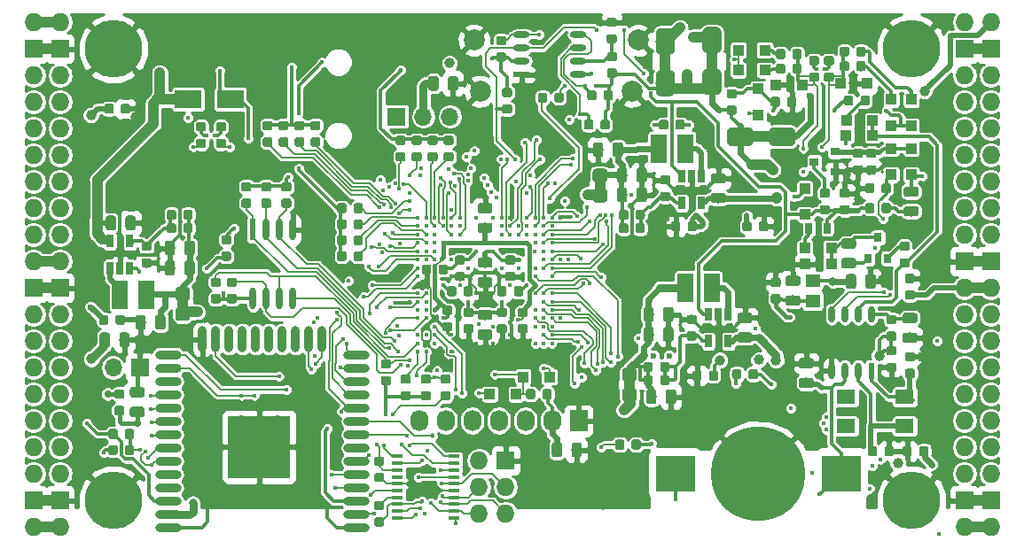
<source format=gbl>
G04 #@! TF.GenerationSoftware,KiCad,Pcbnew,5.0.0+dfsg1-2*
G04 #@! TF.CreationDate,2018-09-18T01:53:43+02:00*
G04 #@! TF.ProjectId,ulx3s,756C7833732E6B696361645F70636200,rev?*
G04 #@! TF.SameCoordinates,Original*
G04 #@! TF.FileFunction,Copper,L4,Bot,Signal*
G04 #@! TF.FilePolarity,Positive*
%FSLAX46Y46*%
G04 Gerber Fmt 4.6, Leading zero omitted, Abs format (unit mm)*
G04 Created by KiCad (PCBNEW 5.0.0+dfsg1-2) date Tue Sep 18 01:53:43 2018*
%MOMM*%
%LPD*%
G01*
G04 APERTURE LIST*
G04 #@! TA.AperFunction,EtchedComponent*
%ADD10C,1.000000*%
G04 #@! TD*
G04 #@! TA.AperFunction,Conductor*
%ADD11C,0.100000*%
G04 #@! TD*
G04 #@! TA.AperFunction,SMDPad,CuDef*
%ADD12C,1.295000*%
G04 #@! TD*
G04 #@! TA.AperFunction,SMDPad,CuDef*
%ADD13C,1.800000*%
G04 #@! TD*
G04 #@! TA.AperFunction,SMDPad,CuDef*
%ADD14O,1.100000X0.400000*%
G04 #@! TD*
G04 #@! TA.AperFunction,SMDPad,CuDef*
%ADD15R,1.100000X0.400000*%
G04 #@! TD*
G04 #@! TA.AperFunction,SMDPad,CuDef*
%ADD16C,0.975000*%
G04 #@! TD*
G04 #@! TA.AperFunction,SMDPad,CuDef*
%ADD17C,0.875000*%
G04 #@! TD*
G04 #@! TA.AperFunction,SMDPad,CuDef*
%ADD18R,0.900000X0.800000*%
G04 #@! TD*
G04 #@! TA.AperFunction,SMDPad,CuDef*
%ADD19R,1.000000X1.000000*%
G04 #@! TD*
G04 #@! TA.AperFunction,SMDPad,CuDef*
%ADD20R,0.700000X1.200000*%
G04 #@! TD*
G04 #@! TA.AperFunction,ComponentPad*
%ADD21C,2.000000*%
G04 #@! TD*
G04 #@! TA.AperFunction,SMDPad,CuDef*
%ADD22R,3.700000X3.500000*%
G04 #@! TD*
G04 #@! TA.AperFunction,BGAPad,CuDef*
%ADD23C,9.000000*%
G04 #@! TD*
G04 #@! TA.AperFunction,SMDPad,CuDef*
%ADD24R,1.800000X1.400000*%
G04 #@! TD*
G04 #@! TA.AperFunction,ComponentPad*
%ADD25R,1.727200X2.032000*%
G04 #@! TD*
G04 #@! TA.AperFunction,ComponentPad*
%ADD26O,1.727200X2.032000*%
G04 #@! TD*
G04 #@! TA.AperFunction,SMDPad,CuDef*
%ADD27R,0.600000X1.550000*%
G04 #@! TD*
G04 #@! TA.AperFunction,SMDPad,CuDef*
%ADD28O,0.600000X1.550000*%
G04 #@! TD*
G04 #@! TA.AperFunction,SMDPad,CuDef*
%ADD29R,1.550000X0.600000*%
G04 #@! TD*
G04 #@! TA.AperFunction,SMDPad,CuDef*
%ADD30O,1.550000X0.600000*%
G04 #@! TD*
G04 #@! TA.AperFunction,SMDPad,CuDef*
%ADD31R,0.600000X2.100000*%
G04 #@! TD*
G04 #@! TA.AperFunction,SMDPad,CuDef*
%ADD32O,0.600000X2.100000*%
G04 #@! TD*
G04 #@! TA.AperFunction,SMDPad,CuDef*
%ADD33O,2.500000X0.900000*%
G04 #@! TD*
G04 #@! TA.AperFunction,SMDPad,CuDef*
%ADD34O,0.900000X2.500000*%
G04 #@! TD*
G04 #@! TA.AperFunction,SMDPad,CuDef*
%ADD35R,6.000000X6.000000*%
G04 #@! TD*
G04 #@! TA.AperFunction,ComponentPad*
%ADD36O,1.727200X1.727200*%
G04 #@! TD*
G04 #@! TA.AperFunction,ComponentPad*
%ADD37R,1.727200X1.727200*%
G04 #@! TD*
G04 #@! TA.AperFunction,ComponentPad*
%ADD38C,5.500000*%
G04 #@! TD*
G04 #@! TA.AperFunction,BGAPad,CuDef*
%ADD39C,0.300000*%
G04 #@! TD*
G04 #@! TA.AperFunction,ComponentPad*
%ADD40R,1.700000X1.700000*%
G04 #@! TD*
G04 #@! TA.AperFunction,ComponentPad*
%ADD41O,1.700000X1.700000*%
G04 #@! TD*
G04 #@! TA.AperFunction,SMDPad,CuDef*
%ADD42R,1.500000X2.700000*%
G04 #@! TD*
G04 #@! TA.AperFunction,SMDPad,CuDef*
%ADD43R,0.670000X1.000000*%
G04 #@! TD*
G04 #@! TA.AperFunction,SMDPad,CuDef*
%ADD44R,2.500000X1.800000*%
G04 #@! TD*
G04 #@! TA.AperFunction,SMDPad,CuDef*
%ADD45R,0.800000X0.900000*%
G04 #@! TD*
G04 #@! TA.AperFunction,SMDPad,CuDef*
%ADD46R,1.400000X1.295000*%
G04 #@! TD*
G04 #@! TA.AperFunction,ViaPad*
%ADD47C,2.000000*%
G04 #@! TD*
G04 #@! TA.AperFunction,ViaPad*
%ADD48C,0.419000*%
G04 #@! TD*
G04 #@! TA.AperFunction,ViaPad*
%ADD49C,1.000000*%
G04 #@! TD*
G04 #@! TA.AperFunction,ViaPad*
%ADD50C,0.600000*%
G04 #@! TD*
G04 #@! TA.AperFunction,ViaPad*
%ADD51C,0.800000*%
G04 #@! TD*
G04 #@! TA.AperFunction,ViaPad*
%ADD52C,0.500000*%
G04 #@! TD*
G04 #@! TA.AperFunction,ViaPad*
%ADD53C,0.700000*%
G04 #@! TD*
G04 #@! TA.AperFunction,ViaPad*
%ADD54C,0.454000*%
G04 #@! TD*
G04 #@! TA.AperFunction,Conductor*
%ADD55C,0.300000*%
G04 #@! TD*
G04 #@! TA.AperFunction,Conductor*
%ADD56C,0.400000*%
G04 #@! TD*
G04 #@! TA.AperFunction,Conductor*
%ADD57C,1.000000*%
G04 #@! TD*
G04 #@! TA.AperFunction,Conductor*
%ADD58C,0.600000*%
G04 #@! TD*
G04 #@! TA.AperFunction,Conductor*
%ADD59C,0.127000*%
G04 #@! TD*
G04 #@! TA.AperFunction,Conductor*
%ADD60C,0.190000*%
G04 #@! TD*
G04 #@! TA.AperFunction,Conductor*
%ADD61C,0.500000*%
G04 #@! TD*
G04 #@! TA.AperFunction,Conductor*
%ADD62C,0.700000*%
G04 #@! TD*
G04 #@! TA.AperFunction,Conductor*
%ADD63C,0.800000*%
G04 #@! TD*
G04 #@! TA.AperFunction,Conductor*
%ADD64C,0.200000*%
G04 #@! TD*
G04 #@! TA.AperFunction,Conductor*
%ADD65C,0.254000*%
G04 #@! TD*
G04 APERTURE END LIST*
D10*
G04 #@! TO.C,RP2*
X109609000Y-88632000D02*
X109609000Y-90632000D01*
G04 #@! TO.C,RP3*
X149472000Y-77311000D02*
X149472000Y-79311000D01*
G04 #@! TO.C,RP1*
X152281000Y-96361000D02*
X152281000Y-98361000D01*
G04 #@! TO.C,D52*
X160155000Y-64391000D02*
X160155000Y-68391000D01*
G04 #@! TO.C,D51*
X155710000Y-68518000D02*
X155710000Y-64518000D01*
G04 #@! TO.C,D9*
X166854000Y-73630000D02*
X162854000Y-73630000D01*
G04 #@! TD*
D11*
G04 #@! TO.N,+2V5*
G04 #@! TO.C,RP2*
G36*
X110016983Y-89953559D02*
X110048410Y-89958221D01*
X110079230Y-89965941D01*
X110109144Y-89976644D01*
X110137865Y-89990228D01*
X110165116Y-90006562D01*
X110190635Y-90025488D01*
X110214176Y-90046824D01*
X110235512Y-90070365D01*
X110254438Y-90095884D01*
X110270772Y-90123135D01*
X110284356Y-90151856D01*
X110295059Y-90181770D01*
X110302779Y-90212590D01*
X110307441Y-90244017D01*
X110309000Y-90275750D01*
X110309000Y-90923250D01*
X110307441Y-90954983D01*
X110302779Y-90986410D01*
X110295059Y-91017230D01*
X110284356Y-91047144D01*
X110270772Y-91075865D01*
X110254438Y-91103116D01*
X110235512Y-91128635D01*
X110214176Y-91152176D01*
X110190635Y-91173512D01*
X110165116Y-91192438D01*
X110137865Y-91208772D01*
X110109144Y-91222356D01*
X110079230Y-91233059D01*
X110048410Y-91240779D01*
X110016983Y-91245441D01*
X109985250Y-91247000D01*
X109232750Y-91247000D01*
X109201017Y-91245441D01*
X109169590Y-91240779D01*
X109138770Y-91233059D01*
X109108856Y-91222356D01*
X109080135Y-91208772D01*
X109052884Y-91192438D01*
X109027365Y-91173512D01*
X109003824Y-91152176D01*
X108982488Y-91128635D01*
X108963562Y-91103116D01*
X108947228Y-91075865D01*
X108933644Y-91047144D01*
X108922941Y-91017230D01*
X108915221Y-90986410D01*
X108910559Y-90954983D01*
X108909000Y-90923250D01*
X108909000Y-90275750D01*
X108910559Y-90244017D01*
X108915221Y-90212590D01*
X108922941Y-90181770D01*
X108933644Y-90151856D01*
X108947228Y-90123135D01*
X108963562Y-90095884D01*
X108982488Y-90070365D01*
X109003824Y-90046824D01*
X109027365Y-90025488D01*
X109052884Y-90006562D01*
X109080135Y-89990228D01*
X109108856Y-89976644D01*
X109138770Y-89965941D01*
X109169590Y-89958221D01*
X109201017Y-89953559D01*
X109232750Y-89952000D01*
X109985250Y-89952000D01*
X110016983Y-89953559D01*
X110016983Y-89953559D01*
G37*
D12*
G04 #@! TD*
G04 #@! TO.P,RP2,2*
G04 #@! TO.N,+2V5*
X109609000Y-90599500D03*
D11*
G04 #@! TO.N,/power/P2V5*
G04 #@! TO.C,RP2*
G36*
X110016983Y-88018559D02*
X110048410Y-88023221D01*
X110079230Y-88030941D01*
X110109144Y-88041644D01*
X110137865Y-88055228D01*
X110165116Y-88071562D01*
X110190635Y-88090488D01*
X110214176Y-88111824D01*
X110235512Y-88135365D01*
X110254438Y-88160884D01*
X110270772Y-88188135D01*
X110284356Y-88216856D01*
X110295059Y-88246770D01*
X110302779Y-88277590D01*
X110307441Y-88309017D01*
X110309000Y-88340750D01*
X110309000Y-88988250D01*
X110307441Y-89019983D01*
X110302779Y-89051410D01*
X110295059Y-89082230D01*
X110284356Y-89112144D01*
X110270772Y-89140865D01*
X110254438Y-89168116D01*
X110235512Y-89193635D01*
X110214176Y-89217176D01*
X110190635Y-89238512D01*
X110165116Y-89257438D01*
X110137865Y-89273772D01*
X110109144Y-89287356D01*
X110079230Y-89298059D01*
X110048410Y-89305779D01*
X110016983Y-89310441D01*
X109985250Y-89312000D01*
X109232750Y-89312000D01*
X109201017Y-89310441D01*
X109169590Y-89305779D01*
X109138770Y-89298059D01*
X109108856Y-89287356D01*
X109080135Y-89273772D01*
X109052884Y-89257438D01*
X109027365Y-89238512D01*
X109003824Y-89217176D01*
X108982488Y-89193635D01*
X108963562Y-89168116D01*
X108947228Y-89140865D01*
X108933644Y-89112144D01*
X108922941Y-89082230D01*
X108915221Y-89051410D01*
X108910559Y-89019983D01*
X108909000Y-88988250D01*
X108909000Y-88340750D01*
X108910559Y-88309017D01*
X108915221Y-88277590D01*
X108922941Y-88246770D01*
X108933644Y-88216856D01*
X108947228Y-88188135D01*
X108963562Y-88160884D01*
X108982488Y-88135365D01*
X109003824Y-88111824D01*
X109027365Y-88090488D01*
X109052884Y-88071562D01*
X109080135Y-88055228D01*
X109108856Y-88041644D01*
X109138770Y-88030941D01*
X109169590Y-88023221D01*
X109201017Y-88018559D01*
X109232750Y-88017000D01*
X109985250Y-88017000D01*
X110016983Y-88018559D01*
X110016983Y-88018559D01*
G37*
D12*
G04 #@! TD*
G04 #@! TO.P,RP2,1*
G04 #@! TO.N,/power/P2V5*
X109609000Y-88664500D03*
D11*
G04 #@! TO.N,+3V3*
G04 #@! TO.C,RP3*
G36*
X149879983Y-78632559D02*
X149911410Y-78637221D01*
X149942230Y-78644941D01*
X149972144Y-78655644D01*
X150000865Y-78669228D01*
X150028116Y-78685562D01*
X150053635Y-78704488D01*
X150077176Y-78725824D01*
X150098512Y-78749365D01*
X150117438Y-78774884D01*
X150133772Y-78802135D01*
X150147356Y-78830856D01*
X150158059Y-78860770D01*
X150165779Y-78891590D01*
X150170441Y-78923017D01*
X150172000Y-78954750D01*
X150172000Y-79602250D01*
X150170441Y-79633983D01*
X150165779Y-79665410D01*
X150158059Y-79696230D01*
X150147356Y-79726144D01*
X150133772Y-79754865D01*
X150117438Y-79782116D01*
X150098512Y-79807635D01*
X150077176Y-79831176D01*
X150053635Y-79852512D01*
X150028116Y-79871438D01*
X150000865Y-79887772D01*
X149972144Y-79901356D01*
X149942230Y-79912059D01*
X149911410Y-79919779D01*
X149879983Y-79924441D01*
X149848250Y-79926000D01*
X149095750Y-79926000D01*
X149064017Y-79924441D01*
X149032590Y-79919779D01*
X149001770Y-79912059D01*
X148971856Y-79901356D01*
X148943135Y-79887772D01*
X148915884Y-79871438D01*
X148890365Y-79852512D01*
X148866824Y-79831176D01*
X148845488Y-79807635D01*
X148826562Y-79782116D01*
X148810228Y-79754865D01*
X148796644Y-79726144D01*
X148785941Y-79696230D01*
X148778221Y-79665410D01*
X148773559Y-79633983D01*
X148772000Y-79602250D01*
X148772000Y-78954750D01*
X148773559Y-78923017D01*
X148778221Y-78891590D01*
X148785941Y-78860770D01*
X148796644Y-78830856D01*
X148810228Y-78802135D01*
X148826562Y-78774884D01*
X148845488Y-78749365D01*
X148866824Y-78725824D01*
X148890365Y-78704488D01*
X148915884Y-78685562D01*
X148943135Y-78669228D01*
X148971856Y-78655644D01*
X149001770Y-78644941D01*
X149032590Y-78637221D01*
X149064017Y-78632559D01*
X149095750Y-78631000D01*
X149848250Y-78631000D01*
X149879983Y-78632559D01*
X149879983Y-78632559D01*
G37*
D12*
G04 #@! TD*
G04 #@! TO.P,RP3,2*
G04 #@! TO.N,+3V3*
X149472000Y-79278500D03*
D11*
G04 #@! TO.N,/power/P3V3*
G04 #@! TO.C,RP3*
G36*
X149879983Y-76697559D02*
X149911410Y-76702221D01*
X149942230Y-76709941D01*
X149972144Y-76720644D01*
X150000865Y-76734228D01*
X150028116Y-76750562D01*
X150053635Y-76769488D01*
X150077176Y-76790824D01*
X150098512Y-76814365D01*
X150117438Y-76839884D01*
X150133772Y-76867135D01*
X150147356Y-76895856D01*
X150158059Y-76925770D01*
X150165779Y-76956590D01*
X150170441Y-76988017D01*
X150172000Y-77019750D01*
X150172000Y-77667250D01*
X150170441Y-77698983D01*
X150165779Y-77730410D01*
X150158059Y-77761230D01*
X150147356Y-77791144D01*
X150133772Y-77819865D01*
X150117438Y-77847116D01*
X150098512Y-77872635D01*
X150077176Y-77896176D01*
X150053635Y-77917512D01*
X150028116Y-77936438D01*
X150000865Y-77952772D01*
X149972144Y-77966356D01*
X149942230Y-77977059D01*
X149911410Y-77984779D01*
X149879983Y-77989441D01*
X149848250Y-77991000D01*
X149095750Y-77991000D01*
X149064017Y-77989441D01*
X149032590Y-77984779D01*
X149001770Y-77977059D01*
X148971856Y-77966356D01*
X148943135Y-77952772D01*
X148915884Y-77936438D01*
X148890365Y-77917512D01*
X148866824Y-77896176D01*
X148845488Y-77872635D01*
X148826562Y-77847116D01*
X148810228Y-77819865D01*
X148796644Y-77791144D01*
X148785941Y-77761230D01*
X148778221Y-77730410D01*
X148773559Y-77698983D01*
X148772000Y-77667250D01*
X148772000Y-77019750D01*
X148773559Y-76988017D01*
X148778221Y-76956590D01*
X148785941Y-76925770D01*
X148796644Y-76895856D01*
X148810228Y-76867135D01*
X148826562Y-76839884D01*
X148845488Y-76814365D01*
X148866824Y-76790824D01*
X148890365Y-76769488D01*
X148915884Y-76750562D01*
X148943135Y-76734228D01*
X148971856Y-76720644D01*
X149001770Y-76709941D01*
X149032590Y-76702221D01*
X149064017Y-76697559D01*
X149095750Y-76696000D01*
X149848250Y-76696000D01*
X149879983Y-76697559D01*
X149879983Y-76697559D01*
G37*
D12*
G04 #@! TD*
G04 #@! TO.P,RP3,1*
G04 #@! TO.N,/power/P3V3*
X149472000Y-77343500D03*
D11*
G04 #@! TO.N,+1V1*
G04 #@! TO.C,RP1*
G36*
X152688983Y-97682559D02*
X152720410Y-97687221D01*
X152751230Y-97694941D01*
X152781144Y-97705644D01*
X152809865Y-97719228D01*
X152837116Y-97735562D01*
X152862635Y-97754488D01*
X152886176Y-97775824D01*
X152907512Y-97799365D01*
X152926438Y-97824884D01*
X152942772Y-97852135D01*
X152956356Y-97880856D01*
X152967059Y-97910770D01*
X152974779Y-97941590D01*
X152979441Y-97973017D01*
X152981000Y-98004750D01*
X152981000Y-98652250D01*
X152979441Y-98683983D01*
X152974779Y-98715410D01*
X152967059Y-98746230D01*
X152956356Y-98776144D01*
X152942772Y-98804865D01*
X152926438Y-98832116D01*
X152907512Y-98857635D01*
X152886176Y-98881176D01*
X152862635Y-98902512D01*
X152837116Y-98921438D01*
X152809865Y-98937772D01*
X152781144Y-98951356D01*
X152751230Y-98962059D01*
X152720410Y-98969779D01*
X152688983Y-98974441D01*
X152657250Y-98976000D01*
X151904750Y-98976000D01*
X151873017Y-98974441D01*
X151841590Y-98969779D01*
X151810770Y-98962059D01*
X151780856Y-98951356D01*
X151752135Y-98937772D01*
X151724884Y-98921438D01*
X151699365Y-98902512D01*
X151675824Y-98881176D01*
X151654488Y-98857635D01*
X151635562Y-98832116D01*
X151619228Y-98804865D01*
X151605644Y-98776144D01*
X151594941Y-98746230D01*
X151587221Y-98715410D01*
X151582559Y-98683983D01*
X151581000Y-98652250D01*
X151581000Y-98004750D01*
X151582559Y-97973017D01*
X151587221Y-97941590D01*
X151594941Y-97910770D01*
X151605644Y-97880856D01*
X151619228Y-97852135D01*
X151635562Y-97824884D01*
X151654488Y-97799365D01*
X151675824Y-97775824D01*
X151699365Y-97754488D01*
X151724884Y-97735562D01*
X151752135Y-97719228D01*
X151780856Y-97705644D01*
X151810770Y-97694941D01*
X151841590Y-97687221D01*
X151873017Y-97682559D01*
X151904750Y-97681000D01*
X152657250Y-97681000D01*
X152688983Y-97682559D01*
X152688983Y-97682559D01*
G37*
D12*
G04 #@! TD*
G04 #@! TO.P,RP1,2*
G04 #@! TO.N,+1V1*
X152281000Y-98328500D03*
D11*
G04 #@! TO.N,/power/P1V1*
G04 #@! TO.C,RP1*
G36*
X152688983Y-95747559D02*
X152720410Y-95752221D01*
X152751230Y-95759941D01*
X152781144Y-95770644D01*
X152809865Y-95784228D01*
X152837116Y-95800562D01*
X152862635Y-95819488D01*
X152886176Y-95840824D01*
X152907512Y-95864365D01*
X152926438Y-95889884D01*
X152942772Y-95917135D01*
X152956356Y-95945856D01*
X152967059Y-95975770D01*
X152974779Y-96006590D01*
X152979441Y-96038017D01*
X152981000Y-96069750D01*
X152981000Y-96717250D01*
X152979441Y-96748983D01*
X152974779Y-96780410D01*
X152967059Y-96811230D01*
X152956356Y-96841144D01*
X152942772Y-96869865D01*
X152926438Y-96897116D01*
X152907512Y-96922635D01*
X152886176Y-96946176D01*
X152862635Y-96967512D01*
X152837116Y-96986438D01*
X152809865Y-97002772D01*
X152781144Y-97016356D01*
X152751230Y-97027059D01*
X152720410Y-97034779D01*
X152688983Y-97039441D01*
X152657250Y-97041000D01*
X151904750Y-97041000D01*
X151873017Y-97039441D01*
X151841590Y-97034779D01*
X151810770Y-97027059D01*
X151780856Y-97016356D01*
X151752135Y-97002772D01*
X151724884Y-96986438D01*
X151699365Y-96967512D01*
X151675824Y-96946176D01*
X151654488Y-96922635D01*
X151635562Y-96897116D01*
X151619228Y-96869865D01*
X151605644Y-96841144D01*
X151594941Y-96811230D01*
X151587221Y-96780410D01*
X151582559Y-96748983D01*
X151581000Y-96717250D01*
X151581000Y-96069750D01*
X151582559Y-96038017D01*
X151587221Y-96006590D01*
X151594941Y-95975770D01*
X151605644Y-95945856D01*
X151619228Y-95917135D01*
X151635562Y-95889884D01*
X151654488Y-95864365D01*
X151675824Y-95840824D01*
X151699365Y-95819488D01*
X151724884Y-95800562D01*
X151752135Y-95784228D01*
X151780856Y-95770644D01*
X151810770Y-95759941D01*
X151841590Y-95752221D01*
X151873017Y-95747559D01*
X151904750Y-95746000D01*
X152657250Y-95746000D01*
X152688983Y-95747559D01*
X152688983Y-95747559D01*
G37*
D12*
G04 #@! TD*
G04 #@! TO.P,RP1,1*
G04 #@! TO.N,/power/P1V1*
X152281000Y-96393500D03*
D11*
G04 #@! TO.N,+5V*
G04 #@! TO.C,D52*
G36*
X160649108Y-67143167D02*
X160692791Y-67149647D01*
X160735628Y-67160377D01*
X160777208Y-67175254D01*
X160817129Y-67194135D01*
X160855007Y-67216839D01*
X160890477Y-67243145D01*
X160923198Y-67272802D01*
X160952855Y-67305523D01*
X160979161Y-67340993D01*
X161001865Y-67378871D01*
X161020746Y-67418792D01*
X161035623Y-67460372D01*
X161046353Y-67503209D01*
X161052833Y-67546892D01*
X161055000Y-67591000D01*
X161055000Y-69191000D01*
X161052833Y-69235108D01*
X161046353Y-69278791D01*
X161035623Y-69321628D01*
X161020746Y-69363208D01*
X161001865Y-69403129D01*
X160979161Y-69441007D01*
X160952855Y-69476477D01*
X160923198Y-69509198D01*
X160890477Y-69538855D01*
X160855007Y-69565161D01*
X160817129Y-69587865D01*
X160777208Y-69606746D01*
X160735628Y-69621623D01*
X160692791Y-69632353D01*
X160649108Y-69638833D01*
X160605000Y-69641000D01*
X159705000Y-69641000D01*
X159660892Y-69638833D01*
X159617209Y-69632353D01*
X159574372Y-69621623D01*
X159532792Y-69606746D01*
X159492871Y-69587865D01*
X159454993Y-69565161D01*
X159419523Y-69538855D01*
X159386802Y-69509198D01*
X159357145Y-69476477D01*
X159330839Y-69441007D01*
X159308135Y-69403129D01*
X159289254Y-69363208D01*
X159274377Y-69321628D01*
X159263647Y-69278791D01*
X159257167Y-69235108D01*
X159255000Y-69191000D01*
X159255000Y-67591000D01*
X159257167Y-67546892D01*
X159263647Y-67503209D01*
X159274377Y-67460372D01*
X159289254Y-67418792D01*
X159308135Y-67378871D01*
X159330839Y-67340993D01*
X159357145Y-67305523D01*
X159386802Y-67272802D01*
X159419523Y-67243145D01*
X159454993Y-67216839D01*
X159492871Y-67194135D01*
X159532792Y-67175254D01*
X159574372Y-67160377D01*
X159617209Y-67149647D01*
X159660892Y-67143167D01*
X159705000Y-67141000D01*
X160605000Y-67141000D01*
X160649108Y-67143167D01*
X160649108Y-67143167D01*
G37*
D13*
G04 #@! TD*
G04 #@! TO.P,D52,2*
G04 #@! TO.N,+5V*
X160155000Y-68391000D03*
D11*
G04 #@! TO.N,/gpio/OUT5V*
G04 #@! TO.C,D52*
G36*
X160649108Y-63143167D02*
X160692791Y-63149647D01*
X160735628Y-63160377D01*
X160777208Y-63175254D01*
X160817129Y-63194135D01*
X160855007Y-63216839D01*
X160890477Y-63243145D01*
X160923198Y-63272802D01*
X160952855Y-63305523D01*
X160979161Y-63340993D01*
X161001865Y-63378871D01*
X161020746Y-63418792D01*
X161035623Y-63460372D01*
X161046353Y-63503209D01*
X161052833Y-63546892D01*
X161055000Y-63591000D01*
X161055000Y-65191000D01*
X161052833Y-65235108D01*
X161046353Y-65278791D01*
X161035623Y-65321628D01*
X161020746Y-65363208D01*
X161001865Y-65403129D01*
X160979161Y-65441007D01*
X160952855Y-65476477D01*
X160923198Y-65509198D01*
X160890477Y-65538855D01*
X160855007Y-65565161D01*
X160817129Y-65587865D01*
X160777208Y-65606746D01*
X160735628Y-65621623D01*
X160692791Y-65632353D01*
X160649108Y-65638833D01*
X160605000Y-65641000D01*
X159705000Y-65641000D01*
X159660892Y-65638833D01*
X159617209Y-65632353D01*
X159574372Y-65621623D01*
X159532792Y-65606746D01*
X159492871Y-65587865D01*
X159454993Y-65565161D01*
X159419523Y-65538855D01*
X159386802Y-65509198D01*
X159357145Y-65476477D01*
X159330839Y-65441007D01*
X159308135Y-65403129D01*
X159289254Y-65363208D01*
X159274377Y-65321628D01*
X159263647Y-65278791D01*
X159257167Y-65235108D01*
X159255000Y-65191000D01*
X159255000Y-63591000D01*
X159257167Y-63546892D01*
X159263647Y-63503209D01*
X159274377Y-63460372D01*
X159289254Y-63418792D01*
X159308135Y-63378871D01*
X159330839Y-63340993D01*
X159357145Y-63305523D01*
X159386802Y-63272802D01*
X159419523Y-63243145D01*
X159454993Y-63216839D01*
X159492871Y-63194135D01*
X159532792Y-63175254D01*
X159574372Y-63160377D01*
X159617209Y-63149647D01*
X159660892Y-63143167D01*
X159705000Y-63141000D01*
X160605000Y-63141000D01*
X160649108Y-63143167D01*
X160649108Y-63143167D01*
G37*
D13*
G04 #@! TD*
G04 #@! TO.P,D52,1*
G04 #@! TO.N,/gpio/OUT5V*
X160155000Y-64391000D03*
D11*
G04 #@! TO.N,/gpio/IN5V*
G04 #@! TO.C,D51*
G36*
X156204108Y-63270167D02*
X156247791Y-63276647D01*
X156290628Y-63287377D01*
X156332208Y-63302254D01*
X156372129Y-63321135D01*
X156410007Y-63343839D01*
X156445477Y-63370145D01*
X156478198Y-63399802D01*
X156507855Y-63432523D01*
X156534161Y-63467993D01*
X156556865Y-63505871D01*
X156575746Y-63545792D01*
X156590623Y-63587372D01*
X156601353Y-63630209D01*
X156607833Y-63673892D01*
X156610000Y-63718000D01*
X156610000Y-65318000D01*
X156607833Y-65362108D01*
X156601353Y-65405791D01*
X156590623Y-65448628D01*
X156575746Y-65490208D01*
X156556865Y-65530129D01*
X156534161Y-65568007D01*
X156507855Y-65603477D01*
X156478198Y-65636198D01*
X156445477Y-65665855D01*
X156410007Y-65692161D01*
X156372129Y-65714865D01*
X156332208Y-65733746D01*
X156290628Y-65748623D01*
X156247791Y-65759353D01*
X156204108Y-65765833D01*
X156160000Y-65768000D01*
X155260000Y-65768000D01*
X155215892Y-65765833D01*
X155172209Y-65759353D01*
X155129372Y-65748623D01*
X155087792Y-65733746D01*
X155047871Y-65714865D01*
X155009993Y-65692161D01*
X154974523Y-65665855D01*
X154941802Y-65636198D01*
X154912145Y-65603477D01*
X154885839Y-65568007D01*
X154863135Y-65530129D01*
X154844254Y-65490208D01*
X154829377Y-65448628D01*
X154818647Y-65405791D01*
X154812167Y-65362108D01*
X154810000Y-65318000D01*
X154810000Y-63718000D01*
X154812167Y-63673892D01*
X154818647Y-63630209D01*
X154829377Y-63587372D01*
X154844254Y-63545792D01*
X154863135Y-63505871D01*
X154885839Y-63467993D01*
X154912145Y-63432523D01*
X154941802Y-63399802D01*
X154974523Y-63370145D01*
X155009993Y-63343839D01*
X155047871Y-63321135D01*
X155087792Y-63302254D01*
X155129372Y-63287377D01*
X155172209Y-63276647D01*
X155215892Y-63270167D01*
X155260000Y-63268000D01*
X156160000Y-63268000D01*
X156204108Y-63270167D01*
X156204108Y-63270167D01*
G37*
D13*
G04 #@! TD*
G04 #@! TO.P,D51,2*
G04 #@! TO.N,/gpio/IN5V*
X155710000Y-64518000D03*
D11*
G04 #@! TO.N,+5V*
G04 #@! TO.C,D51*
G36*
X156204108Y-67270167D02*
X156247791Y-67276647D01*
X156290628Y-67287377D01*
X156332208Y-67302254D01*
X156372129Y-67321135D01*
X156410007Y-67343839D01*
X156445477Y-67370145D01*
X156478198Y-67399802D01*
X156507855Y-67432523D01*
X156534161Y-67467993D01*
X156556865Y-67505871D01*
X156575746Y-67545792D01*
X156590623Y-67587372D01*
X156601353Y-67630209D01*
X156607833Y-67673892D01*
X156610000Y-67718000D01*
X156610000Y-69318000D01*
X156607833Y-69362108D01*
X156601353Y-69405791D01*
X156590623Y-69448628D01*
X156575746Y-69490208D01*
X156556865Y-69530129D01*
X156534161Y-69568007D01*
X156507855Y-69603477D01*
X156478198Y-69636198D01*
X156445477Y-69665855D01*
X156410007Y-69692161D01*
X156372129Y-69714865D01*
X156332208Y-69733746D01*
X156290628Y-69748623D01*
X156247791Y-69759353D01*
X156204108Y-69765833D01*
X156160000Y-69768000D01*
X155260000Y-69768000D01*
X155215892Y-69765833D01*
X155172209Y-69759353D01*
X155129372Y-69748623D01*
X155087792Y-69733746D01*
X155047871Y-69714865D01*
X155009993Y-69692161D01*
X154974523Y-69665855D01*
X154941802Y-69636198D01*
X154912145Y-69603477D01*
X154885839Y-69568007D01*
X154863135Y-69530129D01*
X154844254Y-69490208D01*
X154829377Y-69448628D01*
X154818647Y-69405791D01*
X154812167Y-69362108D01*
X154810000Y-69318000D01*
X154810000Y-67718000D01*
X154812167Y-67673892D01*
X154818647Y-67630209D01*
X154829377Y-67587372D01*
X154844254Y-67545792D01*
X154863135Y-67505871D01*
X154885839Y-67467993D01*
X154912145Y-67432523D01*
X154941802Y-67399802D01*
X154974523Y-67370145D01*
X155009993Y-67343839D01*
X155047871Y-67321135D01*
X155087792Y-67302254D01*
X155129372Y-67287377D01*
X155172209Y-67276647D01*
X155215892Y-67270167D01*
X155260000Y-67268000D01*
X156160000Y-67268000D01*
X156204108Y-67270167D01*
X156204108Y-67270167D01*
G37*
D13*
G04 #@! TD*
G04 #@! TO.P,D51,1*
G04 #@! TO.N,+5V*
X155710000Y-68518000D03*
D11*
G04 #@! TO.N,+5V*
G04 #@! TO.C,D9*
G36*
X163698108Y-72732167D02*
X163741791Y-72738647D01*
X163784628Y-72749377D01*
X163826208Y-72764254D01*
X163866129Y-72783135D01*
X163904007Y-72805839D01*
X163939477Y-72832145D01*
X163972198Y-72861802D01*
X164001855Y-72894523D01*
X164028161Y-72929993D01*
X164050865Y-72967871D01*
X164069746Y-73007792D01*
X164084623Y-73049372D01*
X164095353Y-73092209D01*
X164101833Y-73135892D01*
X164104000Y-73180000D01*
X164104000Y-74080000D01*
X164101833Y-74124108D01*
X164095353Y-74167791D01*
X164084623Y-74210628D01*
X164069746Y-74252208D01*
X164050865Y-74292129D01*
X164028161Y-74330007D01*
X164001855Y-74365477D01*
X163972198Y-74398198D01*
X163939477Y-74427855D01*
X163904007Y-74454161D01*
X163866129Y-74476865D01*
X163826208Y-74495746D01*
X163784628Y-74510623D01*
X163741791Y-74521353D01*
X163698108Y-74527833D01*
X163654000Y-74530000D01*
X162054000Y-74530000D01*
X162009892Y-74527833D01*
X161966209Y-74521353D01*
X161923372Y-74510623D01*
X161881792Y-74495746D01*
X161841871Y-74476865D01*
X161803993Y-74454161D01*
X161768523Y-74427855D01*
X161735802Y-74398198D01*
X161706145Y-74365477D01*
X161679839Y-74330007D01*
X161657135Y-74292129D01*
X161638254Y-74252208D01*
X161623377Y-74210628D01*
X161612647Y-74167791D01*
X161606167Y-74124108D01*
X161604000Y-74080000D01*
X161604000Y-73180000D01*
X161606167Y-73135892D01*
X161612647Y-73092209D01*
X161623377Y-73049372D01*
X161638254Y-73007792D01*
X161657135Y-72967871D01*
X161679839Y-72929993D01*
X161706145Y-72894523D01*
X161735802Y-72861802D01*
X161768523Y-72832145D01*
X161803993Y-72805839D01*
X161841871Y-72783135D01*
X161881792Y-72764254D01*
X161923372Y-72749377D01*
X161966209Y-72738647D01*
X162009892Y-72732167D01*
X162054000Y-72730000D01*
X163654000Y-72730000D01*
X163698108Y-72732167D01*
X163698108Y-72732167D01*
G37*
D13*
G04 #@! TD*
G04 #@! TO.P,D9,2*
G04 #@! TO.N,+5V*
X162854000Y-73630000D03*
D11*
G04 #@! TO.N,/usb/US2VBUS*
G04 #@! TO.C,D9*
G36*
X167698108Y-72732167D02*
X167741791Y-72738647D01*
X167784628Y-72749377D01*
X167826208Y-72764254D01*
X167866129Y-72783135D01*
X167904007Y-72805839D01*
X167939477Y-72832145D01*
X167972198Y-72861802D01*
X168001855Y-72894523D01*
X168028161Y-72929993D01*
X168050865Y-72967871D01*
X168069746Y-73007792D01*
X168084623Y-73049372D01*
X168095353Y-73092209D01*
X168101833Y-73135892D01*
X168104000Y-73180000D01*
X168104000Y-74080000D01*
X168101833Y-74124108D01*
X168095353Y-74167791D01*
X168084623Y-74210628D01*
X168069746Y-74252208D01*
X168050865Y-74292129D01*
X168028161Y-74330007D01*
X168001855Y-74365477D01*
X167972198Y-74398198D01*
X167939477Y-74427855D01*
X167904007Y-74454161D01*
X167866129Y-74476865D01*
X167826208Y-74495746D01*
X167784628Y-74510623D01*
X167741791Y-74521353D01*
X167698108Y-74527833D01*
X167654000Y-74530000D01*
X166054000Y-74530000D01*
X166009892Y-74527833D01*
X165966209Y-74521353D01*
X165923372Y-74510623D01*
X165881792Y-74495746D01*
X165841871Y-74476865D01*
X165803993Y-74454161D01*
X165768523Y-74427855D01*
X165735802Y-74398198D01*
X165706145Y-74365477D01*
X165679839Y-74330007D01*
X165657135Y-74292129D01*
X165638254Y-74252208D01*
X165623377Y-74210628D01*
X165612647Y-74167791D01*
X165606167Y-74124108D01*
X165604000Y-74080000D01*
X165604000Y-73180000D01*
X165606167Y-73135892D01*
X165612647Y-73092209D01*
X165623377Y-73049372D01*
X165638254Y-73007792D01*
X165657135Y-72967871D01*
X165679839Y-72929993D01*
X165706145Y-72894523D01*
X165735802Y-72861802D01*
X165768523Y-72832145D01*
X165803993Y-72805839D01*
X165841871Y-72783135D01*
X165881792Y-72764254D01*
X165923372Y-72749377D01*
X165966209Y-72738647D01*
X166009892Y-72732167D01*
X166054000Y-72730000D01*
X167654000Y-72730000D01*
X167698108Y-72732167D01*
X167698108Y-72732167D01*
G37*
D13*
G04 #@! TD*
G04 #@! TO.P,D9,1*
G04 #@! TO.N,/usb/US2VBUS*
X166854000Y-73630000D03*
D14*
G04 #@! TO.P,U6,20*
G04 #@! TO.N,FTDI_TXD*
X130135000Y-104215000D03*
G04 #@! TO.P,U6,19*
G04 #@! TO.N,FTDI_nSLEEP*
X130135000Y-104865000D03*
G04 #@! TO.P,U6,18*
G04 #@! TO.N,FTDI_TXDEN*
X130135000Y-105515000D03*
G04 #@! TO.P,U6,17*
G04 #@! TO.N,N/C*
X130135000Y-106165000D03*
G04 #@! TO.P,U6,16*
G04 #@! TO.N,GND*
X130135000Y-106815000D03*
G04 #@! TO.P,U6,15*
G04 #@! TO.N,USB5V*
X130135000Y-107465000D03*
G04 #@! TO.P,U6,14*
G04 #@! TO.N,nRESET*
X130135000Y-108115000D03*
G04 #@! TO.P,U6,13*
G04 #@! TO.N,FT2V5*
X130135000Y-108765000D03*
G04 #@! TO.P,U6,12*
G04 #@! TO.N,USB_FTDI_D-*
X130135000Y-109415000D03*
G04 #@! TO.P,U6,11*
G04 #@! TO.N,USB_FTDI_D+*
X130135000Y-110065000D03*
G04 #@! TO.P,U6,10*
G04 #@! TO.N,FTDI_nTXLED*
X135535000Y-110065000D03*
G04 #@! TO.P,U6,9*
G04 #@! TO.N,JTAG_TDO*
X135535000Y-109415000D03*
G04 #@! TO.P,U6,8*
G04 #@! TO.N,JTAG_TMS*
X135535000Y-108765000D03*
G04 #@! TO.P,U6,7*
G04 #@! TO.N,JTAG_TCK*
X135535000Y-108115000D03*
G04 #@! TO.P,U6,6*
G04 #@! TO.N,GND*
X135535000Y-107465000D03*
G04 #@! TO.P,U6,5*
G04 #@! TO.N,JTAG_TDI*
X135535000Y-106815000D03*
G04 #@! TO.P,U6,4*
G04 #@! TO.N,FTDI_RXD*
X135535000Y-106165000D03*
G04 #@! TO.P,U6,3*
G04 #@! TO.N,FT2V5*
X135535000Y-105515000D03*
G04 #@! TO.P,U6,2*
G04 #@! TO.N,FTDI_nRTS*
X135535000Y-104865000D03*
D15*
G04 #@! TO.P,U6,1*
G04 #@! TO.N,FTDI_nDTR*
X135535000Y-104215000D03*
G04 #@! TD*
D11*
G04 #@! TO.N,GND*
G04 #@! TO.C,C1*
G36*
X104908642Y-81186174D02*
X104932303Y-81189684D01*
X104955507Y-81195496D01*
X104978029Y-81203554D01*
X104999653Y-81213782D01*
X105020170Y-81226079D01*
X105039383Y-81240329D01*
X105057107Y-81256393D01*
X105073171Y-81274117D01*
X105087421Y-81293330D01*
X105099718Y-81313847D01*
X105109946Y-81335471D01*
X105118004Y-81357993D01*
X105123816Y-81381197D01*
X105127326Y-81404858D01*
X105128500Y-81428750D01*
X105128500Y-82341250D01*
X105127326Y-82365142D01*
X105123816Y-82388803D01*
X105118004Y-82412007D01*
X105109946Y-82434529D01*
X105099718Y-82456153D01*
X105087421Y-82476670D01*
X105073171Y-82495883D01*
X105057107Y-82513607D01*
X105039383Y-82529671D01*
X105020170Y-82543921D01*
X104999653Y-82556218D01*
X104978029Y-82566446D01*
X104955507Y-82574504D01*
X104932303Y-82580316D01*
X104908642Y-82583826D01*
X104884750Y-82585000D01*
X104397250Y-82585000D01*
X104373358Y-82583826D01*
X104349697Y-82580316D01*
X104326493Y-82574504D01*
X104303971Y-82566446D01*
X104282347Y-82556218D01*
X104261830Y-82543921D01*
X104242617Y-82529671D01*
X104224893Y-82513607D01*
X104208829Y-82495883D01*
X104194579Y-82476670D01*
X104182282Y-82456153D01*
X104172054Y-82434529D01*
X104163996Y-82412007D01*
X104158184Y-82388803D01*
X104154674Y-82365142D01*
X104153500Y-82341250D01*
X104153500Y-81428750D01*
X104154674Y-81404858D01*
X104158184Y-81381197D01*
X104163996Y-81357993D01*
X104172054Y-81335471D01*
X104182282Y-81313847D01*
X104194579Y-81293330D01*
X104208829Y-81274117D01*
X104224893Y-81256393D01*
X104242617Y-81240329D01*
X104261830Y-81226079D01*
X104282347Y-81213782D01*
X104303971Y-81203554D01*
X104326493Y-81195496D01*
X104349697Y-81189684D01*
X104373358Y-81186174D01*
X104397250Y-81185000D01*
X104884750Y-81185000D01*
X104908642Y-81186174D01*
X104908642Y-81186174D01*
G37*
D16*
G04 #@! TD*
G04 #@! TO.P,C1,2*
G04 #@! TO.N,GND*
X104641000Y-81885000D03*
D11*
G04 #@! TO.N,+5V*
G04 #@! TO.C,C1*
G36*
X103033642Y-81186174D02*
X103057303Y-81189684D01*
X103080507Y-81195496D01*
X103103029Y-81203554D01*
X103124653Y-81213782D01*
X103145170Y-81226079D01*
X103164383Y-81240329D01*
X103182107Y-81256393D01*
X103198171Y-81274117D01*
X103212421Y-81293330D01*
X103224718Y-81313847D01*
X103234946Y-81335471D01*
X103243004Y-81357993D01*
X103248816Y-81381197D01*
X103252326Y-81404858D01*
X103253500Y-81428750D01*
X103253500Y-82341250D01*
X103252326Y-82365142D01*
X103248816Y-82388803D01*
X103243004Y-82412007D01*
X103234946Y-82434529D01*
X103224718Y-82456153D01*
X103212421Y-82476670D01*
X103198171Y-82495883D01*
X103182107Y-82513607D01*
X103164383Y-82529671D01*
X103145170Y-82543921D01*
X103124653Y-82556218D01*
X103103029Y-82566446D01*
X103080507Y-82574504D01*
X103057303Y-82580316D01*
X103033642Y-82583826D01*
X103009750Y-82585000D01*
X102522250Y-82585000D01*
X102498358Y-82583826D01*
X102474697Y-82580316D01*
X102451493Y-82574504D01*
X102428971Y-82566446D01*
X102407347Y-82556218D01*
X102386830Y-82543921D01*
X102367617Y-82529671D01*
X102349893Y-82513607D01*
X102333829Y-82495883D01*
X102319579Y-82476670D01*
X102307282Y-82456153D01*
X102297054Y-82434529D01*
X102288996Y-82412007D01*
X102283184Y-82388803D01*
X102279674Y-82365142D01*
X102278500Y-82341250D01*
X102278500Y-81428750D01*
X102279674Y-81404858D01*
X102283184Y-81381197D01*
X102288996Y-81357993D01*
X102297054Y-81335471D01*
X102307282Y-81313847D01*
X102319579Y-81293330D01*
X102333829Y-81274117D01*
X102349893Y-81256393D01*
X102367617Y-81240329D01*
X102386830Y-81226079D01*
X102407347Y-81213782D01*
X102428971Y-81203554D01*
X102451493Y-81195496D01*
X102474697Y-81189684D01*
X102498358Y-81186174D01*
X102522250Y-81185000D01*
X103009750Y-81185000D01*
X103033642Y-81186174D01*
X103033642Y-81186174D01*
G37*
D16*
G04 #@! TD*
G04 #@! TO.P,C1,1*
G04 #@! TO.N,+5V*
X102766000Y-81885000D03*
D11*
G04 #@! TO.N,FT2V5*
G04 #@! TO.C,R9*
G36*
X128667691Y-110031053D02*
X128688926Y-110034203D01*
X128709750Y-110039419D01*
X128729962Y-110046651D01*
X128749368Y-110055830D01*
X128767781Y-110066866D01*
X128785024Y-110079654D01*
X128800930Y-110094070D01*
X128815346Y-110109976D01*
X128828134Y-110127219D01*
X128839170Y-110145632D01*
X128848349Y-110165038D01*
X128855581Y-110185250D01*
X128860797Y-110206074D01*
X128863947Y-110227309D01*
X128865000Y-110248750D01*
X128865000Y-110686250D01*
X128863947Y-110707691D01*
X128860797Y-110728926D01*
X128855581Y-110749750D01*
X128848349Y-110769962D01*
X128839170Y-110789368D01*
X128828134Y-110807781D01*
X128815346Y-110825024D01*
X128800930Y-110840930D01*
X128785024Y-110855346D01*
X128767781Y-110868134D01*
X128749368Y-110879170D01*
X128729962Y-110888349D01*
X128709750Y-110895581D01*
X128688926Y-110900797D01*
X128667691Y-110903947D01*
X128646250Y-110905000D01*
X128133750Y-110905000D01*
X128112309Y-110903947D01*
X128091074Y-110900797D01*
X128070250Y-110895581D01*
X128050038Y-110888349D01*
X128030632Y-110879170D01*
X128012219Y-110868134D01*
X127994976Y-110855346D01*
X127979070Y-110840930D01*
X127964654Y-110825024D01*
X127951866Y-110807781D01*
X127940830Y-110789368D01*
X127931651Y-110769962D01*
X127924419Y-110749750D01*
X127919203Y-110728926D01*
X127916053Y-110707691D01*
X127915000Y-110686250D01*
X127915000Y-110248750D01*
X127916053Y-110227309D01*
X127919203Y-110206074D01*
X127924419Y-110185250D01*
X127931651Y-110165038D01*
X127940830Y-110145632D01*
X127951866Y-110127219D01*
X127964654Y-110109976D01*
X127979070Y-110094070D01*
X127994976Y-110079654D01*
X128012219Y-110066866D01*
X128030632Y-110055830D01*
X128050038Y-110046651D01*
X128070250Y-110039419D01*
X128091074Y-110034203D01*
X128112309Y-110031053D01*
X128133750Y-110030000D01*
X128646250Y-110030000D01*
X128667691Y-110031053D01*
X128667691Y-110031053D01*
G37*
D17*
G04 #@! TD*
G04 #@! TO.P,R9,2*
G04 #@! TO.N,FT2V5*
X128390000Y-110467500D03*
D11*
G04 #@! TO.N,nRESET*
G04 #@! TO.C,R9*
G36*
X128667691Y-108456053D02*
X128688926Y-108459203D01*
X128709750Y-108464419D01*
X128729962Y-108471651D01*
X128749368Y-108480830D01*
X128767781Y-108491866D01*
X128785024Y-108504654D01*
X128800930Y-108519070D01*
X128815346Y-108534976D01*
X128828134Y-108552219D01*
X128839170Y-108570632D01*
X128848349Y-108590038D01*
X128855581Y-108610250D01*
X128860797Y-108631074D01*
X128863947Y-108652309D01*
X128865000Y-108673750D01*
X128865000Y-109111250D01*
X128863947Y-109132691D01*
X128860797Y-109153926D01*
X128855581Y-109174750D01*
X128848349Y-109194962D01*
X128839170Y-109214368D01*
X128828134Y-109232781D01*
X128815346Y-109250024D01*
X128800930Y-109265930D01*
X128785024Y-109280346D01*
X128767781Y-109293134D01*
X128749368Y-109304170D01*
X128729962Y-109313349D01*
X128709750Y-109320581D01*
X128688926Y-109325797D01*
X128667691Y-109328947D01*
X128646250Y-109330000D01*
X128133750Y-109330000D01*
X128112309Y-109328947D01*
X128091074Y-109325797D01*
X128070250Y-109320581D01*
X128050038Y-109313349D01*
X128030632Y-109304170D01*
X128012219Y-109293134D01*
X127994976Y-109280346D01*
X127979070Y-109265930D01*
X127964654Y-109250024D01*
X127951866Y-109232781D01*
X127940830Y-109214368D01*
X127931651Y-109194962D01*
X127924419Y-109174750D01*
X127919203Y-109153926D01*
X127916053Y-109132691D01*
X127915000Y-109111250D01*
X127915000Y-108673750D01*
X127916053Y-108652309D01*
X127919203Y-108631074D01*
X127924419Y-108610250D01*
X127931651Y-108590038D01*
X127940830Y-108570632D01*
X127951866Y-108552219D01*
X127964654Y-108534976D01*
X127979070Y-108519070D01*
X127994976Y-108504654D01*
X128012219Y-108491866D01*
X128030632Y-108480830D01*
X128050038Y-108471651D01*
X128070250Y-108464419D01*
X128091074Y-108459203D01*
X128112309Y-108456053D01*
X128133750Y-108455000D01*
X128646250Y-108455000D01*
X128667691Y-108456053D01*
X128667691Y-108456053D01*
G37*
D17*
G04 #@! TD*
G04 #@! TO.P,R9,1*
G04 #@! TO.N,nRESET*
X128390000Y-108892500D03*
D11*
G04 #@! TO.N,FTDI_TXDEN*
G04 #@! TO.C,R56*
G36*
X128667691Y-104222053D02*
X128688926Y-104225203D01*
X128709750Y-104230419D01*
X128729962Y-104237651D01*
X128749368Y-104246830D01*
X128767781Y-104257866D01*
X128785024Y-104270654D01*
X128800930Y-104285070D01*
X128815346Y-104300976D01*
X128828134Y-104318219D01*
X128839170Y-104336632D01*
X128848349Y-104356038D01*
X128855581Y-104376250D01*
X128860797Y-104397074D01*
X128863947Y-104418309D01*
X128865000Y-104439750D01*
X128865000Y-104877250D01*
X128863947Y-104898691D01*
X128860797Y-104919926D01*
X128855581Y-104940750D01*
X128848349Y-104960962D01*
X128839170Y-104980368D01*
X128828134Y-104998781D01*
X128815346Y-105016024D01*
X128800930Y-105031930D01*
X128785024Y-105046346D01*
X128767781Y-105059134D01*
X128749368Y-105070170D01*
X128729962Y-105079349D01*
X128709750Y-105086581D01*
X128688926Y-105091797D01*
X128667691Y-105094947D01*
X128646250Y-105096000D01*
X128133750Y-105096000D01*
X128112309Y-105094947D01*
X128091074Y-105091797D01*
X128070250Y-105086581D01*
X128050038Y-105079349D01*
X128030632Y-105070170D01*
X128012219Y-105059134D01*
X127994976Y-105046346D01*
X127979070Y-105031930D01*
X127964654Y-105016024D01*
X127951866Y-104998781D01*
X127940830Y-104980368D01*
X127931651Y-104960962D01*
X127924419Y-104940750D01*
X127919203Y-104919926D01*
X127916053Y-104898691D01*
X127915000Y-104877250D01*
X127915000Y-104439750D01*
X127916053Y-104418309D01*
X127919203Y-104397074D01*
X127924419Y-104376250D01*
X127931651Y-104356038D01*
X127940830Y-104336632D01*
X127951866Y-104318219D01*
X127964654Y-104300976D01*
X127979070Y-104285070D01*
X127994976Y-104270654D01*
X128012219Y-104257866D01*
X128030632Y-104246830D01*
X128050038Y-104237651D01*
X128070250Y-104230419D01*
X128091074Y-104225203D01*
X128112309Y-104222053D01*
X128133750Y-104221000D01*
X128646250Y-104221000D01*
X128667691Y-104222053D01*
X128667691Y-104222053D01*
G37*
D17*
G04 #@! TD*
G04 #@! TO.P,R56,2*
G04 #@! TO.N,FTDI_TXDEN*
X128390000Y-104658500D03*
D11*
G04 #@! TO.N,GND*
G04 #@! TO.C,R56*
G36*
X128667691Y-105797053D02*
X128688926Y-105800203D01*
X128709750Y-105805419D01*
X128729962Y-105812651D01*
X128749368Y-105821830D01*
X128767781Y-105832866D01*
X128785024Y-105845654D01*
X128800930Y-105860070D01*
X128815346Y-105875976D01*
X128828134Y-105893219D01*
X128839170Y-105911632D01*
X128848349Y-105931038D01*
X128855581Y-105951250D01*
X128860797Y-105972074D01*
X128863947Y-105993309D01*
X128865000Y-106014750D01*
X128865000Y-106452250D01*
X128863947Y-106473691D01*
X128860797Y-106494926D01*
X128855581Y-106515750D01*
X128848349Y-106535962D01*
X128839170Y-106555368D01*
X128828134Y-106573781D01*
X128815346Y-106591024D01*
X128800930Y-106606930D01*
X128785024Y-106621346D01*
X128767781Y-106634134D01*
X128749368Y-106645170D01*
X128729962Y-106654349D01*
X128709750Y-106661581D01*
X128688926Y-106666797D01*
X128667691Y-106669947D01*
X128646250Y-106671000D01*
X128133750Y-106671000D01*
X128112309Y-106669947D01*
X128091074Y-106666797D01*
X128070250Y-106661581D01*
X128050038Y-106654349D01*
X128030632Y-106645170D01*
X128012219Y-106634134D01*
X127994976Y-106621346D01*
X127979070Y-106606930D01*
X127964654Y-106591024D01*
X127951866Y-106573781D01*
X127940830Y-106555368D01*
X127931651Y-106535962D01*
X127924419Y-106515750D01*
X127919203Y-106494926D01*
X127916053Y-106473691D01*
X127915000Y-106452250D01*
X127915000Y-106014750D01*
X127916053Y-105993309D01*
X127919203Y-105972074D01*
X127924419Y-105951250D01*
X127931651Y-105931038D01*
X127940830Y-105911632D01*
X127951866Y-105893219D01*
X127964654Y-105875976D01*
X127979070Y-105860070D01*
X127994976Y-105845654D01*
X128012219Y-105832866D01*
X128030632Y-105821830D01*
X128050038Y-105812651D01*
X128070250Y-105805419D01*
X128091074Y-105800203D01*
X128112309Y-105797053D01*
X128133750Y-105796000D01*
X128646250Y-105796000D01*
X128667691Y-105797053D01*
X128667691Y-105797053D01*
G37*
D17*
G04 #@! TD*
G04 #@! TO.P,R56,1*
G04 #@! TO.N,GND*
X128390000Y-106233500D03*
D11*
G04 #@! TO.N,PROG_DONE*
G04 #@! TO.C,R55*
G36*
X135017691Y-97966053D02*
X135038926Y-97969203D01*
X135059750Y-97974419D01*
X135079962Y-97981651D01*
X135099368Y-97990830D01*
X135117781Y-98001866D01*
X135135024Y-98014654D01*
X135150930Y-98029070D01*
X135165346Y-98044976D01*
X135178134Y-98062219D01*
X135189170Y-98080632D01*
X135198349Y-98100038D01*
X135205581Y-98120250D01*
X135210797Y-98141074D01*
X135213947Y-98162309D01*
X135215000Y-98183750D01*
X135215000Y-98621250D01*
X135213947Y-98642691D01*
X135210797Y-98663926D01*
X135205581Y-98684750D01*
X135198349Y-98704962D01*
X135189170Y-98724368D01*
X135178134Y-98742781D01*
X135165346Y-98760024D01*
X135150930Y-98775930D01*
X135135024Y-98790346D01*
X135117781Y-98803134D01*
X135099368Y-98814170D01*
X135079962Y-98823349D01*
X135059750Y-98830581D01*
X135038926Y-98835797D01*
X135017691Y-98838947D01*
X134996250Y-98840000D01*
X134483750Y-98840000D01*
X134462309Y-98838947D01*
X134441074Y-98835797D01*
X134420250Y-98830581D01*
X134400038Y-98823349D01*
X134380632Y-98814170D01*
X134362219Y-98803134D01*
X134344976Y-98790346D01*
X134329070Y-98775930D01*
X134314654Y-98760024D01*
X134301866Y-98742781D01*
X134290830Y-98724368D01*
X134281651Y-98704962D01*
X134274419Y-98684750D01*
X134269203Y-98663926D01*
X134266053Y-98642691D01*
X134265000Y-98621250D01*
X134265000Y-98183750D01*
X134266053Y-98162309D01*
X134269203Y-98141074D01*
X134274419Y-98120250D01*
X134281651Y-98100038D01*
X134290830Y-98080632D01*
X134301866Y-98062219D01*
X134314654Y-98044976D01*
X134329070Y-98029070D01*
X134344976Y-98014654D01*
X134362219Y-98001866D01*
X134380632Y-97990830D01*
X134400038Y-97981651D01*
X134420250Y-97974419D01*
X134441074Y-97969203D01*
X134462309Y-97966053D01*
X134483750Y-97965000D01*
X134996250Y-97965000D01*
X135017691Y-97966053D01*
X135017691Y-97966053D01*
G37*
D17*
G04 #@! TD*
G04 #@! TO.P,R55,2*
G04 #@! TO.N,PROG_DONE*
X134740000Y-98402500D03*
D11*
G04 #@! TO.N,/flash/FPGA_DONE*
G04 #@! TO.C,R55*
G36*
X135017691Y-96391053D02*
X135038926Y-96394203D01*
X135059750Y-96399419D01*
X135079962Y-96406651D01*
X135099368Y-96415830D01*
X135117781Y-96426866D01*
X135135024Y-96439654D01*
X135150930Y-96454070D01*
X135165346Y-96469976D01*
X135178134Y-96487219D01*
X135189170Y-96505632D01*
X135198349Y-96525038D01*
X135205581Y-96545250D01*
X135210797Y-96566074D01*
X135213947Y-96587309D01*
X135215000Y-96608750D01*
X135215000Y-97046250D01*
X135213947Y-97067691D01*
X135210797Y-97088926D01*
X135205581Y-97109750D01*
X135198349Y-97129962D01*
X135189170Y-97149368D01*
X135178134Y-97167781D01*
X135165346Y-97185024D01*
X135150930Y-97200930D01*
X135135024Y-97215346D01*
X135117781Y-97228134D01*
X135099368Y-97239170D01*
X135079962Y-97248349D01*
X135059750Y-97255581D01*
X135038926Y-97260797D01*
X135017691Y-97263947D01*
X134996250Y-97265000D01*
X134483750Y-97265000D01*
X134462309Y-97263947D01*
X134441074Y-97260797D01*
X134420250Y-97255581D01*
X134400038Y-97248349D01*
X134380632Y-97239170D01*
X134362219Y-97228134D01*
X134344976Y-97215346D01*
X134329070Y-97200930D01*
X134314654Y-97185024D01*
X134301866Y-97167781D01*
X134290830Y-97149368D01*
X134281651Y-97129962D01*
X134274419Y-97109750D01*
X134269203Y-97088926D01*
X134266053Y-97067691D01*
X134265000Y-97046250D01*
X134265000Y-96608750D01*
X134266053Y-96587309D01*
X134269203Y-96566074D01*
X134274419Y-96545250D01*
X134281651Y-96525038D01*
X134290830Y-96505632D01*
X134301866Y-96487219D01*
X134314654Y-96469976D01*
X134329070Y-96454070D01*
X134344976Y-96439654D01*
X134362219Y-96426866D01*
X134380632Y-96415830D01*
X134400038Y-96406651D01*
X134420250Y-96399419D01*
X134441074Y-96394203D01*
X134462309Y-96391053D01*
X134483750Y-96390000D01*
X134996250Y-96390000D01*
X135017691Y-96391053D01*
X135017691Y-96391053D01*
G37*
D17*
G04 #@! TD*
G04 #@! TO.P,R55,1*
G04 #@! TO.N,/flash/FPGA_DONE*
X134740000Y-96827500D03*
D11*
G04 #@! TO.N,/flash/FPGA_DONE*
G04 #@! TO.C,R32*
G36*
X133112691Y-96391053D02*
X133133926Y-96394203D01*
X133154750Y-96399419D01*
X133174962Y-96406651D01*
X133194368Y-96415830D01*
X133212781Y-96426866D01*
X133230024Y-96439654D01*
X133245930Y-96454070D01*
X133260346Y-96469976D01*
X133273134Y-96487219D01*
X133284170Y-96505632D01*
X133293349Y-96525038D01*
X133300581Y-96545250D01*
X133305797Y-96566074D01*
X133308947Y-96587309D01*
X133310000Y-96608750D01*
X133310000Y-97046250D01*
X133308947Y-97067691D01*
X133305797Y-97088926D01*
X133300581Y-97109750D01*
X133293349Y-97129962D01*
X133284170Y-97149368D01*
X133273134Y-97167781D01*
X133260346Y-97185024D01*
X133245930Y-97200930D01*
X133230024Y-97215346D01*
X133212781Y-97228134D01*
X133194368Y-97239170D01*
X133174962Y-97248349D01*
X133154750Y-97255581D01*
X133133926Y-97260797D01*
X133112691Y-97263947D01*
X133091250Y-97265000D01*
X132578750Y-97265000D01*
X132557309Y-97263947D01*
X132536074Y-97260797D01*
X132515250Y-97255581D01*
X132495038Y-97248349D01*
X132475632Y-97239170D01*
X132457219Y-97228134D01*
X132439976Y-97215346D01*
X132424070Y-97200930D01*
X132409654Y-97185024D01*
X132396866Y-97167781D01*
X132385830Y-97149368D01*
X132376651Y-97129962D01*
X132369419Y-97109750D01*
X132364203Y-97088926D01*
X132361053Y-97067691D01*
X132360000Y-97046250D01*
X132360000Y-96608750D01*
X132361053Y-96587309D01*
X132364203Y-96566074D01*
X132369419Y-96545250D01*
X132376651Y-96525038D01*
X132385830Y-96505632D01*
X132396866Y-96487219D01*
X132409654Y-96469976D01*
X132424070Y-96454070D01*
X132439976Y-96439654D01*
X132457219Y-96426866D01*
X132475632Y-96415830D01*
X132495038Y-96406651D01*
X132515250Y-96399419D01*
X132536074Y-96394203D01*
X132557309Y-96391053D01*
X132578750Y-96390000D01*
X133091250Y-96390000D01*
X133112691Y-96391053D01*
X133112691Y-96391053D01*
G37*
D17*
G04 #@! TD*
G04 #@! TO.P,R32,2*
G04 #@! TO.N,/flash/FPGA_DONE*
X132835000Y-96827500D03*
D11*
G04 #@! TO.N,+3V3*
G04 #@! TO.C,R32*
G36*
X133112691Y-97966053D02*
X133133926Y-97969203D01*
X133154750Y-97974419D01*
X133174962Y-97981651D01*
X133194368Y-97990830D01*
X133212781Y-98001866D01*
X133230024Y-98014654D01*
X133245930Y-98029070D01*
X133260346Y-98044976D01*
X133273134Y-98062219D01*
X133284170Y-98080632D01*
X133293349Y-98100038D01*
X133300581Y-98120250D01*
X133305797Y-98141074D01*
X133308947Y-98162309D01*
X133310000Y-98183750D01*
X133310000Y-98621250D01*
X133308947Y-98642691D01*
X133305797Y-98663926D01*
X133300581Y-98684750D01*
X133293349Y-98704962D01*
X133284170Y-98724368D01*
X133273134Y-98742781D01*
X133260346Y-98760024D01*
X133245930Y-98775930D01*
X133230024Y-98790346D01*
X133212781Y-98803134D01*
X133194368Y-98814170D01*
X133174962Y-98823349D01*
X133154750Y-98830581D01*
X133133926Y-98835797D01*
X133112691Y-98838947D01*
X133091250Y-98840000D01*
X132578750Y-98840000D01*
X132557309Y-98838947D01*
X132536074Y-98835797D01*
X132515250Y-98830581D01*
X132495038Y-98823349D01*
X132475632Y-98814170D01*
X132457219Y-98803134D01*
X132439976Y-98790346D01*
X132424070Y-98775930D01*
X132409654Y-98760024D01*
X132396866Y-98742781D01*
X132385830Y-98724368D01*
X132376651Y-98704962D01*
X132369419Y-98684750D01*
X132364203Y-98663926D01*
X132361053Y-98642691D01*
X132360000Y-98621250D01*
X132360000Y-98183750D01*
X132361053Y-98162309D01*
X132364203Y-98141074D01*
X132369419Y-98120250D01*
X132376651Y-98100038D01*
X132385830Y-98080632D01*
X132396866Y-98062219D01*
X132409654Y-98044976D01*
X132424070Y-98029070D01*
X132439976Y-98014654D01*
X132457219Y-98001866D01*
X132475632Y-97990830D01*
X132495038Y-97981651D01*
X132515250Y-97974419D01*
X132536074Y-97969203D01*
X132557309Y-97966053D01*
X132578750Y-97965000D01*
X133091250Y-97965000D01*
X133112691Y-97966053D01*
X133112691Y-97966053D01*
G37*
D17*
G04 #@! TD*
G04 #@! TO.P,R32,1*
G04 #@! TO.N,+3V3*
X132835000Y-98402500D03*
D11*
G04 #@! TO.N,/flash/FPGA_INITN*
G04 #@! TO.C,R33*
G36*
X131207691Y-96391053D02*
X131228926Y-96394203D01*
X131249750Y-96399419D01*
X131269962Y-96406651D01*
X131289368Y-96415830D01*
X131307781Y-96426866D01*
X131325024Y-96439654D01*
X131340930Y-96454070D01*
X131355346Y-96469976D01*
X131368134Y-96487219D01*
X131379170Y-96505632D01*
X131388349Y-96525038D01*
X131395581Y-96545250D01*
X131400797Y-96566074D01*
X131403947Y-96587309D01*
X131405000Y-96608750D01*
X131405000Y-97046250D01*
X131403947Y-97067691D01*
X131400797Y-97088926D01*
X131395581Y-97109750D01*
X131388349Y-97129962D01*
X131379170Y-97149368D01*
X131368134Y-97167781D01*
X131355346Y-97185024D01*
X131340930Y-97200930D01*
X131325024Y-97215346D01*
X131307781Y-97228134D01*
X131289368Y-97239170D01*
X131269962Y-97248349D01*
X131249750Y-97255581D01*
X131228926Y-97260797D01*
X131207691Y-97263947D01*
X131186250Y-97265000D01*
X130673750Y-97265000D01*
X130652309Y-97263947D01*
X130631074Y-97260797D01*
X130610250Y-97255581D01*
X130590038Y-97248349D01*
X130570632Y-97239170D01*
X130552219Y-97228134D01*
X130534976Y-97215346D01*
X130519070Y-97200930D01*
X130504654Y-97185024D01*
X130491866Y-97167781D01*
X130480830Y-97149368D01*
X130471651Y-97129962D01*
X130464419Y-97109750D01*
X130459203Y-97088926D01*
X130456053Y-97067691D01*
X130455000Y-97046250D01*
X130455000Y-96608750D01*
X130456053Y-96587309D01*
X130459203Y-96566074D01*
X130464419Y-96545250D01*
X130471651Y-96525038D01*
X130480830Y-96505632D01*
X130491866Y-96487219D01*
X130504654Y-96469976D01*
X130519070Y-96454070D01*
X130534976Y-96439654D01*
X130552219Y-96426866D01*
X130570632Y-96415830D01*
X130590038Y-96406651D01*
X130610250Y-96399419D01*
X130631074Y-96394203D01*
X130652309Y-96391053D01*
X130673750Y-96390000D01*
X131186250Y-96390000D01*
X131207691Y-96391053D01*
X131207691Y-96391053D01*
G37*
D17*
G04 #@! TD*
G04 #@! TO.P,R33,2*
G04 #@! TO.N,/flash/FPGA_INITN*
X130930000Y-96827500D03*
D11*
G04 #@! TO.N,+3V3*
G04 #@! TO.C,R33*
G36*
X131207691Y-97966053D02*
X131228926Y-97969203D01*
X131249750Y-97974419D01*
X131269962Y-97981651D01*
X131289368Y-97990830D01*
X131307781Y-98001866D01*
X131325024Y-98014654D01*
X131340930Y-98029070D01*
X131355346Y-98044976D01*
X131368134Y-98062219D01*
X131379170Y-98080632D01*
X131388349Y-98100038D01*
X131395581Y-98120250D01*
X131400797Y-98141074D01*
X131403947Y-98162309D01*
X131405000Y-98183750D01*
X131405000Y-98621250D01*
X131403947Y-98642691D01*
X131400797Y-98663926D01*
X131395581Y-98684750D01*
X131388349Y-98704962D01*
X131379170Y-98724368D01*
X131368134Y-98742781D01*
X131355346Y-98760024D01*
X131340930Y-98775930D01*
X131325024Y-98790346D01*
X131307781Y-98803134D01*
X131289368Y-98814170D01*
X131269962Y-98823349D01*
X131249750Y-98830581D01*
X131228926Y-98835797D01*
X131207691Y-98838947D01*
X131186250Y-98840000D01*
X130673750Y-98840000D01*
X130652309Y-98838947D01*
X130631074Y-98835797D01*
X130610250Y-98830581D01*
X130590038Y-98823349D01*
X130570632Y-98814170D01*
X130552219Y-98803134D01*
X130534976Y-98790346D01*
X130519070Y-98775930D01*
X130504654Y-98760024D01*
X130491866Y-98742781D01*
X130480830Y-98724368D01*
X130471651Y-98704962D01*
X130464419Y-98684750D01*
X130459203Y-98663926D01*
X130456053Y-98642691D01*
X130455000Y-98621250D01*
X130455000Y-98183750D01*
X130456053Y-98162309D01*
X130459203Y-98141074D01*
X130464419Y-98120250D01*
X130471651Y-98100038D01*
X130480830Y-98080632D01*
X130491866Y-98062219D01*
X130504654Y-98044976D01*
X130519070Y-98029070D01*
X130534976Y-98014654D01*
X130552219Y-98001866D01*
X130570632Y-97990830D01*
X130590038Y-97981651D01*
X130610250Y-97974419D01*
X130631074Y-97969203D01*
X130652309Y-97966053D01*
X130673750Y-97965000D01*
X131186250Y-97965000D01*
X131207691Y-97966053D01*
X131207691Y-97966053D01*
G37*
D17*
G04 #@! TD*
G04 #@! TO.P,R33,1*
G04 #@! TO.N,+3V3*
X130930000Y-98402500D03*
D11*
G04 #@! TO.N,/flash/FLASH_MOSI*
G04 #@! TO.C,R27*
G36*
X129302691Y-94951053D02*
X129323926Y-94954203D01*
X129344750Y-94959419D01*
X129364962Y-94966651D01*
X129384368Y-94975830D01*
X129402781Y-94986866D01*
X129420024Y-94999654D01*
X129435930Y-95014070D01*
X129450346Y-95029976D01*
X129463134Y-95047219D01*
X129474170Y-95065632D01*
X129483349Y-95085038D01*
X129490581Y-95105250D01*
X129495797Y-95126074D01*
X129498947Y-95147309D01*
X129500000Y-95168750D01*
X129500000Y-95606250D01*
X129498947Y-95627691D01*
X129495797Y-95648926D01*
X129490581Y-95669750D01*
X129483349Y-95689962D01*
X129474170Y-95709368D01*
X129463134Y-95727781D01*
X129450346Y-95745024D01*
X129435930Y-95760930D01*
X129420024Y-95775346D01*
X129402781Y-95788134D01*
X129384368Y-95799170D01*
X129364962Y-95808349D01*
X129344750Y-95815581D01*
X129323926Y-95820797D01*
X129302691Y-95823947D01*
X129281250Y-95825000D01*
X128768750Y-95825000D01*
X128747309Y-95823947D01*
X128726074Y-95820797D01*
X128705250Y-95815581D01*
X128685038Y-95808349D01*
X128665632Y-95799170D01*
X128647219Y-95788134D01*
X128629976Y-95775346D01*
X128614070Y-95760930D01*
X128599654Y-95745024D01*
X128586866Y-95727781D01*
X128575830Y-95709368D01*
X128566651Y-95689962D01*
X128559419Y-95669750D01*
X128554203Y-95648926D01*
X128551053Y-95627691D01*
X128550000Y-95606250D01*
X128550000Y-95168750D01*
X128551053Y-95147309D01*
X128554203Y-95126074D01*
X128559419Y-95105250D01*
X128566651Y-95085038D01*
X128575830Y-95065632D01*
X128586866Y-95047219D01*
X128599654Y-95029976D01*
X128614070Y-95014070D01*
X128629976Y-94999654D01*
X128647219Y-94986866D01*
X128665632Y-94975830D01*
X128685038Y-94966651D01*
X128705250Y-94959419D01*
X128726074Y-94954203D01*
X128747309Y-94951053D01*
X128768750Y-94950000D01*
X129281250Y-94950000D01*
X129302691Y-94951053D01*
X129302691Y-94951053D01*
G37*
D17*
G04 #@! TD*
G04 #@! TO.P,R27,2*
G04 #@! TO.N,/flash/FLASH_MOSI*
X129025000Y-95387500D03*
D11*
G04 #@! TO.N,+3V3*
G04 #@! TO.C,R27*
G36*
X129302691Y-96526053D02*
X129323926Y-96529203D01*
X129344750Y-96534419D01*
X129364962Y-96541651D01*
X129384368Y-96550830D01*
X129402781Y-96561866D01*
X129420024Y-96574654D01*
X129435930Y-96589070D01*
X129450346Y-96604976D01*
X129463134Y-96622219D01*
X129474170Y-96640632D01*
X129483349Y-96660038D01*
X129490581Y-96680250D01*
X129495797Y-96701074D01*
X129498947Y-96722309D01*
X129500000Y-96743750D01*
X129500000Y-97181250D01*
X129498947Y-97202691D01*
X129495797Y-97223926D01*
X129490581Y-97244750D01*
X129483349Y-97264962D01*
X129474170Y-97284368D01*
X129463134Y-97302781D01*
X129450346Y-97320024D01*
X129435930Y-97335930D01*
X129420024Y-97350346D01*
X129402781Y-97363134D01*
X129384368Y-97374170D01*
X129364962Y-97383349D01*
X129344750Y-97390581D01*
X129323926Y-97395797D01*
X129302691Y-97398947D01*
X129281250Y-97400000D01*
X128768750Y-97400000D01*
X128747309Y-97398947D01*
X128726074Y-97395797D01*
X128705250Y-97390581D01*
X128685038Y-97383349D01*
X128665632Y-97374170D01*
X128647219Y-97363134D01*
X128629976Y-97350346D01*
X128614070Y-97335930D01*
X128599654Y-97320024D01*
X128586866Y-97302781D01*
X128575830Y-97284368D01*
X128566651Y-97264962D01*
X128559419Y-97244750D01*
X128554203Y-97223926D01*
X128551053Y-97202691D01*
X128550000Y-97181250D01*
X128550000Y-96743750D01*
X128551053Y-96722309D01*
X128554203Y-96701074D01*
X128559419Y-96680250D01*
X128566651Y-96660038D01*
X128575830Y-96640632D01*
X128586866Y-96622219D01*
X128599654Y-96604976D01*
X128614070Y-96589070D01*
X128629976Y-96574654D01*
X128647219Y-96561866D01*
X128665632Y-96550830D01*
X128685038Y-96541651D01*
X128705250Y-96534419D01*
X128726074Y-96529203D01*
X128747309Y-96526053D01*
X128768750Y-96525000D01*
X129281250Y-96525000D01*
X129302691Y-96526053D01*
X129302691Y-96526053D01*
G37*
D17*
G04 #@! TD*
G04 #@! TO.P,R27,1*
G04 #@! TO.N,+3V3*
X129025000Y-96962500D03*
D11*
G04 #@! TO.N,USB_FPGA_D+*
G04 #@! TO.C,R40*
G36*
X168533691Y-65264053D02*
X168554926Y-65267203D01*
X168575750Y-65272419D01*
X168595962Y-65279651D01*
X168615368Y-65288830D01*
X168633781Y-65299866D01*
X168651024Y-65312654D01*
X168666930Y-65327070D01*
X168681346Y-65342976D01*
X168694134Y-65360219D01*
X168705170Y-65378632D01*
X168714349Y-65398038D01*
X168721581Y-65418250D01*
X168726797Y-65439074D01*
X168729947Y-65460309D01*
X168731000Y-65481750D01*
X168731000Y-65994250D01*
X168729947Y-66015691D01*
X168726797Y-66036926D01*
X168721581Y-66057750D01*
X168714349Y-66077962D01*
X168705170Y-66097368D01*
X168694134Y-66115781D01*
X168681346Y-66133024D01*
X168666930Y-66148930D01*
X168651024Y-66163346D01*
X168633781Y-66176134D01*
X168615368Y-66187170D01*
X168595962Y-66196349D01*
X168575750Y-66203581D01*
X168554926Y-66208797D01*
X168533691Y-66211947D01*
X168512250Y-66213000D01*
X168074750Y-66213000D01*
X168053309Y-66211947D01*
X168032074Y-66208797D01*
X168011250Y-66203581D01*
X167991038Y-66196349D01*
X167971632Y-66187170D01*
X167953219Y-66176134D01*
X167935976Y-66163346D01*
X167920070Y-66148930D01*
X167905654Y-66133024D01*
X167892866Y-66115781D01*
X167881830Y-66097368D01*
X167872651Y-66077962D01*
X167865419Y-66057750D01*
X167860203Y-66036926D01*
X167857053Y-66015691D01*
X167856000Y-65994250D01*
X167856000Y-65481750D01*
X167857053Y-65460309D01*
X167860203Y-65439074D01*
X167865419Y-65418250D01*
X167872651Y-65398038D01*
X167881830Y-65378632D01*
X167892866Y-65360219D01*
X167905654Y-65342976D01*
X167920070Y-65327070D01*
X167935976Y-65312654D01*
X167953219Y-65299866D01*
X167971632Y-65288830D01*
X167991038Y-65279651D01*
X168011250Y-65272419D01*
X168032074Y-65267203D01*
X168053309Y-65264053D01*
X168074750Y-65263000D01*
X168512250Y-65263000D01*
X168533691Y-65264053D01*
X168533691Y-65264053D01*
G37*
D17*
G04 #@! TD*
G04 #@! TO.P,R40,2*
G04 #@! TO.N,USB_FPGA_D+*
X168293500Y-65738000D03*
D11*
G04 #@! TO.N,Net-(D24-Pad1)*
G04 #@! TO.C,R40*
G36*
X166958691Y-65264053D02*
X166979926Y-65267203D01*
X167000750Y-65272419D01*
X167020962Y-65279651D01*
X167040368Y-65288830D01*
X167058781Y-65299866D01*
X167076024Y-65312654D01*
X167091930Y-65327070D01*
X167106346Y-65342976D01*
X167119134Y-65360219D01*
X167130170Y-65378632D01*
X167139349Y-65398038D01*
X167146581Y-65418250D01*
X167151797Y-65439074D01*
X167154947Y-65460309D01*
X167156000Y-65481750D01*
X167156000Y-65994250D01*
X167154947Y-66015691D01*
X167151797Y-66036926D01*
X167146581Y-66057750D01*
X167139349Y-66077962D01*
X167130170Y-66097368D01*
X167119134Y-66115781D01*
X167106346Y-66133024D01*
X167091930Y-66148930D01*
X167076024Y-66163346D01*
X167058781Y-66176134D01*
X167040368Y-66187170D01*
X167020962Y-66196349D01*
X167000750Y-66203581D01*
X166979926Y-66208797D01*
X166958691Y-66211947D01*
X166937250Y-66213000D01*
X166499750Y-66213000D01*
X166478309Y-66211947D01*
X166457074Y-66208797D01*
X166436250Y-66203581D01*
X166416038Y-66196349D01*
X166396632Y-66187170D01*
X166378219Y-66176134D01*
X166360976Y-66163346D01*
X166345070Y-66148930D01*
X166330654Y-66133024D01*
X166317866Y-66115781D01*
X166306830Y-66097368D01*
X166297651Y-66077962D01*
X166290419Y-66057750D01*
X166285203Y-66036926D01*
X166282053Y-66015691D01*
X166281000Y-65994250D01*
X166281000Y-65481750D01*
X166282053Y-65460309D01*
X166285203Y-65439074D01*
X166290419Y-65418250D01*
X166297651Y-65398038D01*
X166306830Y-65378632D01*
X166317866Y-65360219D01*
X166330654Y-65342976D01*
X166345070Y-65327070D01*
X166360976Y-65312654D01*
X166378219Y-65299866D01*
X166396632Y-65288830D01*
X166416038Y-65279651D01*
X166436250Y-65272419D01*
X166457074Y-65267203D01*
X166478309Y-65264053D01*
X166499750Y-65263000D01*
X166937250Y-65263000D01*
X166958691Y-65264053D01*
X166958691Y-65264053D01*
G37*
D17*
G04 #@! TD*
G04 #@! TO.P,R40,1*
G04 #@! TO.N,Net-(D24-Pad1)*
X166718500Y-65738000D03*
D11*
G04 #@! TO.N,WIFI_EN*
G04 #@! TO.C,R34*
G36*
X104779691Y-103126053D02*
X104800926Y-103129203D01*
X104821750Y-103134419D01*
X104841962Y-103141651D01*
X104861368Y-103150830D01*
X104879781Y-103161866D01*
X104897024Y-103174654D01*
X104912930Y-103189070D01*
X104927346Y-103204976D01*
X104940134Y-103222219D01*
X104951170Y-103240632D01*
X104960349Y-103260038D01*
X104967581Y-103280250D01*
X104972797Y-103301074D01*
X104975947Y-103322309D01*
X104977000Y-103343750D01*
X104977000Y-103856250D01*
X104975947Y-103877691D01*
X104972797Y-103898926D01*
X104967581Y-103919750D01*
X104960349Y-103939962D01*
X104951170Y-103959368D01*
X104940134Y-103977781D01*
X104927346Y-103995024D01*
X104912930Y-104010930D01*
X104897024Y-104025346D01*
X104879781Y-104038134D01*
X104861368Y-104049170D01*
X104841962Y-104058349D01*
X104821750Y-104065581D01*
X104800926Y-104070797D01*
X104779691Y-104073947D01*
X104758250Y-104075000D01*
X104320750Y-104075000D01*
X104299309Y-104073947D01*
X104278074Y-104070797D01*
X104257250Y-104065581D01*
X104237038Y-104058349D01*
X104217632Y-104049170D01*
X104199219Y-104038134D01*
X104181976Y-104025346D01*
X104166070Y-104010930D01*
X104151654Y-103995024D01*
X104138866Y-103977781D01*
X104127830Y-103959368D01*
X104118651Y-103939962D01*
X104111419Y-103919750D01*
X104106203Y-103898926D01*
X104103053Y-103877691D01*
X104102000Y-103856250D01*
X104102000Y-103343750D01*
X104103053Y-103322309D01*
X104106203Y-103301074D01*
X104111419Y-103280250D01*
X104118651Y-103260038D01*
X104127830Y-103240632D01*
X104138866Y-103222219D01*
X104151654Y-103204976D01*
X104166070Y-103189070D01*
X104181976Y-103174654D01*
X104199219Y-103161866D01*
X104217632Y-103150830D01*
X104237038Y-103141651D01*
X104257250Y-103134419D01*
X104278074Y-103129203D01*
X104299309Y-103126053D01*
X104320750Y-103125000D01*
X104758250Y-103125000D01*
X104779691Y-103126053D01*
X104779691Y-103126053D01*
G37*
D17*
G04 #@! TD*
G04 #@! TO.P,R34,2*
G04 #@! TO.N,WIFI_EN*
X104539500Y-103600000D03*
D11*
G04 #@! TO.N,+3V3*
G04 #@! TO.C,R34*
G36*
X103204691Y-103126053D02*
X103225926Y-103129203D01*
X103246750Y-103134419D01*
X103266962Y-103141651D01*
X103286368Y-103150830D01*
X103304781Y-103161866D01*
X103322024Y-103174654D01*
X103337930Y-103189070D01*
X103352346Y-103204976D01*
X103365134Y-103222219D01*
X103376170Y-103240632D01*
X103385349Y-103260038D01*
X103392581Y-103280250D01*
X103397797Y-103301074D01*
X103400947Y-103322309D01*
X103402000Y-103343750D01*
X103402000Y-103856250D01*
X103400947Y-103877691D01*
X103397797Y-103898926D01*
X103392581Y-103919750D01*
X103385349Y-103939962D01*
X103376170Y-103959368D01*
X103365134Y-103977781D01*
X103352346Y-103995024D01*
X103337930Y-104010930D01*
X103322024Y-104025346D01*
X103304781Y-104038134D01*
X103286368Y-104049170D01*
X103266962Y-104058349D01*
X103246750Y-104065581D01*
X103225926Y-104070797D01*
X103204691Y-104073947D01*
X103183250Y-104075000D01*
X102745750Y-104075000D01*
X102724309Y-104073947D01*
X102703074Y-104070797D01*
X102682250Y-104065581D01*
X102662038Y-104058349D01*
X102642632Y-104049170D01*
X102624219Y-104038134D01*
X102606976Y-104025346D01*
X102591070Y-104010930D01*
X102576654Y-103995024D01*
X102563866Y-103977781D01*
X102552830Y-103959368D01*
X102543651Y-103939962D01*
X102536419Y-103919750D01*
X102531203Y-103898926D01*
X102528053Y-103877691D01*
X102527000Y-103856250D01*
X102527000Y-103343750D01*
X102528053Y-103322309D01*
X102531203Y-103301074D01*
X102536419Y-103280250D01*
X102543651Y-103260038D01*
X102552830Y-103240632D01*
X102563866Y-103222219D01*
X102576654Y-103204976D01*
X102591070Y-103189070D01*
X102606976Y-103174654D01*
X102624219Y-103161866D01*
X102642632Y-103150830D01*
X102662038Y-103141651D01*
X102682250Y-103134419D01*
X102703074Y-103129203D01*
X102724309Y-103126053D01*
X102745750Y-103125000D01*
X103183250Y-103125000D01*
X103204691Y-103126053D01*
X103204691Y-103126053D01*
G37*
D17*
G04 #@! TD*
G04 #@! TO.P,R34,1*
G04 #@! TO.N,+3V3*
X102964500Y-103600000D03*
D11*
G04 #@! TO.N,/wifi/WIFIEN*
G04 #@! TO.C,R35*
G36*
X103204691Y-101586053D02*
X103225926Y-101589203D01*
X103246750Y-101594419D01*
X103266962Y-101601651D01*
X103286368Y-101610830D01*
X103304781Y-101621866D01*
X103322024Y-101634654D01*
X103337930Y-101649070D01*
X103352346Y-101664976D01*
X103365134Y-101682219D01*
X103376170Y-101700632D01*
X103385349Y-101720038D01*
X103392581Y-101740250D01*
X103397797Y-101761074D01*
X103400947Y-101782309D01*
X103402000Y-101803750D01*
X103402000Y-102316250D01*
X103400947Y-102337691D01*
X103397797Y-102358926D01*
X103392581Y-102379750D01*
X103385349Y-102399962D01*
X103376170Y-102419368D01*
X103365134Y-102437781D01*
X103352346Y-102455024D01*
X103337930Y-102470930D01*
X103322024Y-102485346D01*
X103304781Y-102498134D01*
X103286368Y-102509170D01*
X103266962Y-102518349D01*
X103246750Y-102525581D01*
X103225926Y-102530797D01*
X103204691Y-102533947D01*
X103183250Y-102535000D01*
X102745750Y-102535000D01*
X102724309Y-102533947D01*
X102703074Y-102530797D01*
X102682250Y-102525581D01*
X102662038Y-102518349D01*
X102642632Y-102509170D01*
X102624219Y-102498134D01*
X102606976Y-102485346D01*
X102591070Y-102470930D01*
X102576654Y-102455024D01*
X102563866Y-102437781D01*
X102552830Y-102419368D01*
X102543651Y-102399962D01*
X102536419Y-102379750D01*
X102531203Y-102358926D01*
X102528053Y-102337691D01*
X102527000Y-102316250D01*
X102527000Y-101803750D01*
X102528053Y-101782309D01*
X102531203Y-101761074D01*
X102536419Y-101740250D01*
X102543651Y-101720038D01*
X102552830Y-101700632D01*
X102563866Y-101682219D01*
X102576654Y-101664976D01*
X102591070Y-101649070D01*
X102606976Y-101634654D01*
X102624219Y-101621866D01*
X102642632Y-101610830D01*
X102662038Y-101601651D01*
X102682250Y-101594419D01*
X102703074Y-101589203D01*
X102724309Y-101586053D01*
X102745750Y-101585000D01*
X103183250Y-101585000D01*
X103204691Y-101586053D01*
X103204691Y-101586053D01*
G37*
D17*
G04 #@! TD*
G04 #@! TO.P,R35,2*
G04 #@! TO.N,/wifi/WIFIEN*
X102964500Y-102060000D03*
D11*
G04 #@! TO.N,WIFI_EN*
G04 #@! TO.C,R35*
G36*
X104779691Y-101586053D02*
X104800926Y-101589203D01*
X104821750Y-101594419D01*
X104841962Y-101601651D01*
X104861368Y-101610830D01*
X104879781Y-101621866D01*
X104897024Y-101634654D01*
X104912930Y-101649070D01*
X104927346Y-101664976D01*
X104940134Y-101682219D01*
X104951170Y-101700632D01*
X104960349Y-101720038D01*
X104967581Y-101740250D01*
X104972797Y-101761074D01*
X104975947Y-101782309D01*
X104977000Y-101803750D01*
X104977000Y-102316250D01*
X104975947Y-102337691D01*
X104972797Y-102358926D01*
X104967581Y-102379750D01*
X104960349Y-102399962D01*
X104951170Y-102419368D01*
X104940134Y-102437781D01*
X104927346Y-102455024D01*
X104912930Y-102470930D01*
X104897024Y-102485346D01*
X104879781Y-102498134D01*
X104861368Y-102509170D01*
X104841962Y-102518349D01*
X104821750Y-102525581D01*
X104800926Y-102530797D01*
X104779691Y-102533947D01*
X104758250Y-102535000D01*
X104320750Y-102535000D01*
X104299309Y-102533947D01*
X104278074Y-102530797D01*
X104257250Y-102525581D01*
X104237038Y-102518349D01*
X104217632Y-102509170D01*
X104199219Y-102498134D01*
X104181976Y-102485346D01*
X104166070Y-102470930D01*
X104151654Y-102455024D01*
X104138866Y-102437781D01*
X104127830Y-102419368D01*
X104118651Y-102399962D01*
X104111419Y-102379750D01*
X104106203Y-102358926D01*
X104103053Y-102337691D01*
X104102000Y-102316250D01*
X104102000Y-101803750D01*
X104103053Y-101782309D01*
X104106203Y-101761074D01*
X104111419Y-101740250D01*
X104118651Y-101720038D01*
X104127830Y-101700632D01*
X104138866Y-101682219D01*
X104151654Y-101664976D01*
X104166070Y-101649070D01*
X104181976Y-101634654D01*
X104199219Y-101621866D01*
X104217632Y-101610830D01*
X104237038Y-101601651D01*
X104257250Y-101594419D01*
X104278074Y-101589203D01*
X104299309Y-101586053D01*
X104320750Y-101585000D01*
X104758250Y-101585000D01*
X104779691Y-101586053D01*
X104779691Y-101586053D01*
G37*
D17*
G04 #@! TD*
G04 #@! TO.P,R35,1*
G04 #@! TO.N,WIFI_EN*
X104539500Y-102060000D03*
D11*
G04 #@! TO.N,GND*
G04 #@! TO.C,C15*
G36*
X105756142Y-97588174D02*
X105779803Y-97591684D01*
X105803007Y-97597496D01*
X105825529Y-97605554D01*
X105847153Y-97615782D01*
X105867670Y-97628079D01*
X105886883Y-97642329D01*
X105904607Y-97658393D01*
X105920671Y-97676117D01*
X105934921Y-97695330D01*
X105947218Y-97715847D01*
X105957446Y-97737471D01*
X105965504Y-97759993D01*
X105971316Y-97783197D01*
X105974826Y-97806858D01*
X105976000Y-97830750D01*
X105976000Y-98318250D01*
X105974826Y-98342142D01*
X105971316Y-98365803D01*
X105965504Y-98389007D01*
X105957446Y-98411529D01*
X105947218Y-98433153D01*
X105934921Y-98453670D01*
X105920671Y-98472883D01*
X105904607Y-98490607D01*
X105886883Y-98506671D01*
X105867670Y-98520921D01*
X105847153Y-98533218D01*
X105825529Y-98543446D01*
X105803007Y-98551504D01*
X105779803Y-98557316D01*
X105756142Y-98560826D01*
X105732250Y-98562000D01*
X104819750Y-98562000D01*
X104795858Y-98560826D01*
X104772197Y-98557316D01*
X104748993Y-98551504D01*
X104726471Y-98543446D01*
X104704847Y-98533218D01*
X104684330Y-98520921D01*
X104665117Y-98506671D01*
X104647393Y-98490607D01*
X104631329Y-98472883D01*
X104617079Y-98453670D01*
X104604782Y-98433153D01*
X104594554Y-98411529D01*
X104586496Y-98389007D01*
X104580684Y-98365803D01*
X104577174Y-98342142D01*
X104576000Y-98318250D01*
X104576000Y-97830750D01*
X104577174Y-97806858D01*
X104580684Y-97783197D01*
X104586496Y-97759993D01*
X104594554Y-97737471D01*
X104604782Y-97715847D01*
X104617079Y-97695330D01*
X104631329Y-97676117D01*
X104647393Y-97658393D01*
X104665117Y-97642329D01*
X104684330Y-97628079D01*
X104704847Y-97615782D01*
X104726471Y-97605554D01*
X104748993Y-97597496D01*
X104772197Y-97591684D01*
X104795858Y-97588174D01*
X104819750Y-97587000D01*
X105732250Y-97587000D01*
X105756142Y-97588174D01*
X105756142Y-97588174D01*
G37*
D16*
G04 #@! TD*
G04 #@! TO.P,C15,2*
G04 #@! TO.N,GND*
X105276000Y-98074500D03*
D11*
G04 #@! TO.N,/sdcard/SD3V3*
G04 #@! TO.C,C15*
G36*
X105756142Y-99463174D02*
X105779803Y-99466684D01*
X105803007Y-99472496D01*
X105825529Y-99480554D01*
X105847153Y-99490782D01*
X105867670Y-99503079D01*
X105886883Y-99517329D01*
X105904607Y-99533393D01*
X105920671Y-99551117D01*
X105934921Y-99570330D01*
X105947218Y-99590847D01*
X105957446Y-99612471D01*
X105965504Y-99634993D01*
X105971316Y-99658197D01*
X105974826Y-99681858D01*
X105976000Y-99705750D01*
X105976000Y-100193250D01*
X105974826Y-100217142D01*
X105971316Y-100240803D01*
X105965504Y-100264007D01*
X105957446Y-100286529D01*
X105947218Y-100308153D01*
X105934921Y-100328670D01*
X105920671Y-100347883D01*
X105904607Y-100365607D01*
X105886883Y-100381671D01*
X105867670Y-100395921D01*
X105847153Y-100408218D01*
X105825529Y-100418446D01*
X105803007Y-100426504D01*
X105779803Y-100432316D01*
X105756142Y-100435826D01*
X105732250Y-100437000D01*
X104819750Y-100437000D01*
X104795858Y-100435826D01*
X104772197Y-100432316D01*
X104748993Y-100426504D01*
X104726471Y-100418446D01*
X104704847Y-100408218D01*
X104684330Y-100395921D01*
X104665117Y-100381671D01*
X104647393Y-100365607D01*
X104631329Y-100347883D01*
X104617079Y-100328670D01*
X104604782Y-100308153D01*
X104594554Y-100286529D01*
X104586496Y-100264007D01*
X104580684Y-100240803D01*
X104577174Y-100217142D01*
X104576000Y-100193250D01*
X104576000Y-99705750D01*
X104577174Y-99681858D01*
X104580684Y-99658197D01*
X104586496Y-99634993D01*
X104594554Y-99612471D01*
X104604782Y-99590847D01*
X104617079Y-99570330D01*
X104631329Y-99551117D01*
X104647393Y-99533393D01*
X104665117Y-99517329D01*
X104684330Y-99503079D01*
X104704847Y-99490782D01*
X104726471Y-99480554D01*
X104748993Y-99472496D01*
X104772197Y-99466684D01*
X104795858Y-99463174D01*
X104819750Y-99462000D01*
X105732250Y-99462000D01*
X105756142Y-99463174D01*
X105756142Y-99463174D01*
G37*
D16*
G04 #@! TD*
G04 #@! TO.P,C15,1*
G04 #@! TO.N,/sdcard/SD3V3*
X105276000Y-99949500D03*
D11*
G04 #@! TO.N,+3V3*
G04 #@! TO.C,R38*
G36*
X103854191Y-97806053D02*
X103875426Y-97809203D01*
X103896250Y-97814419D01*
X103916462Y-97821651D01*
X103935868Y-97830830D01*
X103954281Y-97841866D01*
X103971524Y-97854654D01*
X103987430Y-97869070D01*
X104001846Y-97884976D01*
X104014634Y-97902219D01*
X104025670Y-97920632D01*
X104034849Y-97940038D01*
X104042081Y-97960250D01*
X104047297Y-97981074D01*
X104050447Y-98002309D01*
X104051500Y-98023750D01*
X104051500Y-98461250D01*
X104050447Y-98482691D01*
X104047297Y-98503926D01*
X104042081Y-98524750D01*
X104034849Y-98544962D01*
X104025670Y-98564368D01*
X104014634Y-98582781D01*
X104001846Y-98600024D01*
X103987430Y-98615930D01*
X103971524Y-98630346D01*
X103954281Y-98643134D01*
X103935868Y-98654170D01*
X103916462Y-98663349D01*
X103896250Y-98670581D01*
X103875426Y-98675797D01*
X103854191Y-98678947D01*
X103832750Y-98680000D01*
X103320250Y-98680000D01*
X103298809Y-98678947D01*
X103277574Y-98675797D01*
X103256750Y-98670581D01*
X103236538Y-98663349D01*
X103217132Y-98654170D01*
X103198719Y-98643134D01*
X103181476Y-98630346D01*
X103165570Y-98615930D01*
X103151154Y-98600024D01*
X103138366Y-98582781D01*
X103127330Y-98564368D01*
X103118151Y-98544962D01*
X103110919Y-98524750D01*
X103105703Y-98503926D01*
X103102553Y-98482691D01*
X103101500Y-98461250D01*
X103101500Y-98023750D01*
X103102553Y-98002309D01*
X103105703Y-97981074D01*
X103110919Y-97960250D01*
X103118151Y-97940038D01*
X103127330Y-97920632D01*
X103138366Y-97902219D01*
X103151154Y-97884976D01*
X103165570Y-97869070D01*
X103181476Y-97854654D01*
X103198719Y-97841866D01*
X103217132Y-97830830D01*
X103236538Y-97821651D01*
X103256750Y-97814419D01*
X103277574Y-97809203D01*
X103298809Y-97806053D01*
X103320250Y-97805000D01*
X103832750Y-97805000D01*
X103854191Y-97806053D01*
X103854191Y-97806053D01*
G37*
D17*
G04 #@! TD*
G04 #@! TO.P,R38,2*
G04 #@! TO.N,+3V3*
X103576500Y-98242500D03*
D11*
G04 #@! TO.N,/sdcard/SD3V3*
G04 #@! TO.C,R38*
G36*
X103854191Y-99381053D02*
X103875426Y-99384203D01*
X103896250Y-99389419D01*
X103916462Y-99396651D01*
X103935868Y-99405830D01*
X103954281Y-99416866D01*
X103971524Y-99429654D01*
X103987430Y-99444070D01*
X104001846Y-99459976D01*
X104014634Y-99477219D01*
X104025670Y-99495632D01*
X104034849Y-99515038D01*
X104042081Y-99535250D01*
X104047297Y-99556074D01*
X104050447Y-99577309D01*
X104051500Y-99598750D01*
X104051500Y-100036250D01*
X104050447Y-100057691D01*
X104047297Y-100078926D01*
X104042081Y-100099750D01*
X104034849Y-100119962D01*
X104025670Y-100139368D01*
X104014634Y-100157781D01*
X104001846Y-100175024D01*
X103987430Y-100190930D01*
X103971524Y-100205346D01*
X103954281Y-100218134D01*
X103935868Y-100229170D01*
X103916462Y-100238349D01*
X103896250Y-100245581D01*
X103875426Y-100250797D01*
X103854191Y-100253947D01*
X103832750Y-100255000D01*
X103320250Y-100255000D01*
X103298809Y-100253947D01*
X103277574Y-100250797D01*
X103256750Y-100245581D01*
X103236538Y-100238349D01*
X103217132Y-100229170D01*
X103198719Y-100218134D01*
X103181476Y-100205346D01*
X103165570Y-100190930D01*
X103151154Y-100175024D01*
X103138366Y-100157781D01*
X103127330Y-100139368D01*
X103118151Y-100119962D01*
X103110919Y-100099750D01*
X103105703Y-100078926D01*
X103102553Y-100057691D01*
X103101500Y-100036250D01*
X103101500Y-99598750D01*
X103102553Y-99577309D01*
X103105703Y-99556074D01*
X103110919Y-99535250D01*
X103118151Y-99515038D01*
X103127330Y-99495632D01*
X103138366Y-99477219D01*
X103151154Y-99459976D01*
X103165570Y-99444070D01*
X103181476Y-99429654D01*
X103198719Y-99416866D01*
X103217132Y-99405830D01*
X103236538Y-99396651D01*
X103256750Y-99389419D01*
X103277574Y-99384203D01*
X103298809Y-99381053D01*
X103320250Y-99380000D01*
X103832750Y-99380000D01*
X103854191Y-99381053D01*
X103854191Y-99381053D01*
G37*
D17*
G04 #@! TD*
G04 #@! TO.P,R38,1*
G04 #@! TO.N,/sdcard/SD3V3*
X103576500Y-99817500D03*
D11*
G04 #@! TO.N,GND*
G04 #@! TO.C,C21*
G36*
X104322142Y-92362174D02*
X104345803Y-92365684D01*
X104369007Y-92371496D01*
X104391529Y-92379554D01*
X104413153Y-92389782D01*
X104433670Y-92402079D01*
X104452883Y-92416329D01*
X104470607Y-92432393D01*
X104486671Y-92450117D01*
X104500921Y-92469330D01*
X104513218Y-92489847D01*
X104523446Y-92511471D01*
X104531504Y-92533993D01*
X104537316Y-92557197D01*
X104540826Y-92580858D01*
X104542000Y-92604750D01*
X104542000Y-93517250D01*
X104540826Y-93541142D01*
X104537316Y-93564803D01*
X104531504Y-93588007D01*
X104523446Y-93610529D01*
X104513218Y-93632153D01*
X104500921Y-93652670D01*
X104486671Y-93671883D01*
X104470607Y-93689607D01*
X104452883Y-93705671D01*
X104433670Y-93719921D01*
X104413153Y-93732218D01*
X104391529Y-93742446D01*
X104369007Y-93750504D01*
X104345803Y-93756316D01*
X104322142Y-93759826D01*
X104298250Y-93761000D01*
X103810750Y-93761000D01*
X103786858Y-93759826D01*
X103763197Y-93756316D01*
X103739993Y-93750504D01*
X103717471Y-93742446D01*
X103695847Y-93732218D01*
X103675330Y-93719921D01*
X103656117Y-93705671D01*
X103638393Y-93689607D01*
X103622329Y-93671883D01*
X103608079Y-93652670D01*
X103595782Y-93632153D01*
X103585554Y-93610529D01*
X103577496Y-93588007D01*
X103571684Y-93564803D01*
X103568174Y-93541142D01*
X103567000Y-93517250D01*
X103567000Y-92604750D01*
X103568174Y-92580858D01*
X103571684Y-92557197D01*
X103577496Y-92533993D01*
X103585554Y-92511471D01*
X103595782Y-92489847D01*
X103608079Y-92469330D01*
X103622329Y-92450117D01*
X103638393Y-92432393D01*
X103656117Y-92416329D01*
X103675330Y-92402079D01*
X103695847Y-92389782D01*
X103717471Y-92379554D01*
X103739993Y-92371496D01*
X103763197Y-92365684D01*
X103786858Y-92362174D01*
X103810750Y-92361000D01*
X104298250Y-92361000D01*
X104322142Y-92362174D01*
X104322142Y-92362174D01*
G37*
D16*
G04 #@! TD*
G04 #@! TO.P,C21,2*
G04 #@! TO.N,GND*
X104054500Y-93061000D03*
D11*
G04 #@! TO.N,+3V3*
G04 #@! TO.C,C21*
G36*
X102447142Y-92362174D02*
X102470803Y-92365684D01*
X102494007Y-92371496D01*
X102516529Y-92379554D01*
X102538153Y-92389782D01*
X102558670Y-92402079D01*
X102577883Y-92416329D01*
X102595607Y-92432393D01*
X102611671Y-92450117D01*
X102625921Y-92469330D01*
X102638218Y-92489847D01*
X102648446Y-92511471D01*
X102656504Y-92533993D01*
X102662316Y-92557197D01*
X102665826Y-92580858D01*
X102667000Y-92604750D01*
X102667000Y-93517250D01*
X102665826Y-93541142D01*
X102662316Y-93564803D01*
X102656504Y-93588007D01*
X102648446Y-93610529D01*
X102638218Y-93632153D01*
X102625921Y-93652670D01*
X102611671Y-93671883D01*
X102595607Y-93689607D01*
X102577883Y-93705671D01*
X102558670Y-93719921D01*
X102538153Y-93732218D01*
X102516529Y-93742446D01*
X102494007Y-93750504D01*
X102470803Y-93756316D01*
X102447142Y-93759826D01*
X102423250Y-93761000D01*
X101935750Y-93761000D01*
X101911858Y-93759826D01*
X101888197Y-93756316D01*
X101864993Y-93750504D01*
X101842471Y-93742446D01*
X101820847Y-93732218D01*
X101800330Y-93719921D01*
X101781117Y-93705671D01*
X101763393Y-93689607D01*
X101747329Y-93671883D01*
X101733079Y-93652670D01*
X101720782Y-93632153D01*
X101710554Y-93610529D01*
X101702496Y-93588007D01*
X101696684Y-93564803D01*
X101693174Y-93541142D01*
X101692000Y-93517250D01*
X101692000Y-92604750D01*
X101693174Y-92580858D01*
X101696684Y-92557197D01*
X101702496Y-92533993D01*
X101710554Y-92511471D01*
X101720782Y-92489847D01*
X101733079Y-92469330D01*
X101747329Y-92450117D01*
X101763393Y-92432393D01*
X101781117Y-92416329D01*
X101800330Y-92402079D01*
X101820847Y-92389782D01*
X101842471Y-92379554D01*
X101864993Y-92371496D01*
X101888197Y-92365684D01*
X101911858Y-92362174D01*
X101935750Y-92361000D01*
X102423250Y-92361000D01*
X102447142Y-92362174D01*
X102447142Y-92362174D01*
G37*
D16*
G04 #@! TD*
G04 #@! TO.P,C21,1*
G04 #@! TO.N,+3V3*
X102179500Y-93061000D03*
D11*
G04 #@! TO.N,GND*
G04 #@! TO.C,C49*
G36*
X103890691Y-90682053D02*
X103911926Y-90685203D01*
X103932750Y-90690419D01*
X103952962Y-90697651D01*
X103972368Y-90706830D01*
X103990781Y-90717866D01*
X104008024Y-90730654D01*
X104023930Y-90745070D01*
X104038346Y-90760976D01*
X104051134Y-90778219D01*
X104062170Y-90796632D01*
X104071349Y-90816038D01*
X104078581Y-90836250D01*
X104083797Y-90857074D01*
X104086947Y-90878309D01*
X104088000Y-90899750D01*
X104088000Y-91412250D01*
X104086947Y-91433691D01*
X104083797Y-91454926D01*
X104078581Y-91475750D01*
X104071349Y-91495962D01*
X104062170Y-91515368D01*
X104051134Y-91533781D01*
X104038346Y-91551024D01*
X104023930Y-91566930D01*
X104008024Y-91581346D01*
X103990781Y-91594134D01*
X103972368Y-91605170D01*
X103952962Y-91614349D01*
X103932750Y-91621581D01*
X103911926Y-91626797D01*
X103890691Y-91629947D01*
X103869250Y-91631000D01*
X103431750Y-91631000D01*
X103410309Y-91629947D01*
X103389074Y-91626797D01*
X103368250Y-91621581D01*
X103348038Y-91614349D01*
X103328632Y-91605170D01*
X103310219Y-91594134D01*
X103292976Y-91581346D01*
X103277070Y-91566930D01*
X103262654Y-91551024D01*
X103249866Y-91533781D01*
X103238830Y-91515368D01*
X103229651Y-91495962D01*
X103222419Y-91475750D01*
X103217203Y-91454926D01*
X103214053Y-91433691D01*
X103213000Y-91412250D01*
X103213000Y-90899750D01*
X103214053Y-90878309D01*
X103217203Y-90857074D01*
X103222419Y-90836250D01*
X103229651Y-90816038D01*
X103238830Y-90796632D01*
X103249866Y-90778219D01*
X103262654Y-90760976D01*
X103277070Y-90745070D01*
X103292976Y-90730654D01*
X103310219Y-90717866D01*
X103328632Y-90706830D01*
X103348038Y-90697651D01*
X103368250Y-90690419D01*
X103389074Y-90685203D01*
X103410309Y-90682053D01*
X103431750Y-90681000D01*
X103869250Y-90681000D01*
X103890691Y-90682053D01*
X103890691Y-90682053D01*
G37*
D17*
G04 #@! TD*
G04 #@! TO.P,C49,2*
G04 #@! TO.N,GND*
X103650500Y-91156000D03*
D11*
G04 #@! TO.N,2V5_3V3*
G04 #@! TO.C,C49*
G36*
X102315691Y-90682053D02*
X102336926Y-90685203D01*
X102357750Y-90690419D01*
X102377962Y-90697651D01*
X102397368Y-90706830D01*
X102415781Y-90717866D01*
X102433024Y-90730654D01*
X102448930Y-90745070D01*
X102463346Y-90760976D01*
X102476134Y-90778219D01*
X102487170Y-90796632D01*
X102496349Y-90816038D01*
X102503581Y-90836250D01*
X102508797Y-90857074D01*
X102511947Y-90878309D01*
X102513000Y-90899750D01*
X102513000Y-91412250D01*
X102511947Y-91433691D01*
X102508797Y-91454926D01*
X102503581Y-91475750D01*
X102496349Y-91495962D01*
X102487170Y-91515368D01*
X102476134Y-91533781D01*
X102463346Y-91551024D01*
X102448930Y-91566930D01*
X102433024Y-91581346D01*
X102415781Y-91594134D01*
X102397368Y-91605170D01*
X102377962Y-91614349D01*
X102357750Y-91621581D01*
X102336926Y-91626797D01*
X102315691Y-91629947D01*
X102294250Y-91631000D01*
X101856750Y-91631000D01*
X101835309Y-91629947D01*
X101814074Y-91626797D01*
X101793250Y-91621581D01*
X101773038Y-91614349D01*
X101753632Y-91605170D01*
X101735219Y-91594134D01*
X101717976Y-91581346D01*
X101702070Y-91566930D01*
X101687654Y-91551024D01*
X101674866Y-91533781D01*
X101663830Y-91515368D01*
X101654651Y-91495962D01*
X101647419Y-91475750D01*
X101642203Y-91454926D01*
X101639053Y-91433691D01*
X101638000Y-91412250D01*
X101638000Y-90899750D01*
X101639053Y-90878309D01*
X101642203Y-90857074D01*
X101647419Y-90836250D01*
X101654651Y-90816038D01*
X101663830Y-90796632D01*
X101674866Y-90778219D01*
X101687654Y-90760976D01*
X101702070Y-90745070D01*
X101717976Y-90730654D01*
X101735219Y-90717866D01*
X101753632Y-90706830D01*
X101773038Y-90697651D01*
X101793250Y-90690419D01*
X101814074Y-90685203D01*
X101835309Y-90682053D01*
X101856750Y-90681000D01*
X102294250Y-90681000D01*
X102315691Y-90682053D01*
X102315691Y-90682053D01*
G37*
D17*
G04 #@! TD*
G04 #@! TO.P,C49,1*
G04 #@! TO.N,2V5_3V3*
X102075500Y-91156000D03*
D11*
G04 #@! TO.N,GND*
G04 #@! TO.C,C23*
G36*
X105876142Y-90693174D02*
X105899803Y-90696684D01*
X105923007Y-90702496D01*
X105945529Y-90710554D01*
X105967153Y-90720782D01*
X105987670Y-90733079D01*
X106006883Y-90747329D01*
X106024607Y-90763393D01*
X106040671Y-90781117D01*
X106054921Y-90800330D01*
X106067218Y-90820847D01*
X106077446Y-90842471D01*
X106085504Y-90864993D01*
X106091316Y-90888197D01*
X106094826Y-90911858D01*
X106096000Y-90935750D01*
X106096000Y-91848250D01*
X106094826Y-91872142D01*
X106091316Y-91895803D01*
X106085504Y-91919007D01*
X106077446Y-91941529D01*
X106067218Y-91963153D01*
X106054921Y-91983670D01*
X106040671Y-92002883D01*
X106024607Y-92020607D01*
X106006883Y-92036671D01*
X105987670Y-92050921D01*
X105967153Y-92063218D01*
X105945529Y-92073446D01*
X105923007Y-92081504D01*
X105899803Y-92087316D01*
X105876142Y-92090826D01*
X105852250Y-92092000D01*
X105364750Y-92092000D01*
X105340858Y-92090826D01*
X105317197Y-92087316D01*
X105293993Y-92081504D01*
X105271471Y-92073446D01*
X105249847Y-92063218D01*
X105229330Y-92050921D01*
X105210117Y-92036671D01*
X105192393Y-92020607D01*
X105176329Y-92002883D01*
X105162079Y-91983670D01*
X105149782Y-91963153D01*
X105139554Y-91941529D01*
X105131496Y-91919007D01*
X105125684Y-91895803D01*
X105122174Y-91872142D01*
X105121000Y-91848250D01*
X105121000Y-90935750D01*
X105122174Y-90911858D01*
X105125684Y-90888197D01*
X105131496Y-90864993D01*
X105139554Y-90842471D01*
X105149782Y-90820847D01*
X105162079Y-90800330D01*
X105176329Y-90781117D01*
X105192393Y-90763393D01*
X105210117Y-90747329D01*
X105229330Y-90733079D01*
X105249847Y-90720782D01*
X105271471Y-90710554D01*
X105293993Y-90702496D01*
X105317197Y-90696684D01*
X105340858Y-90693174D01*
X105364750Y-90692000D01*
X105852250Y-90692000D01*
X105876142Y-90693174D01*
X105876142Y-90693174D01*
G37*
D16*
G04 #@! TD*
G04 #@! TO.P,C23,2*
G04 #@! TO.N,GND*
X105608500Y-91392000D03*
D11*
G04 #@! TO.N,/power/P2V5*
G04 #@! TO.C,C23*
G36*
X107751142Y-90693174D02*
X107774803Y-90696684D01*
X107798007Y-90702496D01*
X107820529Y-90710554D01*
X107842153Y-90720782D01*
X107862670Y-90733079D01*
X107881883Y-90747329D01*
X107899607Y-90763393D01*
X107915671Y-90781117D01*
X107929921Y-90800330D01*
X107942218Y-90820847D01*
X107952446Y-90842471D01*
X107960504Y-90864993D01*
X107966316Y-90888197D01*
X107969826Y-90911858D01*
X107971000Y-90935750D01*
X107971000Y-91848250D01*
X107969826Y-91872142D01*
X107966316Y-91895803D01*
X107960504Y-91919007D01*
X107952446Y-91941529D01*
X107942218Y-91963153D01*
X107929921Y-91983670D01*
X107915671Y-92002883D01*
X107899607Y-92020607D01*
X107881883Y-92036671D01*
X107862670Y-92050921D01*
X107842153Y-92063218D01*
X107820529Y-92073446D01*
X107798007Y-92081504D01*
X107774803Y-92087316D01*
X107751142Y-92090826D01*
X107727250Y-92092000D01*
X107239750Y-92092000D01*
X107215858Y-92090826D01*
X107192197Y-92087316D01*
X107168993Y-92081504D01*
X107146471Y-92073446D01*
X107124847Y-92063218D01*
X107104330Y-92050921D01*
X107085117Y-92036671D01*
X107067393Y-92020607D01*
X107051329Y-92002883D01*
X107037079Y-91983670D01*
X107024782Y-91963153D01*
X107014554Y-91941529D01*
X107006496Y-91919007D01*
X107000684Y-91895803D01*
X106997174Y-91872142D01*
X106996000Y-91848250D01*
X106996000Y-90935750D01*
X106997174Y-90911858D01*
X107000684Y-90888197D01*
X107006496Y-90864993D01*
X107014554Y-90842471D01*
X107024782Y-90820847D01*
X107037079Y-90800330D01*
X107051329Y-90781117D01*
X107067393Y-90763393D01*
X107085117Y-90747329D01*
X107104330Y-90733079D01*
X107124847Y-90720782D01*
X107146471Y-90710554D01*
X107168993Y-90702496D01*
X107192197Y-90696684D01*
X107215858Y-90693174D01*
X107239750Y-90692000D01*
X107727250Y-90692000D01*
X107751142Y-90693174D01*
X107751142Y-90693174D01*
G37*
D16*
G04 #@! TD*
G04 #@! TO.P,C23,1*
G04 #@! TO.N,/power/P2V5*
X107483500Y-91392000D03*
D11*
G04 #@! TO.N,/power/FB2*
G04 #@! TO.C,RB2*
G36*
X106442691Y-83691053D02*
X106463926Y-83694203D01*
X106484750Y-83699419D01*
X106504962Y-83706651D01*
X106524368Y-83715830D01*
X106542781Y-83726866D01*
X106560024Y-83739654D01*
X106575930Y-83754070D01*
X106590346Y-83769976D01*
X106603134Y-83787219D01*
X106614170Y-83805632D01*
X106623349Y-83825038D01*
X106630581Y-83845250D01*
X106635797Y-83866074D01*
X106638947Y-83887309D01*
X106640000Y-83908750D01*
X106640000Y-84346250D01*
X106638947Y-84367691D01*
X106635797Y-84388926D01*
X106630581Y-84409750D01*
X106623349Y-84429962D01*
X106614170Y-84449368D01*
X106603134Y-84467781D01*
X106590346Y-84485024D01*
X106575930Y-84500930D01*
X106560024Y-84515346D01*
X106542781Y-84528134D01*
X106524368Y-84539170D01*
X106504962Y-84548349D01*
X106484750Y-84555581D01*
X106463926Y-84560797D01*
X106442691Y-84563947D01*
X106421250Y-84565000D01*
X105908750Y-84565000D01*
X105887309Y-84563947D01*
X105866074Y-84560797D01*
X105845250Y-84555581D01*
X105825038Y-84548349D01*
X105805632Y-84539170D01*
X105787219Y-84528134D01*
X105769976Y-84515346D01*
X105754070Y-84500930D01*
X105739654Y-84485024D01*
X105726866Y-84467781D01*
X105715830Y-84449368D01*
X105706651Y-84429962D01*
X105699419Y-84409750D01*
X105694203Y-84388926D01*
X105691053Y-84367691D01*
X105690000Y-84346250D01*
X105690000Y-83908750D01*
X105691053Y-83887309D01*
X105694203Y-83866074D01*
X105699419Y-83845250D01*
X105706651Y-83825038D01*
X105715830Y-83805632D01*
X105726866Y-83787219D01*
X105739654Y-83769976D01*
X105754070Y-83754070D01*
X105769976Y-83739654D01*
X105787219Y-83726866D01*
X105805632Y-83715830D01*
X105825038Y-83706651D01*
X105845250Y-83699419D01*
X105866074Y-83694203D01*
X105887309Y-83691053D01*
X105908750Y-83690000D01*
X106421250Y-83690000D01*
X106442691Y-83691053D01*
X106442691Y-83691053D01*
G37*
D17*
G04 #@! TD*
G04 #@! TO.P,RB2,2*
G04 #@! TO.N,/power/FB2*
X106165000Y-84127500D03*
D11*
G04 #@! TO.N,GND*
G04 #@! TO.C,RB2*
G36*
X106442691Y-85266053D02*
X106463926Y-85269203D01*
X106484750Y-85274419D01*
X106504962Y-85281651D01*
X106524368Y-85290830D01*
X106542781Y-85301866D01*
X106560024Y-85314654D01*
X106575930Y-85329070D01*
X106590346Y-85344976D01*
X106603134Y-85362219D01*
X106614170Y-85380632D01*
X106623349Y-85400038D01*
X106630581Y-85420250D01*
X106635797Y-85441074D01*
X106638947Y-85462309D01*
X106640000Y-85483750D01*
X106640000Y-85921250D01*
X106638947Y-85942691D01*
X106635797Y-85963926D01*
X106630581Y-85984750D01*
X106623349Y-86004962D01*
X106614170Y-86024368D01*
X106603134Y-86042781D01*
X106590346Y-86060024D01*
X106575930Y-86075930D01*
X106560024Y-86090346D01*
X106542781Y-86103134D01*
X106524368Y-86114170D01*
X106504962Y-86123349D01*
X106484750Y-86130581D01*
X106463926Y-86135797D01*
X106442691Y-86138947D01*
X106421250Y-86140000D01*
X105908750Y-86140000D01*
X105887309Y-86138947D01*
X105866074Y-86135797D01*
X105845250Y-86130581D01*
X105825038Y-86123349D01*
X105805632Y-86114170D01*
X105787219Y-86103134D01*
X105769976Y-86090346D01*
X105754070Y-86075930D01*
X105739654Y-86060024D01*
X105726866Y-86042781D01*
X105715830Y-86024368D01*
X105706651Y-86004962D01*
X105699419Y-85984750D01*
X105694203Y-85963926D01*
X105691053Y-85942691D01*
X105690000Y-85921250D01*
X105690000Y-85483750D01*
X105691053Y-85462309D01*
X105694203Y-85441074D01*
X105699419Y-85420250D01*
X105706651Y-85400038D01*
X105715830Y-85380632D01*
X105726866Y-85362219D01*
X105739654Y-85344976D01*
X105754070Y-85329070D01*
X105769976Y-85314654D01*
X105787219Y-85301866D01*
X105805632Y-85290830D01*
X105825038Y-85281651D01*
X105845250Y-85274419D01*
X105866074Y-85269203D01*
X105887309Y-85266053D01*
X105908750Y-85265000D01*
X106421250Y-85265000D01*
X106442691Y-85266053D01*
X106442691Y-85266053D01*
G37*
D17*
G04 #@! TD*
G04 #@! TO.P,RB2,1*
G04 #@! TO.N,GND*
X106165000Y-85702500D03*
D11*
G04 #@! TO.N,GND*
G04 #@! TO.C,C12*
G36*
X108670142Y-85486174D02*
X108693803Y-85489684D01*
X108717007Y-85495496D01*
X108739529Y-85503554D01*
X108761153Y-85513782D01*
X108781670Y-85526079D01*
X108800883Y-85540329D01*
X108818607Y-85556393D01*
X108834671Y-85574117D01*
X108848921Y-85593330D01*
X108861218Y-85613847D01*
X108871446Y-85635471D01*
X108879504Y-85657993D01*
X108885316Y-85681197D01*
X108888826Y-85704858D01*
X108890000Y-85728750D01*
X108890000Y-86641250D01*
X108888826Y-86665142D01*
X108885316Y-86688803D01*
X108879504Y-86712007D01*
X108871446Y-86734529D01*
X108861218Y-86756153D01*
X108848921Y-86776670D01*
X108834671Y-86795883D01*
X108818607Y-86813607D01*
X108800883Y-86829671D01*
X108781670Y-86843921D01*
X108761153Y-86856218D01*
X108739529Y-86866446D01*
X108717007Y-86874504D01*
X108693803Y-86880316D01*
X108670142Y-86883826D01*
X108646250Y-86885000D01*
X108158750Y-86885000D01*
X108134858Y-86883826D01*
X108111197Y-86880316D01*
X108087993Y-86874504D01*
X108065471Y-86866446D01*
X108043847Y-86856218D01*
X108023330Y-86843921D01*
X108004117Y-86829671D01*
X107986393Y-86813607D01*
X107970329Y-86795883D01*
X107956079Y-86776670D01*
X107943782Y-86756153D01*
X107933554Y-86734529D01*
X107925496Y-86712007D01*
X107919684Y-86688803D01*
X107916174Y-86665142D01*
X107915000Y-86641250D01*
X107915000Y-85728750D01*
X107916174Y-85704858D01*
X107919684Y-85681197D01*
X107925496Y-85657993D01*
X107933554Y-85635471D01*
X107943782Y-85613847D01*
X107956079Y-85593330D01*
X107970329Y-85574117D01*
X107986393Y-85556393D01*
X108004117Y-85540329D01*
X108023330Y-85526079D01*
X108043847Y-85513782D01*
X108065471Y-85503554D01*
X108087993Y-85495496D01*
X108111197Y-85489684D01*
X108134858Y-85486174D01*
X108158750Y-85485000D01*
X108646250Y-85485000D01*
X108670142Y-85486174D01*
X108670142Y-85486174D01*
G37*
D16*
G04 #@! TD*
G04 #@! TO.P,C12,2*
G04 #@! TO.N,GND*
X108402500Y-86185000D03*
D11*
G04 #@! TO.N,/power/P2V5*
G04 #@! TO.C,C12*
G36*
X110545142Y-85486174D02*
X110568803Y-85489684D01*
X110592007Y-85495496D01*
X110614529Y-85503554D01*
X110636153Y-85513782D01*
X110656670Y-85526079D01*
X110675883Y-85540329D01*
X110693607Y-85556393D01*
X110709671Y-85574117D01*
X110723921Y-85593330D01*
X110736218Y-85613847D01*
X110746446Y-85635471D01*
X110754504Y-85657993D01*
X110760316Y-85681197D01*
X110763826Y-85704858D01*
X110765000Y-85728750D01*
X110765000Y-86641250D01*
X110763826Y-86665142D01*
X110760316Y-86688803D01*
X110754504Y-86712007D01*
X110746446Y-86734529D01*
X110736218Y-86756153D01*
X110723921Y-86776670D01*
X110709671Y-86795883D01*
X110693607Y-86813607D01*
X110675883Y-86829671D01*
X110656670Y-86843921D01*
X110636153Y-86856218D01*
X110614529Y-86866446D01*
X110592007Y-86874504D01*
X110568803Y-86880316D01*
X110545142Y-86883826D01*
X110521250Y-86885000D01*
X110033750Y-86885000D01*
X110009858Y-86883826D01*
X109986197Y-86880316D01*
X109962993Y-86874504D01*
X109940471Y-86866446D01*
X109918847Y-86856218D01*
X109898330Y-86843921D01*
X109879117Y-86829671D01*
X109861393Y-86813607D01*
X109845329Y-86795883D01*
X109831079Y-86776670D01*
X109818782Y-86756153D01*
X109808554Y-86734529D01*
X109800496Y-86712007D01*
X109794684Y-86688803D01*
X109791174Y-86665142D01*
X109790000Y-86641250D01*
X109790000Y-85728750D01*
X109791174Y-85704858D01*
X109794684Y-85681197D01*
X109800496Y-85657993D01*
X109808554Y-85635471D01*
X109818782Y-85613847D01*
X109831079Y-85593330D01*
X109845329Y-85574117D01*
X109861393Y-85556393D01*
X109879117Y-85540329D01*
X109898330Y-85526079D01*
X109918847Y-85513782D01*
X109940471Y-85503554D01*
X109962993Y-85495496D01*
X109986197Y-85489684D01*
X110009858Y-85486174D01*
X110033750Y-85485000D01*
X110521250Y-85485000D01*
X110545142Y-85486174D01*
X110545142Y-85486174D01*
G37*
D16*
G04 #@! TD*
G04 #@! TO.P,C12,1*
G04 #@! TO.N,/power/P2V5*
X110277500Y-86185000D03*
D11*
G04 #@! TO.N,GND*
G04 #@! TO.C,C11*
G36*
X108670142Y-83581174D02*
X108693803Y-83584684D01*
X108717007Y-83590496D01*
X108739529Y-83598554D01*
X108761153Y-83608782D01*
X108781670Y-83621079D01*
X108800883Y-83635329D01*
X108818607Y-83651393D01*
X108834671Y-83669117D01*
X108848921Y-83688330D01*
X108861218Y-83708847D01*
X108871446Y-83730471D01*
X108879504Y-83752993D01*
X108885316Y-83776197D01*
X108888826Y-83799858D01*
X108890000Y-83823750D01*
X108890000Y-84736250D01*
X108888826Y-84760142D01*
X108885316Y-84783803D01*
X108879504Y-84807007D01*
X108871446Y-84829529D01*
X108861218Y-84851153D01*
X108848921Y-84871670D01*
X108834671Y-84890883D01*
X108818607Y-84908607D01*
X108800883Y-84924671D01*
X108781670Y-84938921D01*
X108761153Y-84951218D01*
X108739529Y-84961446D01*
X108717007Y-84969504D01*
X108693803Y-84975316D01*
X108670142Y-84978826D01*
X108646250Y-84980000D01*
X108158750Y-84980000D01*
X108134858Y-84978826D01*
X108111197Y-84975316D01*
X108087993Y-84969504D01*
X108065471Y-84961446D01*
X108043847Y-84951218D01*
X108023330Y-84938921D01*
X108004117Y-84924671D01*
X107986393Y-84908607D01*
X107970329Y-84890883D01*
X107956079Y-84871670D01*
X107943782Y-84851153D01*
X107933554Y-84829529D01*
X107925496Y-84807007D01*
X107919684Y-84783803D01*
X107916174Y-84760142D01*
X107915000Y-84736250D01*
X107915000Y-83823750D01*
X107916174Y-83799858D01*
X107919684Y-83776197D01*
X107925496Y-83752993D01*
X107933554Y-83730471D01*
X107943782Y-83708847D01*
X107956079Y-83688330D01*
X107970329Y-83669117D01*
X107986393Y-83651393D01*
X108004117Y-83635329D01*
X108023330Y-83621079D01*
X108043847Y-83608782D01*
X108065471Y-83598554D01*
X108087993Y-83590496D01*
X108111197Y-83584684D01*
X108134858Y-83581174D01*
X108158750Y-83580000D01*
X108646250Y-83580000D01*
X108670142Y-83581174D01*
X108670142Y-83581174D01*
G37*
D16*
G04 #@! TD*
G04 #@! TO.P,C11,2*
G04 #@! TO.N,GND*
X108402500Y-84280000D03*
D11*
G04 #@! TO.N,/power/P2V5*
G04 #@! TO.C,C11*
G36*
X110545142Y-83581174D02*
X110568803Y-83584684D01*
X110592007Y-83590496D01*
X110614529Y-83598554D01*
X110636153Y-83608782D01*
X110656670Y-83621079D01*
X110675883Y-83635329D01*
X110693607Y-83651393D01*
X110709671Y-83669117D01*
X110723921Y-83688330D01*
X110736218Y-83708847D01*
X110746446Y-83730471D01*
X110754504Y-83752993D01*
X110760316Y-83776197D01*
X110763826Y-83799858D01*
X110765000Y-83823750D01*
X110765000Y-84736250D01*
X110763826Y-84760142D01*
X110760316Y-84783803D01*
X110754504Y-84807007D01*
X110746446Y-84829529D01*
X110736218Y-84851153D01*
X110723921Y-84871670D01*
X110709671Y-84890883D01*
X110693607Y-84908607D01*
X110675883Y-84924671D01*
X110656670Y-84938921D01*
X110636153Y-84951218D01*
X110614529Y-84961446D01*
X110592007Y-84969504D01*
X110568803Y-84975316D01*
X110545142Y-84978826D01*
X110521250Y-84980000D01*
X110033750Y-84980000D01*
X110009858Y-84978826D01*
X109986197Y-84975316D01*
X109962993Y-84969504D01*
X109940471Y-84961446D01*
X109918847Y-84951218D01*
X109898330Y-84938921D01*
X109879117Y-84924671D01*
X109861393Y-84908607D01*
X109845329Y-84890883D01*
X109831079Y-84871670D01*
X109818782Y-84851153D01*
X109808554Y-84829529D01*
X109800496Y-84807007D01*
X109794684Y-84783803D01*
X109791174Y-84760142D01*
X109790000Y-84736250D01*
X109790000Y-83823750D01*
X109791174Y-83799858D01*
X109794684Y-83776197D01*
X109800496Y-83752993D01*
X109808554Y-83730471D01*
X109818782Y-83708847D01*
X109831079Y-83688330D01*
X109845329Y-83669117D01*
X109861393Y-83651393D01*
X109879117Y-83635329D01*
X109898330Y-83621079D01*
X109918847Y-83608782D01*
X109940471Y-83598554D01*
X109962993Y-83590496D01*
X109986197Y-83584684D01*
X110009858Y-83581174D01*
X110033750Y-83580000D01*
X110521250Y-83580000D01*
X110545142Y-83581174D01*
X110545142Y-83581174D01*
G37*
D16*
G04 #@! TD*
G04 #@! TO.P,C11,1*
G04 #@! TO.N,/power/P2V5*
X110277500Y-84280000D03*
D11*
G04 #@! TO.N,/power/FB2*
G04 #@! TO.C,RA2*
G36*
X108792691Y-81901053D02*
X108813926Y-81904203D01*
X108834750Y-81909419D01*
X108854962Y-81916651D01*
X108874368Y-81925830D01*
X108892781Y-81936866D01*
X108910024Y-81949654D01*
X108925930Y-81964070D01*
X108940346Y-81979976D01*
X108953134Y-81997219D01*
X108964170Y-82015632D01*
X108973349Y-82035038D01*
X108980581Y-82055250D01*
X108985797Y-82076074D01*
X108988947Y-82097309D01*
X108990000Y-82118750D01*
X108990000Y-82631250D01*
X108988947Y-82652691D01*
X108985797Y-82673926D01*
X108980581Y-82694750D01*
X108973349Y-82714962D01*
X108964170Y-82734368D01*
X108953134Y-82752781D01*
X108940346Y-82770024D01*
X108925930Y-82785930D01*
X108910024Y-82800346D01*
X108892781Y-82813134D01*
X108874368Y-82824170D01*
X108854962Y-82833349D01*
X108834750Y-82840581D01*
X108813926Y-82845797D01*
X108792691Y-82848947D01*
X108771250Y-82850000D01*
X108333750Y-82850000D01*
X108312309Y-82848947D01*
X108291074Y-82845797D01*
X108270250Y-82840581D01*
X108250038Y-82833349D01*
X108230632Y-82824170D01*
X108212219Y-82813134D01*
X108194976Y-82800346D01*
X108179070Y-82785930D01*
X108164654Y-82770024D01*
X108151866Y-82752781D01*
X108140830Y-82734368D01*
X108131651Y-82714962D01*
X108124419Y-82694750D01*
X108119203Y-82673926D01*
X108116053Y-82652691D01*
X108115000Y-82631250D01*
X108115000Y-82118750D01*
X108116053Y-82097309D01*
X108119203Y-82076074D01*
X108124419Y-82055250D01*
X108131651Y-82035038D01*
X108140830Y-82015632D01*
X108151866Y-81997219D01*
X108164654Y-81979976D01*
X108179070Y-81964070D01*
X108194976Y-81949654D01*
X108212219Y-81936866D01*
X108230632Y-81925830D01*
X108250038Y-81916651D01*
X108270250Y-81909419D01*
X108291074Y-81904203D01*
X108312309Y-81901053D01*
X108333750Y-81900000D01*
X108771250Y-81900000D01*
X108792691Y-81901053D01*
X108792691Y-81901053D01*
G37*
D17*
G04 #@! TD*
G04 #@! TO.P,RA2,2*
G04 #@! TO.N,/power/FB2*
X108552500Y-82375000D03*
D11*
G04 #@! TO.N,/power/P2V5*
G04 #@! TO.C,RA2*
G36*
X110367691Y-81901053D02*
X110388926Y-81904203D01*
X110409750Y-81909419D01*
X110429962Y-81916651D01*
X110449368Y-81925830D01*
X110467781Y-81936866D01*
X110485024Y-81949654D01*
X110500930Y-81964070D01*
X110515346Y-81979976D01*
X110528134Y-81997219D01*
X110539170Y-82015632D01*
X110548349Y-82035038D01*
X110555581Y-82055250D01*
X110560797Y-82076074D01*
X110563947Y-82097309D01*
X110565000Y-82118750D01*
X110565000Y-82631250D01*
X110563947Y-82652691D01*
X110560797Y-82673926D01*
X110555581Y-82694750D01*
X110548349Y-82714962D01*
X110539170Y-82734368D01*
X110528134Y-82752781D01*
X110515346Y-82770024D01*
X110500930Y-82785930D01*
X110485024Y-82800346D01*
X110467781Y-82813134D01*
X110449368Y-82824170D01*
X110429962Y-82833349D01*
X110409750Y-82840581D01*
X110388926Y-82845797D01*
X110367691Y-82848947D01*
X110346250Y-82850000D01*
X109908750Y-82850000D01*
X109887309Y-82848947D01*
X109866074Y-82845797D01*
X109845250Y-82840581D01*
X109825038Y-82833349D01*
X109805632Y-82824170D01*
X109787219Y-82813134D01*
X109769976Y-82800346D01*
X109754070Y-82785930D01*
X109739654Y-82770024D01*
X109726866Y-82752781D01*
X109715830Y-82734368D01*
X109706651Y-82714962D01*
X109699419Y-82694750D01*
X109694203Y-82673926D01*
X109691053Y-82652691D01*
X109690000Y-82631250D01*
X109690000Y-82118750D01*
X109691053Y-82097309D01*
X109694203Y-82076074D01*
X109699419Y-82055250D01*
X109706651Y-82035038D01*
X109715830Y-82015632D01*
X109726866Y-81997219D01*
X109739654Y-81979976D01*
X109754070Y-81964070D01*
X109769976Y-81949654D01*
X109787219Y-81936866D01*
X109805632Y-81925830D01*
X109825038Y-81916651D01*
X109845250Y-81909419D01*
X109866074Y-81904203D01*
X109887309Y-81901053D01*
X109908750Y-81900000D01*
X110346250Y-81900000D01*
X110367691Y-81901053D01*
X110367691Y-81901053D01*
G37*
D17*
G04 #@! TD*
G04 #@! TO.P,RA2,1*
G04 #@! TO.N,/power/P2V5*
X110127500Y-82375000D03*
D11*
G04 #@! TO.N,/power/FB2*
G04 #@! TO.C,C10*
G36*
X108792691Y-80631053D02*
X108813926Y-80634203D01*
X108834750Y-80639419D01*
X108854962Y-80646651D01*
X108874368Y-80655830D01*
X108892781Y-80666866D01*
X108910024Y-80679654D01*
X108925930Y-80694070D01*
X108940346Y-80709976D01*
X108953134Y-80727219D01*
X108964170Y-80745632D01*
X108973349Y-80765038D01*
X108980581Y-80785250D01*
X108985797Y-80806074D01*
X108988947Y-80827309D01*
X108990000Y-80848750D01*
X108990000Y-81361250D01*
X108988947Y-81382691D01*
X108985797Y-81403926D01*
X108980581Y-81424750D01*
X108973349Y-81444962D01*
X108964170Y-81464368D01*
X108953134Y-81482781D01*
X108940346Y-81500024D01*
X108925930Y-81515930D01*
X108910024Y-81530346D01*
X108892781Y-81543134D01*
X108874368Y-81554170D01*
X108854962Y-81563349D01*
X108834750Y-81570581D01*
X108813926Y-81575797D01*
X108792691Y-81578947D01*
X108771250Y-81580000D01*
X108333750Y-81580000D01*
X108312309Y-81578947D01*
X108291074Y-81575797D01*
X108270250Y-81570581D01*
X108250038Y-81563349D01*
X108230632Y-81554170D01*
X108212219Y-81543134D01*
X108194976Y-81530346D01*
X108179070Y-81515930D01*
X108164654Y-81500024D01*
X108151866Y-81482781D01*
X108140830Y-81464368D01*
X108131651Y-81444962D01*
X108124419Y-81424750D01*
X108119203Y-81403926D01*
X108116053Y-81382691D01*
X108115000Y-81361250D01*
X108115000Y-80848750D01*
X108116053Y-80827309D01*
X108119203Y-80806074D01*
X108124419Y-80785250D01*
X108131651Y-80765038D01*
X108140830Y-80745632D01*
X108151866Y-80727219D01*
X108164654Y-80709976D01*
X108179070Y-80694070D01*
X108194976Y-80679654D01*
X108212219Y-80666866D01*
X108230632Y-80655830D01*
X108250038Y-80646651D01*
X108270250Y-80639419D01*
X108291074Y-80634203D01*
X108312309Y-80631053D01*
X108333750Y-80630000D01*
X108771250Y-80630000D01*
X108792691Y-80631053D01*
X108792691Y-80631053D01*
G37*
D17*
G04 #@! TD*
G04 #@! TO.P,C10,2*
G04 #@! TO.N,/power/FB2*
X108552500Y-81105000D03*
D11*
G04 #@! TO.N,/power/P2V5*
G04 #@! TO.C,C10*
G36*
X110367691Y-80631053D02*
X110388926Y-80634203D01*
X110409750Y-80639419D01*
X110429962Y-80646651D01*
X110449368Y-80655830D01*
X110467781Y-80666866D01*
X110485024Y-80679654D01*
X110500930Y-80694070D01*
X110515346Y-80709976D01*
X110528134Y-80727219D01*
X110539170Y-80745632D01*
X110548349Y-80765038D01*
X110555581Y-80785250D01*
X110560797Y-80806074D01*
X110563947Y-80827309D01*
X110565000Y-80848750D01*
X110565000Y-81361250D01*
X110563947Y-81382691D01*
X110560797Y-81403926D01*
X110555581Y-81424750D01*
X110548349Y-81444962D01*
X110539170Y-81464368D01*
X110528134Y-81482781D01*
X110515346Y-81500024D01*
X110500930Y-81515930D01*
X110485024Y-81530346D01*
X110467781Y-81543134D01*
X110449368Y-81554170D01*
X110429962Y-81563349D01*
X110409750Y-81570581D01*
X110388926Y-81575797D01*
X110367691Y-81578947D01*
X110346250Y-81580000D01*
X109908750Y-81580000D01*
X109887309Y-81578947D01*
X109866074Y-81575797D01*
X109845250Y-81570581D01*
X109825038Y-81563349D01*
X109805632Y-81554170D01*
X109787219Y-81543134D01*
X109769976Y-81530346D01*
X109754070Y-81515930D01*
X109739654Y-81500024D01*
X109726866Y-81482781D01*
X109715830Y-81464368D01*
X109706651Y-81444962D01*
X109699419Y-81424750D01*
X109694203Y-81403926D01*
X109691053Y-81382691D01*
X109690000Y-81361250D01*
X109690000Y-80848750D01*
X109691053Y-80827309D01*
X109694203Y-80806074D01*
X109699419Y-80785250D01*
X109706651Y-80765038D01*
X109715830Y-80745632D01*
X109726866Y-80727219D01*
X109739654Y-80709976D01*
X109754070Y-80694070D01*
X109769976Y-80679654D01*
X109787219Y-80666866D01*
X109805632Y-80655830D01*
X109825038Y-80646651D01*
X109845250Y-80639419D01*
X109866074Y-80634203D01*
X109887309Y-80631053D01*
X109908750Y-80630000D01*
X110346250Y-80630000D01*
X110367691Y-80631053D01*
X110367691Y-80631053D01*
G37*
D17*
G04 #@! TD*
G04 #@! TO.P,C10,1*
G04 #@! TO.N,/power/P2V5*
X110127500Y-81105000D03*
D11*
G04 #@! TO.N,/flash/FLASH_SCK*
G04 #@! TO.C,R29*
G36*
X113061691Y-87120053D02*
X113082926Y-87123203D01*
X113103750Y-87128419D01*
X113123962Y-87135651D01*
X113143368Y-87144830D01*
X113161781Y-87155866D01*
X113179024Y-87168654D01*
X113194930Y-87183070D01*
X113209346Y-87198976D01*
X113222134Y-87216219D01*
X113233170Y-87234632D01*
X113242349Y-87254038D01*
X113249581Y-87274250D01*
X113254797Y-87295074D01*
X113257947Y-87316309D01*
X113259000Y-87337750D01*
X113259000Y-87775250D01*
X113257947Y-87796691D01*
X113254797Y-87817926D01*
X113249581Y-87838750D01*
X113242349Y-87858962D01*
X113233170Y-87878368D01*
X113222134Y-87896781D01*
X113209346Y-87914024D01*
X113194930Y-87929930D01*
X113179024Y-87944346D01*
X113161781Y-87957134D01*
X113143368Y-87968170D01*
X113123962Y-87977349D01*
X113103750Y-87984581D01*
X113082926Y-87989797D01*
X113061691Y-87992947D01*
X113040250Y-87994000D01*
X112527750Y-87994000D01*
X112506309Y-87992947D01*
X112485074Y-87989797D01*
X112464250Y-87984581D01*
X112444038Y-87977349D01*
X112424632Y-87968170D01*
X112406219Y-87957134D01*
X112388976Y-87944346D01*
X112373070Y-87929930D01*
X112358654Y-87914024D01*
X112345866Y-87896781D01*
X112334830Y-87878368D01*
X112325651Y-87858962D01*
X112318419Y-87838750D01*
X112313203Y-87817926D01*
X112310053Y-87796691D01*
X112309000Y-87775250D01*
X112309000Y-87337750D01*
X112310053Y-87316309D01*
X112313203Y-87295074D01*
X112318419Y-87274250D01*
X112325651Y-87254038D01*
X112334830Y-87234632D01*
X112345866Y-87216219D01*
X112358654Y-87198976D01*
X112373070Y-87183070D01*
X112388976Y-87168654D01*
X112406219Y-87155866D01*
X112424632Y-87144830D01*
X112444038Y-87135651D01*
X112464250Y-87128419D01*
X112485074Y-87123203D01*
X112506309Y-87120053D01*
X112527750Y-87119000D01*
X113040250Y-87119000D01*
X113061691Y-87120053D01*
X113061691Y-87120053D01*
G37*
D17*
G04 #@! TD*
G04 #@! TO.P,R29,2*
G04 #@! TO.N,/flash/FLASH_SCK*
X112784000Y-87556500D03*
D11*
G04 #@! TO.N,+3V3*
G04 #@! TO.C,R29*
G36*
X113061691Y-88695053D02*
X113082926Y-88698203D01*
X113103750Y-88703419D01*
X113123962Y-88710651D01*
X113143368Y-88719830D01*
X113161781Y-88730866D01*
X113179024Y-88743654D01*
X113194930Y-88758070D01*
X113209346Y-88773976D01*
X113222134Y-88791219D01*
X113233170Y-88809632D01*
X113242349Y-88829038D01*
X113249581Y-88849250D01*
X113254797Y-88870074D01*
X113257947Y-88891309D01*
X113259000Y-88912750D01*
X113259000Y-89350250D01*
X113257947Y-89371691D01*
X113254797Y-89392926D01*
X113249581Y-89413750D01*
X113242349Y-89433962D01*
X113233170Y-89453368D01*
X113222134Y-89471781D01*
X113209346Y-89489024D01*
X113194930Y-89504930D01*
X113179024Y-89519346D01*
X113161781Y-89532134D01*
X113143368Y-89543170D01*
X113123962Y-89552349D01*
X113103750Y-89559581D01*
X113082926Y-89564797D01*
X113061691Y-89567947D01*
X113040250Y-89569000D01*
X112527750Y-89569000D01*
X112506309Y-89567947D01*
X112485074Y-89564797D01*
X112464250Y-89559581D01*
X112444038Y-89552349D01*
X112424632Y-89543170D01*
X112406219Y-89532134D01*
X112388976Y-89519346D01*
X112373070Y-89504930D01*
X112358654Y-89489024D01*
X112345866Y-89471781D01*
X112334830Y-89453368D01*
X112325651Y-89433962D01*
X112318419Y-89413750D01*
X112313203Y-89392926D01*
X112310053Y-89371691D01*
X112309000Y-89350250D01*
X112309000Y-88912750D01*
X112310053Y-88891309D01*
X112313203Y-88870074D01*
X112318419Y-88849250D01*
X112325651Y-88829038D01*
X112334830Y-88809632D01*
X112345866Y-88791219D01*
X112358654Y-88773976D01*
X112373070Y-88758070D01*
X112388976Y-88743654D01*
X112406219Y-88730866D01*
X112424632Y-88719830D01*
X112444038Y-88710651D01*
X112464250Y-88703419D01*
X112485074Y-88698203D01*
X112506309Y-88695053D01*
X112527750Y-88694000D01*
X113040250Y-88694000D01*
X113061691Y-88695053D01*
X113061691Y-88695053D01*
G37*
D17*
G04 #@! TD*
G04 #@! TO.P,R29,1*
G04 #@! TO.N,+3V3*
X112784000Y-89131500D03*
D11*
G04 #@! TO.N,/flash/FLASH_nHOLD*
G04 #@! TO.C,R12*
G36*
X114585691Y-87120053D02*
X114606926Y-87123203D01*
X114627750Y-87128419D01*
X114647962Y-87135651D01*
X114667368Y-87144830D01*
X114685781Y-87155866D01*
X114703024Y-87168654D01*
X114718930Y-87183070D01*
X114733346Y-87198976D01*
X114746134Y-87216219D01*
X114757170Y-87234632D01*
X114766349Y-87254038D01*
X114773581Y-87274250D01*
X114778797Y-87295074D01*
X114781947Y-87316309D01*
X114783000Y-87337750D01*
X114783000Y-87775250D01*
X114781947Y-87796691D01*
X114778797Y-87817926D01*
X114773581Y-87838750D01*
X114766349Y-87858962D01*
X114757170Y-87878368D01*
X114746134Y-87896781D01*
X114733346Y-87914024D01*
X114718930Y-87929930D01*
X114703024Y-87944346D01*
X114685781Y-87957134D01*
X114667368Y-87968170D01*
X114647962Y-87977349D01*
X114627750Y-87984581D01*
X114606926Y-87989797D01*
X114585691Y-87992947D01*
X114564250Y-87994000D01*
X114051750Y-87994000D01*
X114030309Y-87992947D01*
X114009074Y-87989797D01*
X113988250Y-87984581D01*
X113968038Y-87977349D01*
X113948632Y-87968170D01*
X113930219Y-87957134D01*
X113912976Y-87944346D01*
X113897070Y-87929930D01*
X113882654Y-87914024D01*
X113869866Y-87896781D01*
X113858830Y-87878368D01*
X113849651Y-87858962D01*
X113842419Y-87838750D01*
X113837203Y-87817926D01*
X113834053Y-87796691D01*
X113833000Y-87775250D01*
X113833000Y-87337750D01*
X113834053Y-87316309D01*
X113837203Y-87295074D01*
X113842419Y-87274250D01*
X113849651Y-87254038D01*
X113858830Y-87234632D01*
X113869866Y-87216219D01*
X113882654Y-87198976D01*
X113897070Y-87183070D01*
X113912976Y-87168654D01*
X113930219Y-87155866D01*
X113948632Y-87144830D01*
X113968038Y-87135651D01*
X113988250Y-87128419D01*
X114009074Y-87123203D01*
X114030309Y-87120053D01*
X114051750Y-87119000D01*
X114564250Y-87119000D01*
X114585691Y-87120053D01*
X114585691Y-87120053D01*
G37*
D17*
G04 #@! TD*
G04 #@! TO.P,R12,2*
G04 #@! TO.N,/flash/FLASH_nHOLD*
X114308000Y-87556500D03*
D11*
G04 #@! TO.N,+3V3*
G04 #@! TO.C,R12*
G36*
X114585691Y-88695053D02*
X114606926Y-88698203D01*
X114627750Y-88703419D01*
X114647962Y-88710651D01*
X114667368Y-88719830D01*
X114685781Y-88730866D01*
X114703024Y-88743654D01*
X114718930Y-88758070D01*
X114733346Y-88773976D01*
X114746134Y-88791219D01*
X114757170Y-88809632D01*
X114766349Y-88829038D01*
X114773581Y-88849250D01*
X114778797Y-88870074D01*
X114781947Y-88891309D01*
X114783000Y-88912750D01*
X114783000Y-89350250D01*
X114781947Y-89371691D01*
X114778797Y-89392926D01*
X114773581Y-89413750D01*
X114766349Y-89433962D01*
X114757170Y-89453368D01*
X114746134Y-89471781D01*
X114733346Y-89489024D01*
X114718930Y-89504930D01*
X114703024Y-89519346D01*
X114685781Y-89532134D01*
X114667368Y-89543170D01*
X114647962Y-89552349D01*
X114627750Y-89559581D01*
X114606926Y-89564797D01*
X114585691Y-89567947D01*
X114564250Y-89569000D01*
X114051750Y-89569000D01*
X114030309Y-89567947D01*
X114009074Y-89564797D01*
X113988250Y-89559581D01*
X113968038Y-89552349D01*
X113948632Y-89543170D01*
X113930219Y-89532134D01*
X113912976Y-89519346D01*
X113897070Y-89504930D01*
X113882654Y-89489024D01*
X113869866Y-89471781D01*
X113858830Y-89453368D01*
X113849651Y-89433962D01*
X113842419Y-89413750D01*
X113837203Y-89392926D01*
X113834053Y-89371691D01*
X113833000Y-89350250D01*
X113833000Y-88912750D01*
X113834053Y-88891309D01*
X113837203Y-88870074D01*
X113842419Y-88849250D01*
X113849651Y-88829038D01*
X113858830Y-88809632D01*
X113869866Y-88791219D01*
X113882654Y-88773976D01*
X113897070Y-88758070D01*
X113912976Y-88743654D01*
X113930219Y-88730866D01*
X113948632Y-88719830D01*
X113968038Y-88710651D01*
X113988250Y-88703419D01*
X114009074Y-88698203D01*
X114030309Y-88695053D01*
X114051750Y-88694000D01*
X114564250Y-88694000D01*
X114585691Y-88695053D01*
X114585691Y-88695053D01*
G37*
D17*
G04 #@! TD*
G04 #@! TO.P,R12,1*
G04 #@! TO.N,+3V3*
X114308000Y-89131500D03*
D11*
G04 #@! TO.N,/blinkey/BTNPUL*
G04 #@! TO.C,R7*
G36*
X114062691Y-84631053D02*
X114083926Y-84634203D01*
X114104750Y-84639419D01*
X114124962Y-84646651D01*
X114144368Y-84655830D01*
X114162781Y-84666866D01*
X114180024Y-84679654D01*
X114195930Y-84694070D01*
X114210346Y-84709976D01*
X114223134Y-84727219D01*
X114234170Y-84745632D01*
X114243349Y-84765038D01*
X114250581Y-84785250D01*
X114255797Y-84806074D01*
X114258947Y-84827309D01*
X114260000Y-84848750D01*
X114260000Y-85286250D01*
X114258947Y-85307691D01*
X114255797Y-85328926D01*
X114250581Y-85349750D01*
X114243349Y-85369962D01*
X114234170Y-85389368D01*
X114223134Y-85407781D01*
X114210346Y-85425024D01*
X114195930Y-85440930D01*
X114180024Y-85455346D01*
X114162781Y-85468134D01*
X114144368Y-85479170D01*
X114124962Y-85488349D01*
X114104750Y-85495581D01*
X114083926Y-85500797D01*
X114062691Y-85503947D01*
X114041250Y-85505000D01*
X113528750Y-85505000D01*
X113507309Y-85503947D01*
X113486074Y-85500797D01*
X113465250Y-85495581D01*
X113445038Y-85488349D01*
X113425632Y-85479170D01*
X113407219Y-85468134D01*
X113389976Y-85455346D01*
X113374070Y-85440930D01*
X113359654Y-85425024D01*
X113346866Y-85407781D01*
X113335830Y-85389368D01*
X113326651Y-85369962D01*
X113319419Y-85349750D01*
X113314203Y-85328926D01*
X113311053Y-85307691D01*
X113310000Y-85286250D01*
X113310000Y-84848750D01*
X113311053Y-84827309D01*
X113314203Y-84806074D01*
X113319419Y-84785250D01*
X113326651Y-84765038D01*
X113335830Y-84745632D01*
X113346866Y-84727219D01*
X113359654Y-84709976D01*
X113374070Y-84694070D01*
X113389976Y-84679654D01*
X113407219Y-84666866D01*
X113425632Y-84655830D01*
X113445038Y-84646651D01*
X113465250Y-84639419D01*
X113486074Y-84634203D01*
X113507309Y-84631053D01*
X113528750Y-84630000D01*
X114041250Y-84630000D01*
X114062691Y-84631053D01*
X114062691Y-84631053D01*
G37*
D17*
G04 #@! TD*
G04 #@! TO.P,R7,2*
G04 #@! TO.N,/blinkey/BTNPUL*
X113785000Y-85067500D03*
D11*
G04 #@! TO.N,+3V3*
G04 #@! TO.C,R7*
G36*
X114062691Y-83056053D02*
X114083926Y-83059203D01*
X114104750Y-83064419D01*
X114124962Y-83071651D01*
X114144368Y-83080830D01*
X114162781Y-83091866D01*
X114180024Y-83104654D01*
X114195930Y-83119070D01*
X114210346Y-83134976D01*
X114223134Y-83152219D01*
X114234170Y-83170632D01*
X114243349Y-83190038D01*
X114250581Y-83210250D01*
X114255797Y-83231074D01*
X114258947Y-83252309D01*
X114260000Y-83273750D01*
X114260000Y-83711250D01*
X114258947Y-83732691D01*
X114255797Y-83753926D01*
X114250581Y-83774750D01*
X114243349Y-83794962D01*
X114234170Y-83814368D01*
X114223134Y-83832781D01*
X114210346Y-83850024D01*
X114195930Y-83865930D01*
X114180024Y-83880346D01*
X114162781Y-83893134D01*
X114144368Y-83904170D01*
X114124962Y-83913349D01*
X114104750Y-83920581D01*
X114083926Y-83925797D01*
X114062691Y-83928947D01*
X114041250Y-83930000D01*
X113528750Y-83930000D01*
X113507309Y-83928947D01*
X113486074Y-83925797D01*
X113465250Y-83920581D01*
X113445038Y-83913349D01*
X113425632Y-83904170D01*
X113407219Y-83893134D01*
X113389976Y-83880346D01*
X113374070Y-83865930D01*
X113359654Y-83850024D01*
X113346866Y-83832781D01*
X113335830Y-83814368D01*
X113326651Y-83794962D01*
X113319419Y-83774750D01*
X113314203Y-83753926D01*
X113311053Y-83732691D01*
X113310000Y-83711250D01*
X113310000Y-83273750D01*
X113311053Y-83252309D01*
X113314203Y-83231074D01*
X113319419Y-83210250D01*
X113326651Y-83190038D01*
X113335830Y-83170632D01*
X113346866Y-83152219D01*
X113359654Y-83134976D01*
X113374070Y-83119070D01*
X113389976Y-83104654D01*
X113407219Y-83091866D01*
X113425632Y-83080830D01*
X113445038Y-83071651D01*
X113465250Y-83064419D01*
X113486074Y-83059203D01*
X113507309Y-83056053D01*
X113528750Y-83055000D01*
X114041250Y-83055000D01*
X114062691Y-83056053D01*
X114062691Y-83056053D01*
G37*
D17*
G04 #@! TD*
G04 #@! TO.P,R7,1*
G04 #@! TO.N,+3V3*
X113785000Y-83492500D03*
D11*
G04 #@! TO.N,/flash/FLASH_nCS*
G04 #@! TO.C,R30*
G36*
X115967691Y-79569053D02*
X115988926Y-79572203D01*
X116009750Y-79577419D01*
X116029962Y-79584651D01*
X116049368Y-79593830D01*
X116067781Y-79604866D01*
X116085024Y-79617654D01*
X116100930Y-79632070D01*
X116115346Y-79647976D01*
X116128134Y-79665219D01*
X116139170Y-79683632D01*
X116148349Y-79703038D01*
X116155581Y-79723250D01*
X116160797Y-79744074D01*
X116163947Y-79765309D01*
X116165000Y-79786750D01*
X116165000Y-80224250D01*
X116163947Y-80245691D01*
X116160797Y-80266926D01*
X116155581Y-80287750D01*
X116148349Y-80307962D01*
X116139170Y-80327368D01*
X116128134Y-80345781D01*
X116115346Y-80363024D01*
X116100930Y-80378930D01*
X116085024Y-80393346D01*
X116067781Y-80406134D01*
X116049368Y-80417170D01*
X116029962Y-80426349D01*
X116009750Y-80433581D01*
X115988926Y-80438797D01*
X115967691Y-80441947D01*
X115946250Y-80443000D01*
X115433750Y-80443000D01*
X115412309Y-80441947D01*
X115391074Y-80438797D01*
X115370250Y-80433581D01*
X115350038Y-80426349D01*
X115330632Y-80417170D01*
X115312219Y-80406134D01*
X115294976Y-80393346D01*
X115279070Y-80378930D01*
X115264654Y-80363024D01*
X115251866Y-80345781D01*
X115240830Y-80327368D01*
X115231651Y-80307962D01*
X115224419Y-80287750D01*
X115219203Y-80266926D01*
X115216053Y-80245691D01*
X115215000Y-80224250D01*
X115215000Y-79786750D01*
X115216053Y-79765309D01*
X115219203Y-79744074D01*
X115224419Y-79723250D01*
X115231651Y-79703038D01*
X115240830Y-79683632D01*
X115251866Y-79665219D01*
X115264654Y-79647976D01*
X115279070Y-79632070D01*
X115294976Y-79617654D01*
X115312219Y-79604866D01*
X115330632Y-79593830D01*
X115350038Y-79584651D01*
X115370250Y-79577419D01*
X115391074Y-79572203D01*
X115412309Y-79569053D01*
X115433750Y-79568000D01*
X115946250Y-79568000D01*
X115967691Y-79569053D01*
X115967691Y-79569053D01*
G37*
D17*
G04 #@! TD*
G04 #@! TO.P,R30,2*
G04 #@! TO.N,/flash/FLASH_nCS*
X115690000Y-80005500D03*
D11*
G04 #@! TO.N,+3V3*
G04 #@! TO.C,R30*
G36*
X115967691Y-77994053D02*
X115988926Y-77997203D01*
X116009750Y-78002419D01*
X116029962Y-78009651D01*
X116049368Y-78018830D01*
X116067781Y-78029866D01*
X116085024Y-78042654D01*
X116100930Y-78057070D01*
X116115346Y-78072976D01*
X116128134Y-78090219D01*
X116139170Y-78108632D01*
X116148349Y-78128038D01*
X116155581Y-78148250D01*
X116160797Y-78169074D01*
X116163947Y-78190309D01*
X116165000Y-78211750D01*
X116165000Y-78649250D01*
X116163947Y-78670691D01*
X116160797Y-78691926D01*
X116155581Y-78712750D01*
X116148349Y-78732962D01*
X116139170Y-78752368D01*
X116128134Y-78770781D01*
X116115346Y-78788024D01*
X116100930Y-78803930D01*
X116085024Y-78818346D01*
X116067781Y-78831134D01*
X116049368Y-78842170D01*
X116029962Y-78851349D01*
X116009750Y-78858581D01*
X115988926Y-78863797D01*
X115967691Y-78866947D01*
X115946250Y-78868000D01*
X115433750Y-78868000D01*
X115412309Y-78866947D01*
X115391074Y-78863797D01*
X115370250Y-78858581D01*
X115350038Y-78851349D01*
X115330632Y-78842170D01*
X115312219Y-78831134D01*
X115294976Y-78818346D01*
X115279070Y-78803930D01*
X115264654Y-78788024D01*
X115251866Y-78770781D01*
X115240830Y-78752368D01*
X115231651Y-78732962D01*
X115224419Y-78712750D01*
X115219203Y-78691926D01*
X115216053Y-78670691D01*
X115215000Y-78649250D01*
X115215000Y-78211750D01*
X115216053Y-78190309D01*
X115219203Y-78169074D01*
X115224419Y-78148250D01*
X115231651Y-78128038D01*
X115240830Y-78108632D01*
X115251866Y-78090219D01*
X115264654Y-78072976D01*
X115279070Y-78057070D01*
X115294976Y-78042654D01*
X115312219Y-78029866D01*
X115330632Y-78018830D01*
X115350038Y-78009651D01*
X115370250Y-78002419D01*
X115391074Y-77997203D01*
X115412309Y-77994053D01*
X115433750Y-77993000D01*
X115946250Y-77993000D01*
X115967691Y-77994053D01*
X115967691Y-77994053D01*
G37*
D17*
G04 #@! TD*
G04 #@! TO.P,R30,1*
G04 #@! TO.N,+3V3*
X115690000Y-78430500D03*
D11*
G04 #@! TO.N,/flash/FLASH_MISO*
G04 #@! TO.C,R28*
G36*
X117872691Y-79569053D02*
X117893926Y-79572203D01*
X117914750Y-79577419D01*
X117934962Y-79584651D01*
X117954368Y-79593830D01*
X117972781Y-79604866D01*
X117990024Y-79617654D01*
X118005930Y-79632070D01*
X118020346Y-79647976D01*
X118033134Y-79665219D01*
X118044170Y-79683632D01*
X118053349Y-79703038D01*
X118060581Y-79723250D01*
X118065797Y-79744074D01*
X118068947Y-79765309D01*
X118070000Y-79786750D01*
X118070000Y-80224250D01*
X118068947Y-80245691D01*
X118065797Y-80266926D01*
X118060581Y-80287750D01*
X118053349Y-80307962D01*
X118044170Y-80327368D01*
X118033134Y-80345781D01*
X118020346Y-80363024D01*
X118005930Y-80378930D01*
X117990024Y-80393346D01*
X117972781Y-80406134D01*
X117954368Y-80417170D01*
X117934962Y-80426349D01*
X117914750Y-80433581D01*
X117893926Y-80438797D01*
X117872691Y-80441947D01*
X117851250Y-80443000D01*
X117338750Y-80443000D01*
X117317309Y-80441947D01*
X117296074Y-80438797D01*
X117275250Y-80433581D01*
X117255038Y-80426349D01*
X117235632Y-80417170D01*
X117217219Y-80406134D01*
X117199976Y-80393346D01*
X117184070Y-80378930D01*
X117169654Y-80363024D01*
X117156866Y-80345781D01*
X117145830Y-80327368D01*
X117136651Y-80307962D01*
X117129419Y-80287750D01*
X117124203Y-80266926D01*
X117121053Y-80245691D01*
X117120000Y-80224250D01*
X117120000Y-79786750D01*
X117121053Y-79765309D01*
X117124203Y-79744074D01*
X117129419Y-79723250D01*
X117136651Y-79703038D01*
X117145830Y-79683632D01*
X117156866Y-79665219D01*
X117169654Y-79647976D01*
X117184070Y-79632070D01*
X117199976Y-79617654D01*
X117217219Y-79604866D01*
X117235632Y-79593830D01*
X117255038Y-79584651D01*
X117275250Y-79577419D01*
X117296074Y-79572203D01*
X117317309Y-79569053D01*
X117338750Y-79568000D01*
X117851250Y-79568000D01*
X117872691Y-79569053D01*
X117872691Y-79569053D01*
G37*
D17*
G04 #@! TD*
G04 #@! TO.P,R28,2*
G04 #@! TO.N,/flash/FLASH_MISO*
X117595000Y-80005500D03*
D11*
G04 #@! TO.N,+3V3*
G04 #@! TO.C,R28*
G36*
X117872691Y-77994053D02*
X117893926Y-77997203D01*
X117914750Y-78002419D01*
X117934962Y-78009651D01*
X117954368Y-78018830D01*
X117972781Y-78029866D01*
X117990024Y-78042654D01*
X118005930Y-78057070D01*
X118020346Y-78072976D01*
X118033134Y-78090219D01*
X118044170Y-78108632D01*
X118053349Y-78128038D01*
X118060581Y-78148250D01*
X118065797Y-78169074D01*
X118068947Y-78190309D01*
X118070000Y-78211750D01*
X118070000Y-78649250D01*
X118068947Y-78670691D01*
X118065797Y-78691926D01*
X118060581Y-78712750D01*
X118053349Y-78732962D01*
X118044170Y-78752368D01*
X118033134Y-78770781D01*
X118020346Y-78788024D01*
X118005930Y-78803930D01*
X117990024Y-78818346D01*
X117972781Y-78831134D01*
X117954368Y-78842170D01*
X117934962Y-78851349D01*
X117914750Y-78858581D01*
X117893926Y-78863797D01*
X117872691Y-78866947D01*
X117851250Y-78868000D01*
X117338750Y-78868000D01*
X117317309Y-78866947D01*
X117296074Y-78863797D01*
X117275250Y-78858581D01*
X117255038Y-78851349D01*
X117235632Y-78842170D01*
X117217219Y-78831134D01*
X117199976Y-78818346D01*
X117184070Y-78803930D01*
X117169654Y-78788024D01*
X117156866Y-78770781D01*
X117145830Y-78752368D01*
X117136651Y-78732962D01*
X117129419Y-78712750D01*
X117124203Y-78691926D01*
X117121053Y-78670691D01*
X117120000Y-78649250D01*
X117120000Y-78211750D01*
X117121053Y-78190309D01*
X117124203Y-78169074D01*
X117129419Y-78148250D01*
X117136651Y-78128038D01*
X117145830Y-78108632D01*
X117156866Y-78090219D01*
X117169654Y-78072976D01*
X117184070Y-78057070D01*
X117199976Y-78042654D01*
X117217219Y-78029866D01*
X117235632Y-78018830D01*
X117255038Y-78009651D01*
X117275250Y-78002419D01*
X117296074Y-77997203D01*
X117317309Y-77994053D01*
X117338750Y-77993000D01*
X117851250Y-77993000D01*
X117872691Y-77994053D01*
X117872691Y-77994053D01*
G37*
D17*
G04 #@! TD*
G04 #@! TO.P,R28,1*
G04 #@! TO.N,+3V3*
X117595000Y-78430500D03*
D11*
G04 #@! TO.N,/flash/FLASH_nWP*
G04 #@! TO.C,R11*
G36*
X119792691Y-79569053D02*
X119813926Y-79572203D01*
X119834750Y-79577419D01*
X119854962Y-79584651D01*
X119874368Y-79593830D01*
X119892781Y-79604866D01*
X119910024Y-79617654D01*
X119925930Y-79632070D01*
X119940346Y-79647976D01*
X119953134Y-79665219D01*
X119964170Y-79683632D01*
X119973349Y-79703038D01*
X119980581Y-79723250D01*
X119985797Y-79744074D01*
X119988947Y-79765309D01*
X119990000Y-79786750D01*
X119990000Y-80224250D01*
X119988947Y-80245691D01*
X119985797Y-80266926D01*
X119980581Y-80287750D01*
X119973349Y-80307962D01*
X119964170Y-80327368D01*
X119953134Y-80345781D01*
X119940346Y-80363024D01*
X119925930Y-80378930D01*
X119910024Y-80393346D01*
X119892781Y-80406134D01*
X119874368Y-80417170D01*
X119854962Y-80426349D01*
X119834750Y-80433581D01*
X119813926Y-80438797D01*
X119792691Y-80441947D01*
X119771250Y-80443000D01*
X119258750Y-80443000D01*
X119237309Y-80441947D01*
X119216074Y-80438797D01*
X119195250Y-80433581D01*
X119175038Y-80426349D01*
X119155632Y-80417170D01*
X119137219Y-80406134D01*
X119119976Y-80393346D01*
X119104070Y-80378930D01*
X119089654Y-80363024D01*
X119076866Y-80345781D01*
X119065830Y-80327368D01*
X119056651Y-80307962D01*
X119049419Y-80287750D01*
X119044203Y-80266926D01*
X119041053Y-80245691D01*
X119040000Y-80224250D01*
X119040000Y-79786750D01*
X119041053Y-79765309D01*
X119044203Y-79744074D01*
X119049419Y-79723250D01*
X119056651Y-79703038D01*
X119065830Y-79683632D01*
X119076866Y-79665219D01*
X119089654Y-79647976D01*
X119104070Y-79632070D01*
X119119976Y-79617654D01*
X119137219Y-79604866D01*
X119155632Y-79593830D01*
X119175038Y-79584651D01*
X119195250Y-79577419D01*
X119216074Y-79572203D01*
X119237309Y-79569053D01*
X119258750Y-79568000D01*
X119771250Y-79568000D01*
X119792691Y-79569053D01*
X119792691Y-79569053D01*
G37*
D17*
G04 #@! TD*
G04 #@! TO.P,R11,2*
G04 #@! TO.N,/flash/FLASH_nWP*
X119515000Y-80005500D03*
D11*
G04 #@! TO.N,+3V3*
G04 #@! TO.C,R11*
G36*
X119792691Y-77994053D02*
X119813926Y-77997203D01*
X119834750Y-78002419D01*
X119854962Y-78009651D01*
X119874368Y-78018830D01*
X119892781Y-78029866D01*
X119910024Y-78042654D01*
X119925930Y-78057070D01*
X119940346Y-78072976D01*
X119953134Y-78090219D01*
X119964170Y-78108632D01*
X119973349Y-78128038D01*
X119980581Y-78148250D01*
X119985797Y-78169074D01*
X119988947Y-78190309D01*
X119990000Y-78211750D01*
X119990000Y-78649250D01*
X119988947Y-78670691D01*
X119985797Y-78691926D01*
X119980581Y-78712750D01*
X119973349Y-78732962D01*
X119964170Y-78752368D01*
X119953134Y-78770781D01*
X119940346Y-78788024D01*
X119925930Y-78803930D01*
X119910024Y-78818346D01*
X119892781Y-78831134D01*
X119874368Y-78842170D01*
X119854962Y-78851349D01*
X119834750Y-78858581D01*
X119813926Y-78863797D01*
X119792691Y-78866947D01*
X119771250Y-78868000D01*
X119258750Y-78868000D01*
X119237309Y-78866947D01*
X119216074Y-78863797D01*
X119195250Y-78858581D01*
X119175038Y-78851349D01*
X119155632Y-78842170D01*
X119137219Y-78831134D01*
X119119976Y-78818346D01*
X119104070Y-78803930D01*
X119089654Y-78788024D01*
X119076866Y-78770781D01*
X119065830Y-78752368D01*
X119056651Y-78732962D01*
X119049419Y-78712750D01*
X119044203Y-78691926D01*
X119041053Y-78670691D01*
X119040000Y-78649250D01*
X119040000Y-78211750D01*
X119041053Y-78190309D01*
X119044203Y-78169074D01*
X119049419Y-78148250D01*
X119056651Y-78128038D01*
X119065830Y-78108632D01*
X119076866Y-78090219D01*
X119089654Y-78072976D01*
X119104070Y-78057070D01*
X119119976Y-78042654D01*
X119137219Y-78029866D01*
X119155632Y-78018830D01*
X119175038Y-78009651D01*
X119195250Y-78002419D01*
X119216074Y-77997203D01*
X119237309Y-77994053D01*
X119258750Y-77993000D01*
X119771250Y-77993000D01*
X119792691Y-77994053D01*
X119792691Y-77994053D01*
G37*
D17*
G04 #@! TD*
G04 #@! TO.P,R11,1*
G04 #@! TO.N,+3V3*
X119515000Y-78430500D03*
D11*
G04 #@! TO.N,/analog/AUDIO_L*
G04 #@! TO.C,R17*
G36*
X125048691Y-79996053D02*
X125069926Y-79999203D01*
X125090750Y-80004419D01*
X125110962Y-80011651D01*
X125130368Y-80020830D01*
X125148781Y-80031866D01*
X125166024Y-80044654D01*
X125181930Y-80059070D01*
X125196346Y-80074976D01*
X125209134Y-80092219D01*
X125220170Y-80110632D01*
X125229349Y-80130038D01*
X125236581Y-80150250D01*
X125241797Y-80171074D01*
X125244947Y-80192309D01*
X125246000Y-80213750D01*
X125246000Y-80726250D01*
X125244947Y-80747691D01*
X125241797Y-80768926D01*
X125236581Y-80789750D01*
X125229349Y-80809962D01*
X125220170Y-80829368D01*
X125209134Y-80847781D01*
X125196346Y-80865024D01*
X125181930Y-80880930D01*
X125166024Y-80895346D01*
X125148781Y-80908134D01*
X125130368Y-80919170D01*
X125110962Y-80928349D01*
X125090750Y-80935581D01*
X125069926Y-80940797D01*
X125048691Y-80943947D01*
X125027250Y-80945000D01*
X124589750Y-80945000D01*
X124568309Y-80943947D01*
X124547074Y-80940797D01*
X124526250Y-80935581D01*
X124506038Y-80928349D01*
X124486632Y-80919170D01*
X124468219Y-80908134D01*
X124450976Y-80895346D01*
X124435070Y-80880930D01*
X124420654Y-80865024D01*
X124407866Y-80847781D01*
X124396830Y-80829368D01*
X124387651Y-80809962D01*
X124380419Y-80789750D01*
X124375203Y-80768926D01*
X124372053Y-80747691D01*
X124371000Y-80726250D01*
X124371000Y-80213750D01*
X124372053Y-80192309D01*
X124375203Y-80171074D01*
X124380419Y-80150250D01*
X124387651Y-80130038D01*
X124396830Y-80110632D01*
X124407866Y-80092219D01*
X124420654Y-80074976D01*
X124435070Y-80059070D01*
X124450976Y-80044654D01*
X124468219Y-80031866D01*
X124486632Y-80020830D01*
X124506038Y-80011651D01*
X124526250Y-80004419D01*
X124547074Y-79999203D01*
X124568309Y-79996053D01*
X124589750Y-79995000D01*
X125027250Y-79995000D01*
X125048691Y-79996053D01*
X125048691Y-79996053D01*
G37*
D17*
G04 #@! TD*
G04 #@! TO.P,R17,2*
G04 #@! TO.N,/analog/AUDIO_L*
X124808500Y-80470000D03*
D11*
G04 #@! TO.N,AUDIO_L3*
G04 #@! TO.C,R17*
G36*
X126623691Y-79996053D02*
X126644926Y-79999203D01*
X126665750Y-80004419D01*
X126685962Y-80011651D01*
X126705368Y-80020830D01*
X126723781Y-80031866D01*
X126741024Y-80044654D01*
X126756930Y-80059070D01*
X126771346Y-80074976D01*
X126784134Y-80092219D01*
X126795170Y-80110632D01*
X126804349Y-80130038D01*
X126811581Y-80150250D01*
X126816797Y-80171074D01*
X126819947Y-80192309D01*
X126821000Y-80213750D01*
X126821000Y-80726250D01*
X126819947Y-80747691D01*
X126816797Y-80768926D01*
X126811581Y-80789750D01*
X126804349Y-80809962D01*
X126795170Y-80829368D01*
X126784134Y-80847781D01*
X126771346Y-80865024D01*
X126756930Y-80880930D01*
X126741024Y-80895346D01*
X126723781Y-80908134D01*
X126705368Y-80919170D01*
X126685962Y-80928349D01*
X126665750Y-80935581D01*
X126644926Y-80940797D01*
X126623691Y-80943947D01*
X126602250Y-80945000D01*
X126164750Y-80945000D01*
X126143309Y-80943947D01*
X126122074Y-80940797D01*
X126101250Y-80935581D01*
X126081038Y-80928349D01*
X126061632Y-80919170D01*
X126043219Y-80908134D01*
X126025976Y-80895346D01*
X126010070Y-80880930D01*
X125995654Y-80865024D01*
X125982866Y-80847781D01*
X125971830Y-80829368D01*
X125962651Y-80809962D01*
X125955419Y-80789750D01*
X125950203Y-80768926D01*
X125947053Y-80747691D01*
X125946000Y-80726250D01*
X125946000Y-80213750D01*
X125947053Y-80192309D01*
X125950203Y-80171074D01*
X125955419Y-80150250D01*
X125962651Y-80130038D01*
X125971830Y-80110632D01*
X125982866Y-80092219D01*
X125995654Y-80074976D01*
X126010070Y-80059070D01*
X126025976Y-80044654D01*
X126043219Y-80031866D01*
X126061632Y-80020830D01*
X126081038Y-80011651D01*
X126101250Y-80004419D01*
X126122074Y-79999203D01*
X126143309Y-79996053D01*
X126164750Y-79995000D01*
X126602250Y-79995000D01*
X126623691Y-79996053D01*
X126623691Y-79996053D01*
G37*
D17*
G04 #@! TD*
G04 #@! TO.P,R17,1*
G04 #@! TO.N,AUDIO_L3*
X126383500Y-80470000D03*
D11*
G04 #@! TO.N,/analog/AUDIO_L*
G04 #@! TO.C,R16*
G36*
X125048691Y-81538053D02*
X125069926Y-81541203D01*
X125090750Y-81546419D01*
X125110962Y-81553651D01*
X125130368Y-81562830D01*
X125148781Y-81573866D01*
X125166024Y-81586654D01*
X125181930Y-81601070D01*
X125196346Y-81616976D01*
X125209134Y-81634219D01*
X125220170Y-81652632D01*
X125229349Y-81672038D01*
X125236581Y-81692250D01*
X125241797Y-81713074D01*
X125244947Y-81734309D01*
X125246000Y-81755750D01*
X125246000Y-82268250D01*
X125244947Y-82289691D01*
X125241797Y-82310926D01*
X125236581Y-82331750D01*
X125229349Y-82351962D01*
X125220170Y-82371368D01*
X125209134Y-82389781D01*
X125196346Y-82407024D01*
X125181930Y-82422930D01*
X125166024Y-82437346D01*
X125148781Y-82450134D01*
X125130368Y-82461170D01*
X125110962Y-82470349D01*
X125090750Y-82477581D01*
X125069926Y-82482797D01*
X125048691Y-82485947D01*
X125027250Y-82487000D01*
X124589750Y-82487000D01*
X124568309Y-82485947D01*
X124547074Y-82482797D01*
X124526250Y-82477581D01*
X124506038Y-82470349D01*
X124486632Y-82461170D01*
X124468219Y-82450134D01*
X124450976Y-82437346D01*
X124435070Y-82422930D01*
X124420654Y-82407024D01*
X124407866Y-82389781D01*
X124396830Y-82371368D01*
X124387651Y-82351962D01*
X124380419Y-82331750D01*
X124375203Y-82310926D01*
X124372053Y-82289691D01*
X124371000Y-82268250D01*
X124371000Y-81755750D01*
X124372053Y-81734309D01*
X124375203Y-81713074D01*
X124380419Y-81692250D01*
X124387651Y-81672038D01*
X124396830Y-81652632D01*
X124407866Y-81634219D01*
X124420654Y-81616976D01*
X124435070Y-81601070D01*
X124450976Y-81586654D01*
X124468219Y-81573866D01*
X124486632Y-81562830D01*
X124506038Y-81553651D01*
X124526250Y-81546419D01*
X124547074Y-81541203D01*
X124568309Y-81538053D01*
X124589750Y-81537000D01*
X125027250Y-81537000D01*
X125048691Y-81538053D01*
X125048691Y-81538053D01*
G37*
D17*
G04 #@! TD*
G04 #@! TO.P,R16,2*
G04 #@! TO.N,/analog/AUDIO_L*
X124808500Y-82012000D03*
D11*
G04 #@! TO.N,AUDIO_L2*
G04 #@! TO.C,R16*
G36*
X126623691Y-81538053D02*
X126644926Y-81541203D01*
X126665750Y-81546419D01*
X126685962Y-81553651D01*
X126705368Y-81562830D01*
X126723781Y-81573866D01*
X126741024Y-81586654D01*
X126756930Y-81601070D01*
X126771346Y-81616976D01*
X126784134Y-81634219D01*
X126795170Y-81652632D01*
X126804349Y-81672038D01*
X126811581Y-81692250D01*
X126816797Y-81713074D01*
X126819947Y-81734309D01*
X126821000Y-81755750D01*
X126821000Y-82268250D01*
X126819947Y-82289691D01*
X126816797Y-82310926D01*
X126811581Y-82331750D01*
X126804349Y-82351962D01*
X126795170Y-82371368D01*
X126784134Y-82389781D01*
X126771346Y-82407024D01*
X126756930Y-82422930D01*
X126741024Y-82437346D01*
X126723781Y-82450134D01*
X126705368Y-82461170D01*
X126685962Y-82470349D01*
X126665750Y-82477581D01*
X126644926Y-82482797D01*
X126623691Y-82485947D01*
X126602250Y-82487000D01*
X126164750Y-82487000D01*
X126143309Y-82485947D01*
X126122074Y-82482797D01*
X126101250Y-82477581D01*
X126081038Y-82470349D01*
X126061632Y-82461170D01*
X126043219Y-82450134D01*
X126025976Y-82437346D01*
X126010070Y-82422930D01*
X125995654Y-82407024D01*
X125982866Y-82389781D01*
X125971830Y-82371368D01*
X125962651Y-82351962D01*
X125955419Y-82331750D01*
X125950203Y-82310926D01*
X125947053Y-82289691D01*
X125946000Y-82268250D01*
X125946000Y-81755750D01*
X125947053Y-81734309D01*
X125950203Y-81713074D01*
X125955419Y-81692250D01*
X125962651Y-81672038D01*
X125971830Y-81652632D01*
X125982866Y-81634219D01*
X125995654Y-81616976D01*
X126010070Y-81601070D01*
X126025976Y-81586654D01*
X126043219Y-81573866D01*
X126061632Y-81562830D01*
X126081038Y-81553651D01*
X126101250Y-81546419D01*
X126122074Y-81541203D01*
X126143309Y-81538053D01*
X126164750Y-81537000D01*
X126602250Y-81537000D01*
X126623691Y-81538053D01*
X126623691Y-81538053D01*
G37*
D17*
G04 #@! TD*
G04 #@! TO.P,R16,1*
G04 #@! TO.N,AUDIO_L2*
X126383500Y-82012000D03*
D11*
G04 #@! TO.N,/analog/AUDIO_L*
G04 #@! TO.C,R15*
G36*
X125048691Y-83062053D02*
X125069926Y-83065203D01*
X125090750Y-83070419D01*
X125110962Y-83077651D01*
X125130368Y-83086830D01*
X125148781Y-83097866D01*
X125166024Y-83110654D01*
X125181930Y-83125070D01*
X125196346Y-83140976D01*
X125209134Y-83158219D01*
X125220170Y-83176632D01*
X125229349Y-83196038D01*
X125236581Y-83216250D01*
X125241797Y-83237074D01*
X125244947Y-83258309D01*
X125246000Y-83279750D01*
X125246000Y-83792250D01*
X125244947Y-83813691D01*
X125241797Y-83834926D01*
X125236581Y-83855750D01*
X125229349Y-83875962D01*
X125220170Y-83895368D01*
X125209134Y-83913781D01*
X125196346Y-83931024D01*
X125181930Y-83946930D01*
X125166024Y-83961346D01*
X125148781Y-83974134D01*
X125130368Y-83985170D01*
X125110962Y-83994349D01*
X125090750Y-84001581D01*
X125069926Y-84006797D01*
X125048691Y-84009947D01*
X125027250Y-84011000D01*
X124589750Y-84011000D01*
X124568309Y-84009947D01*
X124547074Y-84006797D01*
X124526250Y-84001581D01*
X124506038Y-83994349D01*
X124486632Y-83985170D01*
X124468219Y-83974134D01*
X124450976Y-83961346D01*
X124435070Y-83946930D01*
X124420654Y-83931024D01*
X124407866Y-83913781D01*
X124396830Y-83895368D01*
X124387651Y-83875962D01*
X124380419Y-83855750D01*
X124375203Y-83834926D01*
X124372053Y-83813691D01*
X124371000Y-83792250D01*
X124371000Y-83279750D01*
X124372053Y-83258309D01*
X124375203Y-83237074D01*
X124380419Y-83216250D01*
X124387651Y-83196038D01*
X124396830Y-83176632D01*
X124407866Y-83158219D01*
X124420654Y-83140976D01*
X124435070Y-83125070D01*
X124450976Y-83110654D01*
X124468219Y-83097866D01*
X124486632Y-83086830D01*
X124506038Y-83077651D01*
X124526250Y-83070419D01*
X124547074Y-83065203D01*
X124568309Y-83062053D01*
X124589750Y-83061000D01*
X125027250Y-83061000D01*
X125048691Y-83062053D01*
X125048691Y-83062053D01*
G37*
D17*
G04 #@! TD*
G04 #@! TO.P,R15,2*
G04 #@! TO.N,/analog/AUDIO_L*
X124808500Y-83536000D03*
D11*
G04 #@! TO.N,AUDIO_L1*
G04 #@! TO.C,R15*
G36*
X126623691Y-83062053D02*
X126644926Y-83065203D01*
X126665750Y-83070419D01*
X126685962Y-83077651D01*
X126705368Y-83086830D01*
X126723781Y-83097866D01*
X126741024Y-83110654D01*
X126756930Y-83125070D01*
X126771346Y-83140976D01*
X126784134Y-83158219D01*
X126795170Y-83176632D01*
X126804349Y-83196038D01*
X126811581Y-83216250D01*
X126816797Y-83237074D01*
X126819947Y-83258309D01*
X126821000Y-83279750D01*
X126821000Y-83792250D01*
X126819947Y-83813691D01*
X126816797Y-83834926D01*
X126811581Y-83855750D01*
X126804349Y-83875962D01*
X126795170Y-83895368D01*
X126784134Y-83913781D01*
X126771346Y-83931024D01*
X126756930Y-83946930D01*
X126741024Y-83961346D01*
X126723781Y-83974134D01*
X126705368Y-83985170D01*
X126685962Y-83994349D01*
X126665750Y-84001581D01*
X126644926Y-84006797D01*
X126623691Y-84009947D01*
X126602250Y-84011000D01*
X126164750Y-84011000D01*
X126143309Y-84009947D01*
X126122074Y-84006797D01*
X126101250Y-84001581D01*
X126081038Y-83994349D01*
X126061632Y-83985170D01*
X126043219Y-83974134D01*
X126025976Y-83961346D01*
X126010070Y-83946930D01*
X125995654Y-83931024D01*
X125982866Y-83913781D01*
X125971830Y-83895368D01*
X125962651Y-83875962D01*
X125955419Y-83855750D01*
X125950203Y-83834926D01*
X125947053Y-83813691D01*
X125946000Y-83792250D01*
X125946000Y-83279750D01*
X125947053Y-83258309D01*
X125950203Y-83237074D01*
X125955419Y-83216250D01*
X125962651Y-83196038D01*
X125971830Y-83176632D01*
X125982866Y-83158219D01*
X125995654Y-83140976D01*
X126010070Y-83125070D01*
X126025976Y-83110654D01*
X126043219Y-83097866D01*
X126061632Y-83086830D01*
X126081038Y-83077651D01*
X126101250Y-83070419D01*
X126122074Y-83065203D01*
X126143309Y-83062053D01*
X126164750Y-83061000D01*
X126602250Y-83061000D01*
X126623691Y-83062053D01*
X126623691Y-83062053D01*
G37*
D17*
G04 #@! TD*
G04 #@! TO.P,R15,1*
G04 #@! TO.N,AUDIO_L1*
X126383500Y-83536000D03*
D11*
G04 #@! TO.N,/analog/AUDIO_L*
G04 #@! TO.C,R14*
G36*
X125048691Y-84586053D02*
X125069926Y-84589203D01*
X125090750Y-84594419D01*
X125110962Y-84601651D01*
X125130368Y-84610830D01*
X125148781Y-84621866D01*
X125166024Y-84634654D01*
X125181930Y-84649070D01*
X125196346Y-84664976D01*
X125209134Y-84682219D01*
X125220170Y-84700632D01*
X125229349Y-84720038D01*
X125236581Y-84740250D01*
X125241797Y-84761074D01*
X125244947Y-84782309D01*
X125246000Y-84803750D01*
X125246000Y-85316250D01*
X125244947Y-85337691D01*
X125241797Y-85358926D01*
X125236581Y-85379750D01*
X125229349Y-85399962D01*
X125220170Y-85419368D01*
X125209134Y-85437781D01*
X125196346Y-85455024D01*
X125181930Y-85470930D01*
X125166024Y-85485346D01*
X125148781Y-85498134D01*
X125130368Y-85509170D01*
X125110962Y-85518349D01*
X125090750Y-85525581D01*
X125069926Y-85530797D01*
X125048691Y-85533947D01*
X125027250Y-85535000D01*
X124589750Y-85535000D01*
X124568309Y-85533947D01*
X124547074Y-85530797D01*
X124526250Y-85525581D01*
X124506038Y-85518349D01*
X124486632Y-85509170D01*
X124468219Y-85498134D01*
X124450976Y-85485346D01*
X124435070Y-85470930D01*
X124420654Y-85455024D01*
X124407866Y-85437781D01*
X124396830Y-85419368D01*
X124387651Y-85399962D01*
X124380419Y-85379750D01*
X124375203Y-85358926D01*
X124372053Y-85337691D01*
X124371000Y-85316250D01*
X124371000Y-84803750D01*
X124372053Y-84782309D01*
X124375203Y-84761074D01*
X124380419Y-84740250D01*
X124387651Y-84720038D01*
X124396830Y-84700632D01*
X124407866Y-84682219D01*
X124420654Y-84664976D01*
X124435070Y-84649070D01*
X124450976Y-84634654D01*
X124468219Y-84621866D01*
X124486632Y-84610830D01*
X124506038Y-84601651D01*
X124526250Y-84594419D01*
X124547074Y-84589203D01*
X124568309Y-84586053D01*
X124589750Y-84585000D01*
X125027250Y-84585000D01*
X125048691Y-84586053D01*
X125048691Y-84586053D01*
G37*
D17*
G04 #@! TD*
G04 #@! TO.P,R14,2*
G04 #@! TO.N,/analog/AUDIO_L*
X124808500Y-85060000D03*
D11*
G04 #@! TO.N,AUDIO_L0*
G04 #@! TO.C,R14*
G36*
X126623691Y-84586053D02*
X126644926Y-84589203D01*
X126665750Y-84594419D01*
X126685962Y-84601651D01*
X126705368Y-84610830D01*
X126723781Y-84621866D01*
X126741024Y-84634654D01*
X126756930Y-84649070D01*
X126771346Y-84664976D01*
X126784134Y-84682219D01*
X126795170Y-84700632D01*
X126804349Y-84720038D01*
X126811581Y-84740250D01*
X126816797Y-84761074D01*
X126819947Y-84782309D01*
X126821000Y-84803750D01*
X126821000Y-85316250D01*
X126819947Y-85337691D01*
X126816797Y-85358926D01*
X126811581Y-85379750D01*
X126804349Y-85399962D01*
X126795170Y-85419368D01*
X126784134Y-85437781D01*
X126771346Y-85455024D01*
X126756930Y-85470930D01*
X126741024Y-85485346D01*
X126723781Y-85498134D01*
X126705368Y-85509170D01*
X126685962Y-85518349D01*
X126665750Y-85525581D01*
X126644926Y-85530797D01*
X126623691Y-85533947D01*
X126602250Y-85535000D01*
X126164750Y-85535000D01*
X126143309Y-85533947D01*
X126122074Y-85530797D01*
X126101250Y-85525581D01*
X126081038Y-85518349D01*
X126061632Y-85509170D01*
X126043219Y-85498134D01*
X126025976Y-85485346D01*
X126010070Y-85470930D01*
X125995654Y-85455024D01*
X125982866Y-85437781D01*
X125971830Y-85419368D01*
X125962651Y-85399962D01*
X125955419Y-85379750D01*
X125950203Y-85358926D01*
X125947053Y-85337691D01*
X125946000Y-85316250D01*
X125946000Y-84803750D01*
X125947053Y-84782309D01*
X125950203Y-84761074D01*
X125955419Y-84740250D01*
X125962651Y-84720038D01*
X125971830Y-84700632D01*
X125982866Y-84682219D01*
X125995654Y-84664976D01*
X126010070Y-84649070D01*
X126025976Y-84634654D01*
X126043219Y-84621866D01*
X126061632Y-84610830D01*
X126081038Y-84601651D01*
X126101250Y-84594419D01*
X126122074Y-84589203D01*
X126143309Y-84586053D01*
X126164750Y-84585000D01*
X126602250Y-84585000D01*
X126623691Y-84586053D01*
X126623691Y-84586053D01*
G37*
D17*
G04 #@! TD*
G04 #@! TO.P,R14,1*
G04 #@! TO.N,AUDIO_L0*
X126383500Y-85060000D03*
D11*
G04 #@! TO.N,GND*
G04 #@! TO.C,C48*
G36*
X104398691Y-70489053D02*
X104419926Y-70492203D01*
X104440750Y-70497419D01*
X104460962Y-70504651D01*
X104480368Y-70513830D01*
X104498781Y-70524866D01*
X104516024Y-70537654D01*
X104531930Y-70552070D01*
X104546346Y-70567976D01*
X104559134Y-70585219D01*
X104570170Y-70603632D01*
X104579349Y-70623038D01*
X104586581Y-70643250D01*
X104591797Y-70664074D01*
X104594947Y-70685309D01*
X104596000Y-70706750D01*
X104596000Y-71219250D01*
X104594947Y-71240691D01*
X104591797Y-71261926D01*
X104586581Y-71282750D01*
X104579349Y-71302962D01*
X104570170Y-71322368D01*
X104559134Y-71340781D01*
X104546346Y-71358024D01*
X104531930Y-71373930D01*
X104516024Y-71388346D01*
X104498781Y-71401134D01*
X104480368Y-71412170D01*
X104460962Y-71421349D01*
X104440750Y-71428581D01*
X104419926Y-71433797D01*
X104398691Y-71436947D01*
X104377250Y-71438000D01*
X103939750Y-71438000D01*
X103918309Y-71436947D01*
X103897074Y-71433797D01*
X103876250Y-71428581D01*
X103856038Y-71421349D01*
X103836632Y-71412170D01*
X103818219Y-71401134D01*
X103800976Y-71388346D01*
X103785070Y-71373930D01*
X103770654Y-71358024D01*
X103757866Y-71340781D01*
X103746830Y-71322368D01*
X103737651Y-71302962D01*
X103730419Y-71282750D01*
X103725203Y-71261926D01*
X103722053Y-71240691D01*
X103721000Y-71219250D01*
X103721000Y-70706750D01*
X103722053Y-70685309D01*
X103725203Y-70664074D01*
X103730419Y-70643250D01*
X103737651Y-70623038D01*
X103746830Y-70603632D01*
X103757866Y-70585219D01*
X103770654Y-70567976D01*
X103785070Y-70552070D01*
X103800976Y-70537654D01*
X103818219Y-70524866D01*
X103836632Y-70513830D01*
X103856038Y-70504651D01*
X103876250Y-70497419D01*
X103897074Y-70492203D01*
X103918309Y-70489053D01*
X103939750Y-70488000D01*
X104377250Y-70488000D01*
X104398691Y-70489053D01*
X104398691Y-70489053D01*
G37*
D17*
G04 #@! TD*
G04 #@! TO.P,C48,2*
G04 #@! TO.N,GND*
X104158500Y-70963000D03*
D11*
G04 #@! TO.N,2V5_3V3*
G04 #@! TO.C,C48*
G36*
X102823691Y-70489053D02*
X102844926Y-70492203D01*
X102865750Y-70497419D01*
X102885962Y-70504651D01*
X102905368Y-70513830D01*
X102923781Y-70524866D01*
X102941024Y-70537654D01*
X102956930Y-70552070D01*
X102971346Y-70567976D01*
X102984134Y-70585219D01*
X102995170Y-70603632D01*
X103004349Y-70623038D01*
X103011581Y-70643250D01*
X103016797Y-70664074D01*
X103019947Y-70685309D01*
X103021000Y-70706750D01*
X103021000Y-71219250D01*
X103019947Y-71240691D01*
X103016797Y-71261926D01*
X103011581Y-71282750D01*
X103004349Y-71302962D01*
X102995170Y-71322368D01*
X102984134Y-71340781D01*
X102971346Y-71358024D01*
X102956930Y-71373930D01*
X102941024Y-71388346D01*
X102923781Y-71401134D01*
X102905368Y-71412170D01*
X102885962Y-71421349D01*
X102865750Y-71428581D01*
X102844926Y-71433797D01*
X102823691Y-71436947D01*
X102802250Y-71438000D01*
X102364750Y-71438000D01*
X102343309Y-71436947D01*
X102322074Y-71433797D01*
X102301250Y-71428581D01*
X102281038Y-71421349D01*
X102261632Y-71412170D01*
X102243219Y-71401134D01*
X102225976Y-71388346D01*
X102210070Y-71373930D01*
X102195654Y-71358024D01*
X102182866Y-71340781D01*
X102171830Y-71322368D01*
X102162651Y-71302962D01*
X102155419Y-71282750D01*
X102150203Y-71261926D01*
X102147053Y-71240691D01*
X102146000Y-71219250D01*
X102146000Y-70706750D01*
X102147053Y-70685309D01*
X102150203Y-70664074D01*
X102155419Y-70643250D01*
X102162651Y-70623038D01*
X102171830Y-70603632D01*
X102182866Y-70585219D01*
X102195654Y-70567976D01*
X102210070Y-70552070D01*
X102225976Y-70537654D01*
X102243219Y-70524866D01*
X102261632Y-70513830D01*
X102281038Y-70504651D01*
X102301250Y-70497419D01*
X102322074Y-70492203D01*
X102343309Y-70489053D01*
X102364750Y-70488000D01*
X102802250Y-70488000D01*
X102823691Y-70489053D01*
X102823691Y-70489053D01*
G37*
D17*
G04 #@! TD*
G04 #@! TO.P,C48,1*
G04 #@! TO.N,2V5_3V3*
X102583500Y-70963000D03*
D11*
G04 #@! TO.N,/usb/FTD+*
G04 #@! TO.C,R50*
G36*
X111649691Y-72261053D02*
X111670926Y-72264203D01*
X111691750Y-72269419D01*
X111711962Y-72276651D01*
X111731368Y-72285830D01*
X111749781Y-72296866D01*
X111767024Y-72309654D01*
X111782930Y-72324070D01*
X111797346Y-72339976D01*
X111810134Y-72357219D01*
X111821170Y-72375632D01*
X111830349Y-72395038D01*
X111837581Y-72415250D01*
X111842797Y-72436074D01*
X111845947Y-72457309D01*
X111847000Y-72478750D01*
X111847000Y-72916250D01*
X111845947Y-72937691D01*
X111842797Y-72958926D01*
X111837581Y-72979750D01*
X111830349Y-72999962D01*
X111821170Y-73019368D01*
X111810134Y-73037781D01*
X111797346Y-73055024D01*
X111782930Y-73070930D01*
X111767024Y-73085346D01*
X111749781Y-73098134D01*
X111731368Y-73109170D01*
X111711962Y-73118349D01*
X111691750Y-73125581D01*
X111670926Y-73130797D01*
X111649691Y-73133947D01*
X111628250Y-73135000D01*
X111115750Y-73135000D01*
X111094309Y-73133947D01*
X111073074Y-73130797D01*
X111052250Y-73125581D01*
X111032038Y-73118349D01*
X111012632Y-73109170D01*
X110994219Y-73098134D01*
X110976976Y-73085346D01*
X110961070Y-73070930D01*
X110946654Y-73055024D01*
X110933866Y-73037781D01*
X110922830Y-73019368D01*
X110913651Y-72999962D01*
X110906419Y-72979750D01*
X110901203Y-72958926D01*
X110898053Y-72937691D01*
X110897000Y-72916250D01*
X110897000Y-72478750D01*
X110898053Y-72457309D01*
X110901203Y-72436074D01*
X110906419Y-72415250D01*
X110913651Y-72395038D01*
X110922830Y-72375632D01*
X110933866Y-72357219D01*
X110946654Y-72339976D01*
X110961070Y-72324070D01*
X110976976Y-72309654D01*
X110994219Y-72296866D01*
X111012632Y-72285830D01*
X111032038Y-72276651D01*
X111052250Y-72269419D01*
X111073074Y-72264203D01*
X111094309Y-72261053D01*
X111115750Y-72260000D01*
X111628250Y-72260000D01*
X111649691Y-72261053D01*
X111649691Y-72261053D01*
G37*
D17*
G04 #@! TD*
G04 #@! TO.P,R50,2*
G04 #@! TO.N,/usb/FTD+*
X111372000Y-72697500D03*
D11*
G04 #@! TO.N,USB_FTDI_D+*
G04 #@! TO.C,R50*
G36*
X111649691Y-73836053D02*
X111670926Y-73839203D01*
X111691750Y-73844419D01*
X111711962Y-73851651D01*
X111731368Y-73860830D01*
X111749781Y-73871866D01*
X111767024Y-73884654D01*
X111782930Y-73899070D01*
X111797346Y-73914976D01*
X111810134Y-73932219D01*
X111821170Y-73950632D01*
X111830349Y-73970038D01*
X111837581Y-73990250D01*
X111842797Y-74011074D01*
X111845947Y-74032309D01*
X111847000Y-74053750D01*
X111847000Y-74491250D01*
X111845947Y-74512691D01*
X111842797Y-74533926D01*
X111837581Y-74554750D01*
X111830349Y-74574962D01*
X111821170Y-74594368D01*
X111810134Y-74612781D01*
X111797346Y-74630024D01*
X111782930Y-74645930D01*
X111767024Y-74660346D01*
X111749781Y-74673134D01*
X111731368Y-74684170D01*
X111711962Y-74693349D01*
X111691750Y-74700581D01*
X111670926Y-74705797D01*
X111649691Y-74708947D01*
X111628250Y-74710000D01*
X111115750Y-74710000D01*
X111094309Y-74708947D01*
X111073074Y-74705797D01*
X111052250Y-74700581D01*
X111032038Y-74693349D01*
X111012632Y-74684170D01*
X110994219Y-74673134D01*
X110976976Y-74660346D01*
X110961070Y-74645930D01*
X110946654Y-74630024D01*
X110933866Y-74612781D01*
X110922830Y-74594368D01*
X110913651Y-74574962D01*
X110906419Y-74554750D01*
X110901203Y-74533926D01*
X110898053Y-74512691D01*
X110897000Y-74491250D01*
X110897000Y-74053750D01*
X110898053Y-74032309D01*
X110901203Y-74011074D01*
X110906419Y-73990250D01*
X110913651Y-73970038D01*
X110922830Y-73950632D01*
X110933866Y-73932219D01*
X110946654Y-73914976D01*
X110961070Y-73899070D01*
X110976976Y-73884654D01*
X110994219Y-73871866D01*
X111012632Y-73860830D01*
X111032038Y-73851651D01*
X111052250Y-73844419D01*
X111073074Y-73839203D01*
X111094309Y-73836053D01*
X111115750Y-73835000D01*
X111628250Y-73835000D01*
X111649691Y-73836053D01*
X111649691Y-73836053D01*
G37*
D17*
G04 #@! TD*
G04 #@! TO.P,R50,1*
G04 #@! TO.N,USB_FTDI_D+*
X111372000Y-74272500D03*
D11*
G04 #@! TO.N,/usb/FTD-*
G04 #@! TO.C,R49*
G36*
X113554691Y-72261053D02*
X113575926Y-72264203D01*
X113596750Y-72269419D01*
X113616962Y-72276651D01*
X113636368Y-72285830D01*
X113654781Y-72296866D01*
X113672024Y-72309654D01*
X113687930Y-72324070D01*
X113702346Y-72339976D01*
X113715134Y-72357219D01*
X113726170Y-72375632D01*
X113735349Y-72395038D01*
X113742581Y-72415250D01*
X113747797Y-72436074D01*
X113750947Y-72457309D01*
X113752000Y-72478750D01*
X113752000Y-72916250D01*
X113750947Y-72937691D01*
X113747797Y-72958926D01*
X113742581Y-72979750D01*
X113735349Y-72999962D01*
X113726170Y-73019368D01*
X113715134Y-73037781D01*
X113702346Y-73055024D01*
X113687930Y-73070930D01*
X113672024Y-73085346D01*
X113654781Y-73098134D01*
X113636368Y-73109170D01*
X113616962Y-73118349D01*
X113596750Y-73125581D01*
X113575926Y-73130797D01*
X113554691Y-73133947D01*
X113533250Y-73135000D01*
X113020750Y-73135000D01*
X112999309Y-73133947D01*
X112978074Y-73130797D01*
X112957250Y-73125581D01*
X112937038Y-73118349D01*
X112917632Y-73109170D01*
X112899219Y-73098134D01*
X112881976Y-73085346D01*
X112866070Y-73070930D01*
X112851654Y-73055024D01*
X112838866Y-73037781D01*
X112827830Y-73019368D01*
X112818651Y-72999962D01*
X112811419Y-72979750D01*
X112806203Y-72958926D01*
X112803053Y-72937691D01*
X112802000Y-72916250D01*
X112802000Y-72478750D01*
X112803053Y-72457309D01*
X112806203Y-72436074D01*
X112811419Y-72415250D01*
X112818651Y-72395038D01*
X112827830Y-72375632D01*
X112838866Y-72357219D01*
X112851654Y-72339976D01*
X112866070Y-72324070D01*
X112881976Y-72309654D01*
X112899219Y-72296866D01*
X112917632Y-72285830D01*
X112937038Y-72276651D01*
X112957250Y-72269419D01*
X112978074Y-72264203D01*
X112999309Y-72261053D01*
X113020750Y-72260000D01*
X113533250Y-72260000D01*
X113554691Y-72261053D01*
X113554691Y-72261053D01*
G37*
D17*
G04 #@! TD*
G04 #@! TO.P,R49,2*
G04 #@! TO.N,/usb/FTD-*
X113277000Y-72697500D03*
D11*
G04 #@! TO.N,USB_FTDI_D-*
G04 #@! TO.C,R49*
G36*
X113554691Y-73836053D02*
X113575926Y-73839203D01*
X113596750Y-73844419D01*
X113616962Y-73851651D01*
X113636368Y-73860830D01*
X113654781Y-73871866D01*
X113672024Y-73884654D01*
X113687930Y-73899070D01*
X113702346Y-73914976D01*
X113715134Y-73932219D01*
X113726170Y-73950632D01*
X113735349Y-73970038D01*
X113742581Y-73990250D01*
X113747797Y-74011074D01*
X113750947Y-74032309D01*
X113752000Y-74053750D01*
X113752000Y-74491250D01*
X113750947Y-74512691D01*
X113747797Y-74533926D01*
X113742581Y-74554750D01*
X113735349Y-74574962D01*
X113726170Y-74594368D01*
X113715134Y-74612781D01*
X113702346Y-74630024D01*
X113687930Y-74645930D01*
X113672024Y-74660346D01*
X113654781Y-74673134D01*
X113636368Y-74684170D01*
X113616962Y-74693349D01*
X113596750Y-74700581D01*
X113575926Y-74705797D01*
X113554691Y-74708947D01*
X113533250Y-74710000D01*
X113020750Y-74710000D01*
X112999309Y-74708947D01*
X112978074Y-74705797D01*
X112957250Y-74700581D01*
X112937038Y-74693349D01*
X112917632Y-74684170D01*
X112899219Y-74673134D01*
X112881976Y-74660346D01*
X112866070Y-74645930D01*
X112851654Y-74630024D01*
X112838866Y-74612781D01*
X112827830Y-74594368D01*
X112818651Y-74574962D01*
X112811419Y-74554750D01*
X112806203Y-74533926D01*
X112803053Y-74512691D01*
X112802000Y-74491250D01*
X112802000Y-74053750D01*
X112803053Y-74032309D01*
X112806203Y-74011074D01*
X112811419Y-73990250D01*
X112818651Y-73970038D01*
X112827830Y-73950632D01*
X112838866Y-73932219D01*
X112851654Y-73914976D01*
X112866070Y-73899070D01*
X112881976Y-73884654D01*
X112899219Y-73871866D01*
X112917632Y-73860830D01*
X112937038Y-73851651D01*
X112957250Y-73844419D01*
X112978074Y-73839203D01*
X112999309Y-73836053D01*
X113020750Y-73835000D01*
X113533250Y-73835000D01*
X113554691Y-73836053D01*
X113554691Y-73836053D01*
G37*
D17*
G04 #@! TD*
G04 #@! TO.P,R49,1*
G04 #@! TO.N,USB_FTDI_D-*
X113277000Y-74272500D03*
D11*
G04 #@! TO.N,/analog/AUDIO_V*
G04 #@! TO.C,R57*
G36*
X117999691Y-72134053D02*
X118020926Y-72137203D01*
X118041750Y-72142419D01*
X118061962Y-72149651D01*
X118081368Y-72158830D01*
X118099781Y-72169866D01*
X118117024Y-72182654D01*
X118132930Y-72197070D01*
X118147346Y-72212976D01*
X118160134Y-72230219D01*
X118171170Y-72248632D01*
X118180349Y-72268038D01*
X118187581Y-72288250D01*
X118192797Y-72309074D01*
X118195947Y-72330309D01*
X118197000Y-72351750D01*
X118197000Y-72789250D01*
X118195947Y-72810691D01*
X118192797Y-72831926D01*
X118187581Y-72852750D01*
X118180349Y-72872962D01*
X118171170Y-72892368D01*
X118160134Y-72910781D01*
X118147346Y-72928024D01*
X118132930Y-72943930D01*
X118117024Y-72958346D01*
X118099781Y-72971134D01*
X118081368Y-72982170D01*
X118061962Y-72991349D01*
X118041750Y-72998581D01*
X118020926Y-73003797D01*
X117999691Y-73006947D01*
X117978250Y-73008000D01*
X117465750Y-73008000D01*
X117444309Y-73006947D01*
X117423074Y-73003797D01*
X117402250Y-72998581D01*
X117382038Y-72991349D01*
X117362632Y-72982170D01*
X117344219Y-72971134D01*
X117326976Y-72958346D01*
X117311070Y-72943930D01*
X117296654Y-72928024D01*
X117283866Y-72910781D01*
X117272830Y-72892368D01*
X117263651Y-72872962D01*
X117256419Y-72852750D01*
X117251203Y-72831926D01*
X117248053Y-72810691D01*
X117247000Y-72789250D01*
X117247000Y-72351750D01*
X117248053Y-72330309D01*
X117251203Y-72309074D01*
X117256419Y-72288250D01*
X117263651Y-72268038D01*
X117272830Y-72248632D01*
X117283866Y-72230219D01*
X117296654Y-72212976D01*
X117311070Y-72197070D01*
X117326976Y-72182654D01*
X117344219Y-72169866D01*
X117362632Y-72158830D01*
X117382038Y-72149651D01*
X117402250Y-72142419D01*
X117423074Y-72137203D01*
X117444309Y-72134053D01*
X117465750Y-72133000D01*
X117978250Y-72133000D01*
X117999691Y-72134053D01*
X117999691Y-72134053D01*
G37*
D17*
G04 #@! TD*
G04 #@! TO.P,R57,2*
G04 #@! TO.N,/analog/AUDIO_V*
X117722000Y-72570500D03*
D11*
G04 #@! TO.N,AUDIO_V0*
G04 #@! TO.C,R57*
G36*
X117999691Y-73709053D02*
X118020926Y-73712203D01*
X118041750Y-73717419D01*
X118061962Y-73724651D01*
X118081368Y-73733830D01*
X118099781Y-73744866D01*
X118117024Y-73757654D01*
X118132930Y-73772070D01*
X118147346Y-73787976D01*
X118160134Y-73805219D01*
X118171170Y-73823632D01*
X118180349Y-73843038D01*
X118187581Y-73863250D01*
X118192797Y-73884074D01*
X118195947Y-73905309D01*
X118197000Y-73926750D01*
X118197000Y-74364250D01*
X118195947Y-74385691D01*
X118192797Y-74406926D01*
X118187581Y-74427750D01*
X118180349Y-74447962D01*
X118171170Y-74467368D01*
X118160134Y-74485781D01*
X118147346Y-74503024D01*
X118132930Y-74518930D01*
X118117024Y-74533346D01*
X118099781Y-74546134D01*
X118081368Y-74557170D01*
X118061962Y-74566349D01*
X118041750Y-74573581D01*
X118020926Y-74578797D01*
X117999691Y-74581947D01*
X117978250Y-74583000D01*
X117465750Y-74583000D01*
X117444309Y-74581947D01*
X117423074Y-74578797D01*
X117402250Y-74573581D01*
X117382038Y-74566349D01*
X117362632Y-74557170D01*
X117344219Y-74546134D01*
X117326976Y-74533346D01*
X117311070Y-74518930D01*
X117296654Y-74503024D01*
X117283866Y-74485781D01*
X117272830Y-74467368D01*
X117263651Y-74447962D01*
X117256419Y-74427750D01*
X117251203Y-74406926D01*
X117248053Y-74385691D01*
X117247000Y-74364250D01*
X117247000Y-73926750D01*
X117248053Y-73905309D01*
X117251203Y-73884074D01*
X117256419Y-73863250D01*
X117263651Y-73843038D01*
X117272830Y-73823632D01*
X117283866Y-73805219D01*
X117296654Y-73787976D01*
X117311070Y-73772070D01*
X117326976Y-73757654D01*
X117344219Y-73744866D01*
X117362632Y-73733830D01*
X117382038Y-73724651D01*
X117402250Y-73717419D01*
X117423074Y-73712203D01*
X117444309Y-73709053D01*
X117465750Y-73708000D01*
X117978250Y-73708000D01*
X117999691Y-73709053D01*
X117999691Y-73709053D01*
G37*
D17*
G04 #@! TD*
G04 #@! TO.P,R57,1*
G04 #@! TO.N,AUDIO_V0*
X117722000Y-74145500D03*
D11*
G04 #@! TO.N,/analog/AUDIO_V*
G04 #@! TO.C,R58*
G36*
X119523691Y-72134053D02*
X119544926Y-72137203D01*
X119565750Y-72142419D01*
X119585962Y-72149651D01*
X119605368Y-72158830D01*
X119623781Y-72169866D01*
X119641024Y-72182654D01*
X119656930Y-72197070D01*
X119671346Y-72212976D01*
X119684134Y-72230219D01*
X119695170Y-72248632D01*
X119704349Y-72268038D01*
X119711581Y-72288250D01*
X119716797Y-72309074D01*
X119719947Y-72330309D01*
X119721000Y-72351750D01*
X119721000Y-72789250D01*
X119719947Y-72810691D01*
X119716797Y-72831926D01*
X119711581Y-72852750D01*
X119704349Y-72872962D01*
X119695170Y-72892368D01*
X119684134Y-72910781D01*
X119671346Y-72928024D01*
X119656930Y-72943930D01*
X119641024Y-72958346D01*
X119623781Y-72971134D01*
X119605368Y-72982170D01*
X119585962Y-72991349D01*
X119565750Y-72998581D01*
X119544926Y-73003797D01*
X119523691Y-73006947D01*
X119502250Y-73008000D01*
X118989750Y-73008000D01*
X118968309Y-73006947D01*
X118947074Y-73003797D01*
X118926250Y-72998581D01*
X118906038Y-72991349D01*
X118886632Y-72982170D01*
X118868219Y-72971134D01*
X118850976Y-72958346D01*
X118835070Y-72943930D01*
X118820654Y-72928024D01*
X118807866Y-72910781D01*
X118796830Y-72892368D01*
X118787651Y-72872962D01*
X118780419Y-72852750D01*
X118775203Y-72831926D01*
X118772053Y-72810691D01*
X118771000Y-72789250D01*
X118771000Y-72351750D01*
X118772053Y-72330309D01*
X118775203Y-72309074D01*
X118780419Y-72288250D01*
X118787651Y-72268038D01*
X118796830Y-72248632D01*
X118807866Y-72230219D01*
X118820654Y-72212976D01*
X118835070Y-72197070D01*
X118850976Y-72182654D01*
X118868219Y-72169866D01*
X118886632Y-72158830D01*
X118906038Y-72149651D01*
X118926250Y-72142419D01*
X118947074Y-72137203D01*
X118968309Y-72134053D01*
X118989750Y-72133000D01*
X119502250Y-72133000D01*
X119523691Y-72134053D01*
X119523691Y-72134053D01*
G37*
D17*
G04 #@! TD*
G04 #@! TO.P,R58,2*
G04 #@! TO.N,/analog/AUDIO_V*
X119246000Y-72570500D03*
D11*
G04 #@! TO.N,AUDIO_V1*
G04 #@! TO.C,R58*
G36*
X119523691Y-73709053D02*
X119544926Y-73712203D01*
X119565750Y-73717419D01*
X119585962Y-73724651D01*
X119605368Y-73733830D01*
X119623781Y-73744866D01*
X119641024Y-73757654D01*
X119656930Y-73772070D01*
X119671346Y-73787976D01*
X119684134Y-73805219D01*
X119695170Y-73823632D01*
X119704349Y-73843038D01*
X119711581Y-73863250D01*
X119716797Y-73884074D01*
X119719947Y-73905309D01*
X119721000Y-73926750D01*
X119721000Y-74364250D01*
X119719947Y-74385691D01*
X119716797Y-74406926D01*
X119711581Y-74427750D01*
X119704349Y-74447962D01*
X119695170Y-74467368D01*
X119684134Y-74485781D01*
X119671346Y-74503024D01*
X119656930Y-74518930D01*
X119641024Y-74533346D01*
X119623781Y-74546134D01*
X119605368Y-74557170D01*
X119585962Y-74566349D01*
X119565750Y-74573581D01*
X119544926Y-74578797D01*
X119523691Y-74581947D01*
X119502250Y-74583000D01*
X118989750Y-74583000D01*
X118968309Y-74581947D01*
X118947074Y-74578797D01*
X118926250Y-74573581D01*
X118906038Y-74566349D01*
X118886632Y-74557170D01*
X118868219Y-74546134D01*
X118850976Y-74533346D01*
X118835070Y-74518930D01*
X118820654Y-74503024D01*
X118807866Y-74485781D01*
X118796830Y-74467368D01*
X118787651Y-74447962D01*
X118780419Y-74427750D01*
X118775203Y-74406926D01*
X118772053Y-74385691D01*
X118771000Y-74364250D01*
X118771000Y-73926750D01*
X118772053Y-73905309D01*
X118775203Y-73884074D01*
X118780419Y-73863250D01*
X118787651Y-73843038D01*
X118796830Y-73823632D01*
X118807866Y-73805219D01*
X118820654Y-73787976D01*
X118835070Y-73772070D01*
X118850976Y-73757654D01*
X118868219Y-73744866D01*
X118886632Y-73733830D01*
X118906038Y-73724651D01*
X118926250Y-73717419D01*
X118947074Y-73712203D01*
X118968309Y-73709053D01*
X118989750Y-73708000D01*
X119502250Y-73708000D01*
X119523691Y-73709053D01*
X119523691Y-73709053D01*
G37*
D17*
G04 #@! TD*
G04 #@! TO.P,R58,1*
G04 #@! TO.N,AUDIO_V1*
X119246000Y-74145500D03*
D11*
G04 #@! TO.N,/analog/AUDIO_V*
G04 #@! TO.C,R59*
G36*
X121047691Y-72134053D02*
X121068926Y-72137203D01*
X121089750Y-72142419D01*
X121109962Y-72149651D01*
X121129368Y-72158830D01*
X121147781Y-72169866D01*
X121165024Y-72182654D01*
X121180930Y-72197070D01*
X121195346Y-72212976D01*
X121208134Y-72230219D01*
X121219170Y-72248632D01*
X121228349Y-72268038D01*
X121235581Y-72288250D01*
X121240797Y-72309074D01*
X121243947Y-72330309D01*
X121245000Y-72351750D01*
X121245000Y-72789250D01*
X121243947Y-72810691D01*
X121240797Y-72831926D01*
X121235581Y-72852750D01*
X121228349Y-72872962D01*
X121219170Y-72892368D01*
X121208134Y-72910781D01*
X121195346Y-72928024D01*
X121180930Y-72943930D01*
X121165024Y-72958346D01*
X121147781Y-72971134D01*
X121129368Y-72982170D01*
X121109962Y-72991349D01*
X121089750Y-72998581D01*
X121068926Y-73003797D01*
X121047691Y-73006947D01*
X121026250Y-73008000D01*
X120513750Y-73008000D01*
X120492309Y-73006947D01*
X120471074Y-73003797D01*
X120450250Y-72998581D01*
X120430038Y-72991349D01*
X120410632Y-72982170D01*
X120392219Y-72971134D01*
X120374976Y-72958346D01*
X120359070Y-72943930D01*
X120344654Y-72928024D01*
X120331866Y-72910781D01*
X120320830Y-72892368D01*
X120311651Y-72872962D01*
X120304419Y-72852750D01*
X120299203Y-72831926D01*
X120296053Y-72810691D01*
X120295000Y-72789250D01*
X120295000Y-72351750D01*
X120296053Y-72330309D01*
X120299203Y-72309074D01*
X120304419Y-72288250D01*
X120311651Y-72268038D01*
X120320830Y-72248632D01*
X120331866Y-72230219D01*
X120344654Y-72212976D01*
X120359070Y-72197070D01*
X120374976Y-72182654D01*
X120392219Y-72169866D01*
X120410632Y-72158830D01*
X120430038Y-72149651D01*
X120450250Y-72142419D01*
X120471074Y-72137203D01*
X120492309Y-72134053D01*
X120513750Y-72133000D01*
X121026250Y-72133000D01*
X121047691Y-72134053D01*
X121047691Y-72134053D01*
G37*
D17*
G04 #@! TD*
G04 #@! TO.P,R59,2*
G04 #@! TO.N,/analog/AUDIO_V*
X120770000Y-72570500D03*
D11*
G04 #@! TO.N,AUDIO_V2*
G04 #@! TO.C,R59*
G36*
X121047691Y-73709053D02*
X121068926Y-73712203D01*
X121089750Y-73717419D01*
X121109962Y-73724651D01*
X121129368Y-73733830D01*
X121147781Y-73744866D01*
X121165024Y-73757654D01*
X121180930Y-73772070D01*
X121195346Y-73787976D01*
X121208134Y-73805219D01*
X121219170Y-73823632D01*
X121228349Y-73843038D01*
X121235581Y-73863250D01*
X121240797Y-73884074D01*
X121243947Y-73905309D01*
X121245000Y-73926750D01*
X121245000Y-74364250D01*
X121243947Y-74385691D01*
X121240797Y-74406926D01*
X121235581Y-74427750D01*
X121228349Y-74447962D01*
X121219170Y-74467368D01*
X121208134Y-74485781D01*
X121195346Y-74503024D01*
X121180930Y-74518930D01*
X121165024Y-74533346D01*
X121147781Y-74546134D01*
X121129368Y-74557170D01*
X121109962Y-74566349D01*
X121089750Y-74573581D01*
X121068926Y-74578797D01*
X121047691Y-74581947D01*
X121026250Y-74583000D01*
X120513750Y-74583000D01*
X120492309Y-74581947D01*
X120471074Y-74578797D01*
X120450250Y-74573581D01*
X120430038Y-74566349D01*
X120410632Y-74557170D01*
X120392219Y-74546134D01*
X120374976Y-74533346D01*
X120359070Y-74518930D01*
X120344654Y-74503024D01*
X120331866Y-74485781D01*
X120320830Y-74467368D01*
X120311651Y-74447962D01*
X120304419Y-74427750D01*
X120299203Y-74406926D01*
X120296053Y-74385691D01*
X120295000Y-74364250D01*
X120295000Y-73926750D01*
X120296053Y-73905309D01*
X120299203Y-73884074D01*
X120304419Y-73863250D01*
X120311651Y-73843038D01*
X120320830Y-73823632D01*
X120331866Y-73805219D01*
X120344654Y-73787976D01*
X120359070Y-73772070D01*
X120374976Y-73757654D01*
X120392219Y-73744866D01*
X120410632Y-73733830D01*
X120430038Y-73724651D01*
X120450250Y-73717419D01*
X120471074Y-73712203D01*
X120492309Y-73709053D01*
X120513750Y-73708000D01*
X121026250Y-73708000D01*
X121047691Y-73709053D01*
X121047691Y-73709053D01*
G37*
D17*
G04 #@! TD*
G04 #@! TO.P,R59,1*
G04 #@! TO.N,AUDIO_V2*
X120770000Y-74145500D03*
D11*
G04 #@! TO.N,/analog/AUDIO_V*
G04 #@! TO.C,R60*
G36*
X122571691Y-72134053D02*
X122592926Y-72137203D01*
X122613750Y-72142419D01*
X122633962Y-72149651D01*
X122653368Y-72158830D01*
X122671781Y-72169866D01*
X122689024Y-72182654D01*
X122704930Y-72197070D01*
X122719346Y-72212976D01*
X122732134Y-72230219D01*
X122743170Y-72248632D01*
X122752349Y-72268038D01*
X122759581Y-72288250D01*
X122764797Y-72309074D01*
X122767947Y-72330309D01*
X122769000Y-72351750D01*
X122769000Y-72789250D01*
X122767947Y-72810691D01*
X122764797Y-72831926D01*
X122759581Y-72852750D01*
X122752349Y-72872962D01*
X122743170Y-72892368D01*
X122732134Y-72910781D01*
X122719346Y-72928024D01*
X122704930Y-72943930D01*
X122689024Y-72958346D01*
X122671781Y-72971134D01*
X122653368Y-72982170D01*
X122633962Y-72991349D01*
X122613750Y-72998581D01*
X122592926Y-73003797D01*
X122571691Y-73006947D01*
X122550250Y-73008000D01*
X122037750Y-73008000D01*
X122016309Y-73006947D01*
X121995074Y-73003797D01*
X121974250Y-72998581D01*
X121954038Y-72991349D01*
X121934632Y-72982170D01*
X121916219Y-72971134D01*
X121898976Y-72958346D01*
X121883070Y-72943930D01*
X121868654Y-72928024D01*
X121855866Y-72910781D01*
X121844830Y-72892368D01*
X121835651Y-72872962D01*
X121828419Y-72852750D01*
X121823203Y-72831926D01*
X121820053Y-72810691D01*
X121819000Y-72789250D01*
X121819000Y-72351750D01*
X121820053Y-72330309D01*
X121823203Y-72309074D01*
X121828419Y-72288250D01*
X121835651Y-72268038D01*
X121844830Y-72248632D01*
X121855866Y-72230219D01*
X121868654Y-72212976D01*
X121883070Y-72197070D01*
X121898976Y-72182654D01*
X121916219Y-72169866D01*
X121934632Y-72158830D01*
X121954038Y-72149651D01*
X121974250Y-72142419D01*
X121995074Y-72137203D01*
X122016309Y-72134053D01*
X122037750Y-72133000D01*
X122550250Y-72133000D01*
X122571691Y-72134053D01*
X122571691Y-72134053D01*
G37*
D17*
G04 #@! TD*
G04 #@! TO.P,R60,2*
G04 #@! TO.N,/analog/AUDIO_V*
X122294000Y-72570500D03*
D11*
G04 #@! TO.N,AUDIO_V3*
G04 #@! TO.C,R60*
G36*
X122571691Y-73709053D02*
X122592926Y-73712203D01*
X122613750Y-73717419D01*
X122633962Y-73724651D01*
X122653368Y-73733830D01*
X122671781Y-73744866D01*
X122689024Y-73757654D01*
X122704930Y-73772070D01*
X122719346Y-73787976D01*
X122732134Y-73805219D01*
X122743170Y-73823632D01*
X122752349Y-73843038D01*
X122759581Y-73863250D01*
X122764797Y-73884074D01*
X122767947Y-73905309D01*
X122769000Y-73926750D01*
X122769000Y-74364250D01*
X122767947Y-74385691D01*
X122764797Y-74406926D01*
X122759581Y-74427750D01*
X122752349Y-74447962D01*
X122743170Y-74467368D01*
X122732134Y-74485781D01*
X122719346Y-74503024D01*
X122704930Y-74518930D01*
X122689024Y-74533346D01*
X122671781Y-74546134D01*
X122653368Y-74557170D01*
X122633962Y-74566349D01*
X122613750Y-74573581D01*
X122592926Y-74578797D01*
X122571691Y-74581947D01*
X122550250Y-74583000D01*
X122037750Y-74583000D01*
X122016309Y-74581947D01*
X121995074Y-74578797D01*
X121974250Y-74573581D01*
X121954038Y-74566349D01*
X121934632Y-74557170D01*
X121916219Y-74546134D01*
X121898976Y-74533346D01*
X121883070Y-74518930D01*
X121868654Y-74503024D01*
X121855866Y-74485781D01*
X121844830Y-74467368D01*
X121835651Y-74447962D01*
X121828419Y-74427750D01*
X121823203Y-74406926D01*
X121820053Y-74385691D01*
X121819000Y-74364250D01*
X121819000Y-73926750D01*
X121820053Y-73905309D01*
X121823203Y-73884074D01*
X121828419Y-73863250D01*
X121835651Y-73843038D01*
X121844830Y-73823632D01*
X121855866Y-73805219D01*
X121868654Y-73787976D01*
X121883070Y-73772070D01*
X121898976Y-73757654D01*
X121916219Y-73744866D01*
X121934632Y-73733830D01*
X121954038Y-73724651D01*
X121974250Y-73717419D01*
X121995074Y-73712203D01*
X122016309Y-73709053D01*
X122037750Y-73708000D01*
X122550250Y-73708000D01*
X122571691Y-73709053D01*
X122571691Y-73709053D01*
G37*
D17*
G04 #@! TD*
G04 #@! TO.P,R60,1*
G04 #@! TO.N,AUDIO_V3*
X122294000Y-74145500D03*
D11*
G04 #@! TO.N,/analog/AUDIO_R*
G04 #@! TO.C,R18*
G36*
X130699691Y-73549053D02*
X130720926Y-73552203D01*
X130741750Y-73557419D01*
X130761962Y-73564651D01*
X130781368Y-73573830D01*
X130799781Y-73584866D01*
X130817024Y-73597654D01*
X130832930Y-73612070D01*
X130847346Y-73627976D01*
X130860134Y-73645219D01*
X130871170Y-73663632D01*
X130880349Y-73683038D01*
X130887581Y-73703250D01*
X130892797Y-73724074D01*
X130895947Y-73745309D01*
X130897000Y-73766750D01*
X130897000Y-74204250D01*
X130895947Y-74225691D01*
X130892797Y-74246926D01*
X130887581Y-74267750D01*
X130880349Y-74287962D01*
X130871170Y-74307368D01*
X130860134Y-74325781D01*
X130847346Y-74343024D01*
X130832930Y-74358930D01*
X130817024Y-74373346D01*
X130799781Y-74386134D01*
X130781368Y-74397170D01*
X130761962Y-74406349D01*
X130741750Y-74413581D01*
X130720926Y-74418797D01*
X130699691Y-74421947D01*
X130678250Y-74423000D01*
X130165750Y-74423000D01*
X130144309Y-74421947D01*
X130123074Y-74418797D01*
X130102250Y-74413581D01*
X130082038Y-74406349D01*
X130062632Y-74397170D01*
X130044219Y-74386134D01*
X130026976Y-74373346D01*
X130011070Y-74358930D01*
X129996654Y-74343024D01*
X129983866Y-74325781D01*
X129972830Y-74307368D01*
X129963651Y-74287962D01*
X129956419Y-74267750D01*
X129951203Y-74246926D01*
X129948053Y-74225691D01*
X129947000Y-74204250D01*
X129947000Y-73766750D01*
X129948053Y-73745309D01*
X129951203Y-73724074D01*
X129956419Y-73703250D01*
X129963651Y-73683038D01*
X129972830Y-73663632D01*
X129983866Y-73645219D01*
X129996654Y-73627976D01*
X130011070Y-73612070D01*
X130026976Y-73597654D01*
X130044219Y-73584866D01*
X130062632Y-73573830D01*
X130082038Y-73564651D01*
X130102250Y-73557419D01*
X130123074Y-73552203D01*
X130144309Y-73549053D01*
X130165750Y-73548000D01*
X130678250Y-73548000D01*
X130699691Y-73549053D01*
X130699691Y-73549053D01*
G37*
D17*
G04 #@! TD*
G04 #@! TO.P,R18,2*
G04 #@! TO.N,/analog/AUDIO_R*
X130422000Y-73985500D03*
D11*
G04 #@! TO.N,AUDIO_R0*
G04 #@! TO.C,R18*
G36*
X130699691Y-75124053D02*
X130720926Y-75127203D01*
X130741750Y-75132419D01*
X130761962Y-75139651D01*
X130781368Y-75148830D01*
X130799781Y-75159866D01*
X130817024Y-75172654D01*
X130832930Y-75187070D01*
X130847346Y-75202976D01*
X130860134Y-75220219D01*
X130871170Y-75238632D01*
X130880349Y-75258038D01*
X130887581Y-75278250D01*
X130892797Y-75299074D01*
X130895947Y-75320309D01*
X130897000Y-75341750D01*
X130897000Y-75779250D01*
X130895947Y-75800691D01*
X130892797Y-75821926D01*
X130887581Y-75842750D01*
X130880349Y-75862962D01*
X130871170Y-75882368D01*
X130860134Y-75900781D01*
X130847346Y-75918024D01*
X130832930Y-75933930D01*
X130817024Y-75948346D01*
X130799781Y-75961134D01*
X130781368Y-75972170D01*
X130761962Y-75981349D01*
X130741750Y-75988581D01*
X130720926Y-75993797D01*
X130699691Y-75996947D01*
X130678250Y-75998000D01*
X130165750Y-75998000D01*
X130144309Y-75996947D01*
X130123074Y-75993797D01*
X130102250Y-75988581D01*
X130082038Y-75981349D01*
X130062632Y-75972170D01*
X130044219Y-75961134D01*
X130026976Y-75948346D01*
X130011070Y-75933930D01*
X129996654Y-75918024D01*
X129983866Y-75900781D01*
X129972830Y-75882368D01*
X129963651Y-75862962D01*
X129956419Y-75842750D01*
X129951203Y-75821926D01*
X129948053Y-75800691D01*
X129947000Y-75779250D01*
X129947000Y-75341750D01*
X129948053Y-75320309D01*
X129951203Y-75299074D01*
X129956419Y-75278250D01*
X129963651Y-75258038D01*
X129972830Y-75238632D01*
X129983866Y-75220219D01*
X129996654Y-75202976D01*
X130011070Y-75187070D01*
X130026976Y-75172654D01*
X130044219Y-75159866D01*
X130062632Y-75148830D01*
X130082038Y-75139651D01*
X130102250Y-75132419D01*
X130123074Y-75127203D01*
X130144309Y-75124053D01*
X130165750Y-75123000D01*
X130678250Y-75123000D01*
X130699691Y-75124053D01*
X130699691Y-75124053D01*
G37*
D17*
G04 #@! TD*
G04 #@! TO.P,R18,1*
G04 #@! TO.N,AUDIO_R0*
X130422000Y-75560500D03*
D11*
G04 #@! TO.N,/analog/AUDIO_R*
G04 #@! TO.C,R19*
G36*
X132238691Y-73549053D02*
X132259926Y-73552203D01*
X132280750Y-73557419D01*
X132300962Y-73564651D01*
X132320368Y-73573830D01*
X132338781Y-73584866D01*
X132356024Y-73597654D01*
X132371930Y-73612070D01*
X132386346Y-73627976D01*
X132399134Y-73645219D01*
X132410170Y-73663632D01*
X132419349Y-73683038D01*
X132426581Y-73703250D01*
X132431797Y-73724074D01*
X132434947Y-73745309D01*
X132436000Y-73766750D01*
X132436000Y-74204250D01*
X132434947Y-74225691D01*
X132431797Y-74246926D01*
X132426581Y-74267750D01*
X132419349Y-74287962D01*
X132410170Y-74307368D01*
X132399134Y-74325781D01*
X132386346Y-74343024D01*
X132371930Y-74358930D01*
X132356024Y-74373346D01*
X132338781Y-74386134D01*
X132320368Y-74397170D01*
X132300962Y-74406349D01*
X132280750Y-74413581D01*
X132259926Y-74418797D01*
X132238691Y-74421947D01*
X132217250Y-74423000D01*
X131704750Y-74423000D01*
X131683309Y-74421947D01*
X131662074Y-74418797D01*
X131641250Y-74413581D01*
X131621038Y-74406349D01*
X131601632Y-74397170D01*
X131583219Y-74386134D01*
X131565976Y-74373346D01*
X131550070Y-74358930D01*
X131535654Y-74343024D01*
X131522866Y-74325781D01*
X131511830Y-74307368D01*
X131502651Y-74287962D01*
X131495419Y-74267750D01*
X131490203Y-74246926D01*
X131487053Y-74225691D01*
X131486000Y-74204250D01*
X131486000Y-73766750D01*
X131487053Y-73745309D01*
X131490203Y-73724074D01*
X131495419Y-73703250D01*
X131502651Y-73683038D01*
X131511830Y-73663632D01*
X131522866Y-73645219D01*
X131535654Y-73627976D01*
X131550070Y-73612070D01*
X131565976Y-73597654D01*
X131583219Y-73584866D01*
X131601632Y-73573830D01*
X131621038Y-73564651D01*
X131641250Y-73557419D01*
X131662074Y-73552203D01*
X131683309Y-73549053D01*
X131704750Y-73548000D01*
X132217250Y-73548000D01*
X132238691Y-73549053D01*
X132238691Y-73549053D01*
G37*
D17*
G04 #@! TD*
G04 #@! TO.P,R19,2*
G04 #@! TO.N,/analog/AUDIO_R*
X131961000Y-73985500D03*
D11*
G04 #@! TO.N,AUDIO_R1*
G04 #@! TO.C,R19*
G36*
X132238691Y-75124053D02*
X132259926Y-75127203D01*
X132280750Y-75132419D01*
X132300962Y-75139651D01*
X132320368Y-75148830D01*
X132338781Y-75159866D01*
X132356024Y-75172654D01*
X132371930Y-75187070D01*
X132386346Y-75202976D01*
X132399134Y-75220219D01*
X132410170Y-75238632D01*
X132419349Y-75258038D01*
X132426581Y-75278250D01*
X132431797Y-75299074D01*
X132434947Y-75320309D01*
X132436000Y-75341750D01*
X132436000Y-75779250D01*
X132434947Y-75800691D01*
X132431797Y-75821926D01*
X132426581Y-75842750D01*
X132419349Y-75862962D01*
X132410170Y-75882368D01*
X132399134Y-75900781D01*
X132386346Y-75918024D01*
X132371930Y-75933930D01*
X132356024Y-75948346D01*
X132338781Y-75961134D01*
X132320368Y-75972170D01*
X132300962Y-75981349D01*
X132280750Y-75988581D01*
X132259926Y-75993797D01*
X132238691Y-75996947D01*
X132217250Y-75998000D01*
X131704750Y-75998000D01*
X131683309Y-75996947D01*
X131662074Y-75993797D01*
X131641250Y-75988581D01*
X131621038Y-75981349D01*
X131601632Y-75972170D01*
X131583219Y-75961134D01*
X131565976Y-75948346D01*
X131550070Y-75933930D01*
X131535654Y-75918024D01*
X131522866Y-75900781D01*
X131511830Y-75882368D01*
X131502651Y-75862962D01*
X131495419Y-75842750D01*
X131490203Y-75821926D01*
X131487053Y-75800691D01*
X131486000Y-75779250D01*
X131486000Y-75341750D01*
X131487053Y-75320309D01*
X131490203Y-75299074D01*
X131495419Y-75278250D01*
X131502651Y-75258038D01*
X131511830Y-75238632D01*
X131522866Y-75220219D01*
X131535654Y-75202976D01*
X131550070Y-75187070D01*
X131565976Y-75172654D01*
X131583219Y-75159866D01*
X131601632Y-75148830D01*
X131621038Y-75139651D01*
X131641250Y-75132419D01*
X131662074Y-75127203D01*
X131683309Y-75124053D01*
X131704750Y-75123000D01*
X132217250Y-75123000D01*
X132238691Y-75124053D01*
X132238691Y-75124053D01*
G37*
D17*
G04 #@! TD*
G04 #@! TO.P,R19,1*
G04 #@! TO.N,AUDIO_R1*
X131961000Y-75560500D03*
D11*
G04 #@! TO.N,/analog/AUDIO_R*
G04 #@! TO.C,R20*
G36*
X133762691Y-73549053D02*
X133783926Y-73552203D01*
X133804750Y-73557419D01*
X133824962Y-73564651D01*
X133844368Y-73573830D01*
X133862781Y-73584866D01*
X133880024Y-73597654D01*
X133895930Y-73612070D01*
X133910346Y-73627976D01*
X133923134Y-73645219D01*
X133934170Y-73663632D01*
X133943349Y-73683038D01*
X133950581Y-73703250D01*
X133955797Y-73724074D01*
X133958947Y-73745309D01*
X133960000Y-73766750D01*
X133960000Y-74204250D01*
X133958947Y-74225691D01*
X133955797Y-74246926D01*
X133950581Y-74267750D01*
X133943349Y-74287962D01*
X133934170Y-74307368D01*
X133923134Y-74325781D01*
X133910346Y-74343024D01*
X133895930Y-74358930D01*
X133880024Y-74373346D01*
X133862781Y-74386134D01*
X133844368Y-74397170D01*
X133824962Y-74406349D01*
X133804750Y-74413581D01*
X133783926Y-74418797D01*
X133762691Y-74421947D01*
X133741250Y-74423000D01*
X133228750Y-74423000D01*
X133207309Y-74421947D01*
X133186074Y-74418797D01*
X133165250Y-74413581D01*
X133145038Y-74406349D01*
X133125632Y-74397170D01*
X133107219Y-74386134D01*
X133089976Y-74373346D01*
X133074070Y-74358930D01*
X133059654Y-74343024D01*
X133046866Y-74325781D01*
X133035830Y-74307368D01*
X133026651Y-74287962D01*
X133019419Y-74267750D01*
X133014203Y-74246926D01*
X133011053Y-74225691D01*
X133010000Y-74204250D01*
X133010000Y-73766750D01*
X133011053Y-73745309D01*
X133014203Y-73724074D01*
X133019419Y-73703250D01*
X133026651Y-73683038D01*
X133035830Y-73663632D01*
X133046866Y-73645219D01*
X133059654Y-73627976D01*
X133074070Y-73612070D01*
X133089976Y-73597654D01*
X133107219Y-73584866D01*
X133125632Y-73573830D01*
X133145038Y-73564651D01*
X133165250Y-73557419D01*
X133186074Y-73552203D01*
X133207309Y-73549053D01*
X133228750Y-73548000D01*
X133741250Y-73548000D01*
X133762691Y-73549053D01*
X133762691Y-73549053D01*
G37*
D17*
G04 #@! TD*
G04 #@! TO.P,R20,2*
G04 #@! TO.N,/analog/AUDIO_R*
X133485000Y-73985500D03*
D11*
G04 #@! TO.N,AUDIO_R2*
G04 #@! TO.C,R20*
G36*
X133762691Y-75124053D02*
X133783926Y-75127203D01*
X133804750Y-75132419D01*
X133824962Y-75139651D01*
X133844368Y-75148830D01*
X133862781Y-75159866D01*
X133880024Y-75172654D01*
X133895930Y-75187070D01*
X133910346Y-75202976D01*
X133923134Y-75220219D01*
X133934170Y-75238632D01*
X133943349Y-75258038D01*
X133950581Y-75278250D01*
X133955797Y-75299074D01*
X133958947Y-75320309D01*
X133960000Y-75341750D01*
X133960000Y-75779250D01*
X133958947Y-75800691D01*
X133955797Y-75821926D01*
X133950581Y-75842750D01*
X133943349Y-75862962D01*
X133934170Y-75882368D01*
X133923134Y-75900781D01*
X133910346Y-75918024D01*
X133895930Y-75933930D01*
X133880024Y-75948346D01*
X133862781Y-75961134D01*
X133844368Y-75972170D01*
X133824962Y-75981349D01*
X133804750Y-75988581D01*
X133783926Y-75993797D01*
X133762691Y-75996947D01*
X133741250Y-75998000D01*
X133228750Y-75998000D01*
X133207309Y-75996947D01*
X133186074Y-75993797D01*
X133165250Y-75988581D01*
X133145038Y-75981349D01*
X133125632Y-75972170D01*
X133107219Y-75961134D01*
X133089976Y-75948346D01*
X133074070Y-75933930D01*
X133059654Y-75918024D01*
X133046866Y-75900781D01*
X133035830Y-75882368D01*
X133026651Y-75862962D01*
X133019419Y-75842750D01*
X133014203Y-75821926D01*
X133011053Y-75800691D01*
X133010000Y-75779250D01*
X133010000Y-75341750D01*
X133011053Y-75320309D01*
X133014203Y-75299074D01*
X133019419Y-75278250D01*
X133026651Y-75258038D01*
X133035830Y-75238632D01*
X133046866Y-75220219D01*
X133059654Y-75202976D01*
X133074070Y-75187070D01*
X133089976Y-75172654D01*
X133107219Y-75159866D01*
X133125632Y-75148830D01*
X133145038Y-75139651D01*
X133165250Y-75132419D01*
X133186074Y-75127203D01*
X133207309Y-75124053D01*
X133228750Y-75123000D01*
X133741250Y-75123000D01*
X133762691Y-75124053D01*
X133762691Y-75124053D01*
G37*
D17*
G04 #@! TD*
G04 #@! TO.P,R20,1*
G04 #@! TO.N,AUDIO_R2*
X133485000Y-75560500D03*
D11*
G04 #@! TO.N,/analog/AUDIO_R*
G04 #@! TO.C,R21*
G36*
X135286691Y-73549053D02*
X135307926Y-73552203D01*
X135328750Y-73557419D01*
X135348962Y-73564651D01*
X135368368Y-73573830D01*
X135386781Y-73584866D01*
X135404024Y-73597654D01*
X135419930Y-73612070D01*
X135434346Y-73627976D01*
X135447134Y-73645219D01*
X135458170Y-73663632D01*
X135467349Y-73683038D01*
X135474581Y-73703250D01*
X135479797Y-73724074D01*
X135482947Y-73745309D01*
X135484000Y-73766750D01*
X135484000Y-74204250D01*
X135482947Y-74225691D01*
X135479797Y-74246926D01*
X135474581Y-74267750D01*
X135467349Y-74287962D01*
X135458170Y-74307368D01*
X135447134Y-74325781D01*
X135434346Y-74343024D01*
X135419930Y-74358930D01*
X135404024Y-74373346D01*
X135386781Y-74386134D01*
X135368368Y-74397170D01*
X135348962Y-74406349D01*
X135328750Y-74413581D01*
X135307926Y-74418797D01*
X135286691Y-74421947D01*
X135265250Y-74423000D01*
X134752750Y-74423000D01*
X134731309Y-74421947D01*
X134710074Y-74418797D01*
X134689250Y-74413581D01*
X134669038Y-74406349D01*
X134649632Y-74397170D01*
X134631219Y-74386134D01*
X134613976Y-74373346D01*
X134598070Y-74358930D01*
X134583654Y-74343024D01*
X134570866Y-74325781D01*
X134559830Y-74307368D01*
X134550651Y-74287962D01*
X134543419Y-74267750D01*
X134538203Y-74246926D01*
X134535053Y-74225691D01*
X134534000Y-74204250D01*
X134534000Y-73766750D01*
X134535053Y-73745309D01*
X134538203Y-73724074D01*
X134543419Y-73703250D01*
X134550651Y-73683038D01*
X134559830Y-73663632D01*
X134570866Y-73645219D01*
X134583654Y-73627976D01*
X134598070Y-73612070D01*
X134613976Y-73597654D01*
X134631219Y-73584866D01*
X134649632Y-73573830D01*
X134669038Y-73564651D01*
X134689250Y-73557419D01*
X134710074Y-73552203D01*
X134731309Y-73549053D01*
X134752750Y-73548000D01*
X135265250Y-73548000D01*
X135286691Y-73549053D01*
X135286691Y-73549053D01*
G37*
D17*
G04 #@! TD*
G04 #@! TO.P,R21,2*
G04 #@! TO.N,/analog/AUDIO_R*
X135009000Y-73985500D03*
D11*
G04 #@! TO.N,AUDIO_R3*
G04 #@! TO.C,R21*
G36*
X135286691Y-75124053D02*
X135307926Y-75127203D01*
X135328750Y-75132419D01*
X135348962Y-75139651D01*
X135368368Y-75148830D01*
X135386781Y-75159866D01*
X135404024Y-75172654D01*
X135419930Y-75187070D01*
X135434346Y-75202976D01*
X135447134Y-75220219D01*
X135458170Y-75238632D01*
X135467349Y-75258038D01*
X135474581Y-75278250D01*
X135479797Y-75299074D01*
X135482947Y-75320309D01*
X135484000Y-75341750D01*
X135484000Y-75779250D01*
X135482947Y-75800691D01*
X135479797Y-75821926D01*
X135474581Y-75842750D01*
X135467349Y-75862962D01*
X135458170Y-75882368D01*
X135447134Y-75900781D01*
X135434346Y-75918024D01*
X135419930Y-75933930D01*
X135404024Y-75948346D01*
X135386781Y-75961134D01*
X135368368Y-75972170D01*
X135348962Y-75981349D01*
X135328750Y-75988581D01*
X135307926Y-75993797D01*
X135286691Y-75996947D01*
X135265250Y-75998000D01*
X134752750Y-75998000D01*
X134731309Y-75996947D01*
X134710074Y-75993797D01*
X134689250Y-75988581D01*
X134669038Y-75981349D01*
X134649632Y-75972170D01*
X134631219Y-75961134D01*
X134613976Y-75948346D01*
X134598070Y-75933930D01*
X134583654Y-75918024D01*
X134570866Y-75900781D01*
X134559830Y-75882368D01*
X134550651Y-75862962D01*
X134543419Y-75842750D01*
X134538203Y-75821926D01*
X134535053Y-75800691D01*
X134534000Y-75779250D01*
X134534000Y-75341750D01*
X134535053Y-75320309D01*
X134538203Y-75299074D01*
X134543419Y-75278250D01*
X134550651Y-75258038D01*
X134559830Y-75238632D01*
X134570866Y-75220219D01*
X134583654Y-75202976D01*
X134598070Y-75187070D01*
X134613976Y-75172654D01*
X134631219Y-75159866D01*
X134649632Y-75148830D01*
X134669038Y-75139651D01*
X134689250Y-75132419D01*
X134710074Y-75127203D01*
X134731309Y-75124053D01*
X134752750Y-75123000D01*
X135265250Y-75123000D01*
X135286691Y-75124053D01*
X135286691Y-75124053D01*
G37*
D17*
G04 #@! TD*
G04 #@! TO.P,R21,1*
G04 #@! TO.N,AUDIO_R3*
X135009000Y-75560500D03*
D11*
G04 #@! TO.N,GND*
G04 #@! TO.C,C47*
G36*
X135706142Y-67851174D02*
X135729803Y-67854684D01*
X135753007Y-67860496D01*
X135775529Y-67868554D01*
X135797153Y-67878782D01*
X135817670Y-67891079D01*
X135836883Y-67905329D01*
X135854607Y-67921393D01*
X135870671Y-67939117D01*
X135884921Y-67958330D01*
X135897218Y-67978847D01*
X135907446Y-68000471D01*
X135915504Y-68022993D01*
X135921316Y-68046197D01*
X135924826Y-68069858D01*
X135926000Y-68093750D01*
X135926000Y-69006250D01*
X135924826Y-69030142D01*
X135921316Y-69053803D01*
X135915504Y-69077007D01*
X135907446Y-69099529D01*
X135897218Y-69121153D01*
X135884921Y-69141670D01*
X135870671Y-69160883D01*
X135854607Y-69178607D01*
X135836883Y-69194671D01*
X135817670Y-69208921D01*
X135797153Y-69221218D01*
X135775529Y-69231446D01*
X135753007Y-69239504D01*
X135729803Y-69245316D01*
X135706142Y-69248826D01*
X135682250Y-69250000D01*
X135194750Y-69250000D01*
X135170858Y-69248826D01*
X135147197Y-69245316D01*
X135123993Y-69239504D01*
X135101471Y-69231446D01*
X135079847Y-69221218D01*
X135059330Y-69208921D01*
X135040117Y-69194671D01*
X135022393Y-69178607D01*
X135006329Y-69160883D01*
X134992079Y-69141670D01*
X134979782Y-69121153D01*
X134969554Y-69099529D01*
X134961496Y-69077007D01*
X134955684Y-69053803D01*
X134952174Y-69030142D01*
X134951000Y-69006250D01*
X134951000Y-68093750D01*
X134952174Y-68069858D01*
X134955684Y-68046197D01*
X134961496Y-68022993D01*
X134969554Y-68000471D01*
X134979782Y-67978847D01*
X134992079Y-67958330D01*
X135006329Y-67939117D01*
X135022393Y-67921393D01*
X135040117Y-67905329D01*
X135059330Y-67891079D01*
X135079847Y-67878782D01*
X135101471Y-67868554D01*
X135123993Y-67860496D01*
X135147197Y-67854684D01*
X135170858Y-67851174D01*
X135194750Y-67850000D01*
X135682250Y-67850000D01*
X135706142Y-67851174D01*
X135706142Y-67851174D01*
G37*
D16*
G04 #@! TD*
G04 #@! TO.P,C47,2*
G04 #@! TO.N,GND*
X135438500Y-68550000D03*
D11*
G04 #@! TO.N,2V5_3V3*
G04 #@! TO.C,C47*
G36*
X133831142Y-67851174D02*
X133854803Y-67854684D01*
X133878007Y-67860496D01*
X133900529Y-67868554D01*
X133922153Y-67878782D01*
X133942670Y-67891079D01*
X133961883Y-67905329D01*
X133979607Y-67921393D01*
X133995671Y-67939117D01*
X134009921Y-67958330D01*
X134022218Y-67978847D01*
X134032446Y-68000471D01*
X134040504Y-68022993D01*
X134046316Y-68046197D01*
X134049826Y-68069858D01*
X134051000Y-68093750D01*
X134051000Y-69006250D01*
X134049826Y-69030142D01*
X134046316Y-69053803D01*
X134040504Y-69077007D01*
X134032446Y-69099529D01*
X134022218Y-69121153D01*
X134009921Y-69141670D01*
X133995671Y-69160883D01*
X133979607Y-69178607D01*
X133961883Y-69194671D01*
X133942670Y-69208921D01*
X133922153Y-69221218D01*
X133900529Y-69231446D01*
X133878007Y-69239504D01*
X133854803Y-69245316D01*
X133831142Y-69248826D01*
X133807250Y-69250000D01*
X133319750Y-69250000D01*
X133295858Y-69248826D01*
X133272197Y-69245316D01*
X133248993Y-69239504D01*
X133226471Y-69231446D01*
X133204847Y-69221218D01*
X133184330Y-69208921D01*
X133165117Y-69194671D01*
X133147393Y-69178607D01*
X133131329Y-69160883D01*
X133117079Y-69141670D01*
X133104782Y-69121153D01*
X133094554Y-69099529D01*
X133086496Y-69077007D01*
X133080684Y-69053803D01*
X133077174Y-69030142D01*
X133076000Y-69006250D01*
X133076000Y-68093750D01*
X133077174Y-68069858D01*
X133080684Y-68046197D01*
X133086496Y-68022993D01*
X133094554Y-68000471D01*
X133104782Y-67978847D01*
X133117079Y-67958330D01*
X133131329Y-67939117D01*
X133147393Y-67921393D01*
X133165117Y-67905329D01*
X133184330Y-67891079D01*
X133204847Y-67878782D01*
X133226471Y-67868554D01*
X133248993Y-67860496D01*
X133272197Y-67854684D01*
X133295858Y-67851174D01*
X133319750Y-67850000D01*
X133807250Y-67850000D01*
X133831142Y-67851174D01*
X133831142Y-67851174D01*
G37*
D16*
G04 #@! TD*
G04 #@! TO.P,C47,1*
G04 #@! TO.N,2V5_3V3*
X133563500Y-68550000D03*
D11*
G04 #@! TO.N,GND*
G04 #@! TO.C,C18*
G36*
X150867291Y-62260053D02*
X150888526Y-62263203D01*
X150909350Y-62268419D01*
X150929562Y-62275651D01*
X150948968Y-62284830D01*
X150967381Y-62295866D01*
X150984624Y-62308654D01*
X151000530Y-62323070D01*
X151014946Y-62338976D01*
X151027734Y-62356219D01*
X151038770Y-62374632D01*
X151047949Y-62394038D01*
X151055181Y-62414250D01*
X151060397Y-62435074D01*
X151063547Y-62456309D01*
X151064600Y-62477750D01*
X151064600Y-62915250D01*
X151063547Y-62936691D01*
X151060397Y-62957926D01*
X151055181Y-62978750D01*
X151047949Y-62998962D01*
X151038770Y-63018368D01*
X151027734Y-63036781D01*
X151014946Y-63054024D01*
X151000530Y-63069930D01*
X150984624Y-63084346D01*
X150967381Y-63097134D01*
X150948968Y-63108170D01*
X150929562Y-63117349D01*
X150909350Y-63124581D01*
X150888526Y-63129797D01*
X150867291Y-63132947D01*
X150845850Y-63134000D01*
X150333350Y-63134000D01*
X150311909Y-63132947D01*
X150290674Y-63129797D01*
X150269850Y-63124581D01*
X150249638Y-63117349D01*
X150230232Y-63108170D01*
X150211819Y-63097134D01*
X150194576Y-63084346D01*
X150178670Y-63069930D01*
X150164254Y-63054024D01*
X150151466Y-63036781D01*
X150140430Y-63018368D01*
X150131251Y-62998962D01*
X150124019Y-62978750D01*
X150118803Y-62957926D01*
X150115653Y-62936691D01*
X150114600Y-62915250D01*
X150114600Y-62477750D01*
X150115653Y-62456309D01*
X150118803Y-62435074D01*
X150124019Y-62414250D01*
X150131251Y-62394038D01*
X150140430Y-62374632D01*
X150151466Y-62356219D01*
X150164254Y-62338976D01*
X150178670Y-62323070D01*
X150194576Y-62308654D01*
X150211819Y-62295866D01*
X150230232Y-62284830D01*
X150249638Y-62275651D01*
X150269850Y-62268419D01*
X150290674Y-62263203D01*
X150311909Y-62260053D01*
X150333350Y-62259000D01*
X150845850Y-62259000D01*
X150867291Y-62260053D01*
X150867291Y-62260053D01*
G37*
D17*
G04 #@! TD*
G04 #@! TO.P,C18,2*
G04 #@! TO.N,GND*
X150589600Y-62696500D03*
D11*
G04 #@! TO.N,/gpdi/VREF2*
G04 #@! TO.C,C18*
G36*
X150867291Y-63835053D02*
X150888526Y-63838203D01*
X150909350Y-63843419D01*
X150929562Y-63850651D01*
X150948968Y-63859830D01*
X150967381Y-63870866D01*
X150984624Y-63883654D01*
X151000530Y-63898070D01*
X151014946Y-63913976D01*
X151027734Y-63931219D01*
X151038770Y-63949632D01*
X151047949Y-63969038D01*
X151055181Y-63989250D01*
X151060397Y-64010074D01*
X151063547Y-64031309D01*
X151064600Y-64052750D01*
X151064600Y-64490250D01*
X151063547Y-64511691D01*
X151060397Y-64532926D01*
X151055181Y-64553750D01*
X151047949Y-64573962D01*
X151038770Y-64593368D01*
X151027734Y-64611781D01*
X151014946Y-64629024D01*
X151000530Y-64644930D01*
X150984624Y-64659346D01*
X150967381Y-64672134D01*
X150948968Y-64683170D01*
X150929562Y-64692349D01*
X150909350Y-64699581D01*
X150888526Y-64704797D01*
X150867291Y-64707947D01*
X150845850Y-64709000D01*
X150333350Y-64709000D01*
X150311909Y-64707947D01*
X150290674Y-64704797D01*
X150269850Y-64699581D01*
X150249638Y-64692349D01*
X150230232Y-64683170D01*
X150211819Y-64672134D01*
X150194576Y-64659346D01*
X150178670Y-64644930D01*
X150164254Y-64629024D01*
X150151466Y-64611781D01*
X150140430Y-64593368D01*
X150131251Y-64573962D01*
X150124019Y-64553750D01*
X150118803Y-64532926D01*
X150115653Y-64511691D01*
X150114600Y-64490250D01*
X150114600Y-64052750D01*
X150115653Y-64031309D01*
X150118803Y-64010074D01*
X150124019Y-63989250D01*
X150131251Y-63969038D01*
X150140430Y-63949632D01*
X150151466Y-63931219D01*
X150164254Y-63913976D01*
X150178670Y-63898070D01*
X150194576Y-63883654D01*
X150211819Y-63870866D01*
X150230232Y-63859830D01*
X150249638Y-63850651D01*
X150269850Y-63843419D01*
X150290674Y-63838203D01*
X150311909Y-63835053D01*
X150333350Y-63834000D01*
X150845850Y-63834000D01*
X150867291Y-63835053D01*
X150867291Y-63835053D01*
G37*
D17*
G04 #@! TD*
G04 #@! TO.P,C18,1*
G04 #@! TO.N,/gpdi/VREF2*
X150589600Y-64271500D03*
D11*
G04 #@! TO.N,/gpdi/VREF2*
G04 #@! TO.C,R24*
G36*
X150892691Y-65548053D02*
X150913926Y-65551203D01*
X150934750Y-65556419D01*
X150954962Y-65563651D01*
X150974368Y-65572830D01*
X150992781Y-65583866D01*
X151010024Y-65596654D01*
X151025930Y-65611070D01*
X151040346Y-65626976D01*
X151053134Y-65644219D01*
X151064170Y-65662632D01*
X151073349Y-65682038D01*
X151080581Y-65702250D01*
X151085797Y-65723074D01*
X151088947Y-65744309D01*
X151090000Y-65765750D01*
X151090000Y-66203250D01*
X151088947Y-66224691D01*
X151085797Y-66245926D01*
X151080581Y-66266750D01*
X151073349Y-66286962D01*
X151064170Y-66306368D01*
X151053134Y-66324781D01*
X151040346Y-66342024D01*
X151025930Y-66357930D01*
X151010024Y-66372346D01*
X150992781Y-66385134D01*
X150974368Y-66396170D01*
X150954962Y-66405349D01*
X150934750Y-66412581D01*
X150913926Y-66417797D01*
X150892691Y-66420947D01*
X150871250Y-66422000D01*
X150358750Y-66422000D01*
X150337309Y-66420947D01*
X150316074Y-66417797D01*
X150295250Y-66412581D01*
X150275038Y-66405349D01*
X150255632Y-66396170D01*
X150237219Y-66385134D01*
X150219976Y-66372346D01*
X150204070Y-66357930D01*
X150189654Y-66342024D01*
X150176866Y-66324781D01*
X150165830Y-66306368D01*
X150156651Y-66286962D01*
X150149419Y-66266750D01*
X150144203Y-66245926D01*
X150141053Y-66224691D01*
X150140000Y-66203250D01*
X150140000Y-65765750D01*
X150141053Y-65744309D01*
X150144203Y-65723074D01*
X150149419Y-65702250D01*
X150156651Y-65682038D01*
X150165830Y-65662632D01*
X150176866Y-65644219D01*
X150189654Y-65626976D01*
X150204070Y-65611070D01*
X150219976Y-65596654D01*
X150237219Y-65583866D01*
X150255632Y-65572830D01*
X150275038Y-65563651D01*
X150295250Y-65556419D01*
X150316074Y-65551203D01*
X150337309Y-65548053D01*
X150358750Y-65547000D01*
X150871250Y-65547000D01*
X150892691Y-65548053D01*
X150892691Y-65548053D01*
G37*
D17*
G04 #@! TD*
G04 #@! TO.P,R24,2*
G04 #@! TO.N,/gpdi/VREF2*
X150615000Y-65984500D03*
D11*
G04 #@! TO.N,+5V*
G04 #@! TO.C,R24*
G36*
X150892691Y-67123053D02*
X150913926Y-67126203D01*
X150934750Y-67131419D01*
X150954962Y-67138651D01*
X150974368Y-67147830D01*
X150992781Y-67158866D01*
X151010024Y-67171654D01*
X151025930Y-67186070D01*
X151040346Y-67201976D01*
X151053134Y-67219219D01*
X151064170Y-67237632D01*
X151073349Y-67257038D01*
X151080581Y-67277250D01*
X151085797Y-67298074D01*
X151088947Y-67319309D01*
X151090000Y-67340750D01*
X151090000Y-67778250D01*
X151088947Y-67799691D01*
X151085797Y-67820926D01*
X151080581Y-67841750D01*
X151073349Y-67861962D01*
X151064170Y-67881368D01*
X151053134Y-67899781D01*
X151040346Y-67917024D01*
X151025930Y-67932930D01*
X151010024Y-67947346D01*
X150992781Y-67960134D01*
X150974368Y-67971170D01*
X150954962Y-67980349D01*
X150934750Y-67987581D01*
X150913926Y-67992797D01*
X150892691Y-67995947D01*
X150871250Y-67997000D01*
X150358750Y-67997000D01*
X150337309Y-67995947D01*
X150316074Y-67992797D01*
X150295250Y-67987581D01*
X150275038Y-67980349D01*
X150255632Y-67971170D01*
X150237219Y-67960134D01*
X150219976Y-67947346D01*
X150204070Y-67932930D01*
X150189654Y-67917024D01*
X150176866Y-67899781D01*
X150165830Y-67881368D01*
X150156651Y-67861962D01*
X150149419Y-67841750D01*
X150144203Y-67820926D01*
X150141053Y-67799691D01*
X150140000Y-67778250D01*
X150140000Y-67340750D01*
X150141053Y-67319309D01*
X150144203Y-67298074D01*
X150149419Y-67277250D01*
X150156651Y-67257038D01*
X150165830Y-67237632D01*
X150176866Y-67219219D01*
X150189654Y-67201976D01*
X150204070Y-67186070D01*
X150219976Y-67171654D01*
X150237219Y-67158866D01*
X150255632Y-67147830D01*
X150275038Y-67138651D01*
X150295250Y-67131419D01*
X150316074Y-67126203D01*
X150337309Y-67123053D01*
X150358750Y-67122000D01*
X150871250Y-67122000D01*
X150892691Y-67123053D01*
X150892691Y-67123053D01*
G37*
D17*
G04 #@! TD*
G04 #@! TO.P,R24,1*
G04 #@! TO.N,+5V*
X150615000Y-67559500D03*
D11*
G04 #@! TO.N,FPDI_SDA*
G04 #@! TO.C,R22*
G36*
X140303191Y-64006053D02*
X140324426Y-64009203D01*
X140345250Y-64014419D01*
X140365462Y-64021651D01*
X140384868Y-64030830D01*
X140403281Y-64041866D01*
X140420524Y-64054654D01*
X140436430Y-64069070D01*
X140450846Y-64084976D01*
X140463634Y-64102219D01*
X140474670Y-64120632D01*
X140483849Y-64140038D01*
X140491081Y-64160250D01*
X140496297Y-64181074D01*
X140499447Y-64202309D01*
X140500500Y-64223750D01*
X140500500Y-64661250D01*
X140499447Y-64682691D01*
X140496297Y-64703926D01*
X140491081Y-64724750D01*
X140483849Y-64744962D01*
X140474670Y-64764368D01*
X140463634Y-64782781D01*
X140450846Y-64800024D01*
X140436430Y-64815930D01*
X140420524Y-64830346D01*
X140403281Y-64843134D01*
X140384868Y-64854170D01*
X140365462Y-64863349D01*
X140345250Y-64870581D01*
X140324426Y-64875797D01*
X140303191Y-64878947D01*
X140281750Y-64880000D01*
X139769250Y-64880000D01*
X139747809Y-64878947D01*
X139726574Y-64875797D01*
X139705750Y-64870581D01*
X139685538Y-64863349D01*
X139666132Y-64854170D01*
X139647719Y-64843134D01*
X139630476Y-64830346D01*
X139614570Y-64815930D01*
X139600154Y-64800024D01*
X139587366Y-64782781D01*
X139576330Y-64764368D01*
X139567151Y-64744962D01*
X139559919Y-64724750D01*
X139554703Y-64703926D01*
X139551553Y-64682691D01*
X139550500Y-64661250D01*
X139550500Y-64223750D01*
X139551553Y-64202309D01*
X139554703Y-64181074D01*
X139559919Y-64160250D01*
X139567151Y-64140038D01*
X139576330Y-64120632D01*
X139587366Y-64102219D01*
X139600154Y-64084976D01*
X139614570Y-64069070D01*
X139630476Y-64054654D01*
X139647719Y-64041866D01*
X139666132Y-64030830D01*
X139685538Y-64021651D01*
X139705750Y-64014419D01*
X139726574Y-64009203D01*
X139747809Y-64006053D01*
X139769250Y-64005000D01*
X140281750Y-64005000D01*
X140303191Y-64006053D01*
X140303191Y-64006053D01*
G37*
D17*
G04 #@! TD*
G04 #@! TO.P,R22,2*
G04 #@! TO.N,FPDI_SDA*
X140025500Y-64442500D03*
D11*
G04 #@! TO.N,+2V5*
G04 #@! TO.C,R22*
G36*
X140303191Y-65581053D02*
X140324426Y-65584203D01*
X140345250Y-65589419D01*
X140365462Y-65596651D01*
X140384868Y-65605830D01*
X140403281Y-65616866D01*
X140420524Y-65629654D01*
X140436430Y-65644070D01*
X140450846Y-65659976D01*
X140463634Y-65677219D01*
X140474670Y-65695632D01*
X140483849Y-65715038D01*
X140491081Y-65735250D01*
X140496297Y-65756074D01*
X140499447Y-65777309D01*
X140500500Y-65798750D01*
X140500500Y-66236250D01*
X140499447Y-66257691D01*
X140496297Y-66278926D01*
X140491081Y-66299750D01*
X140483849Y-66319962D01*
X140474670Y-66339368D01*
X140463634Y-66357781D01*
X140450846Y-66375024D01*
X140436430Y-66390930D01*
X140420524Y-66405346D01*
X140403281Y-66418134D01*
X140384868Y-66429170D01*
X140365462Y-66438349D01*
X140345250Y-66445581D01*
X140324426Y-66450797D01*
X140303191Y-66453947D01*
X140281750Y-66455000D01*
X139769250Y-66455000D01*
X139747809Y-66453947D01*
X139726574Y-66450797D01*
X139705750Y-66445581D01*
X139685538Y-66438349D01*
X139666132Y-66429170D01*
X139647719Y-66418134D01*
X139630476Y-66405346D01*
X139614570Y-66390930D01*
X139600154Y-66375024D01*
X139587366Y-66357781D01*
X139576330Y-66339368D01*
X139567151Y-66319962D01*
X139559919Y-66299750D01*
X139554703Y-66278926D01*
X139551553Y-66257691D01*
X139550500Y-66236250D01*
X139550500Y-65798750D01*
X139551553Y-65777309D01*
X139554703Y-65756074D01*
X139559919Y-65735250D01*
X139567151Y-65715038D01*
X139576330Y-65695632D01*
X139587366Y-65677219D01*
X139600154Y-65659976D01*
X139614570Y-65644070D01*
X139630476Y-65629654D01*
X139647719Y-65616866D01*
X139666132Y-65605830D01*
X139685538Y-65596651D01*
X139705750Y-65589419D01*
X139726574Y-65584203D01*
X139747809Y-65581053D01*
X139769250Y-65580000D01*
X140281750Y-65580000D01*
X140303191Y-65581053D01*
X140303191Y-65581053D01*
G37*
D17*
G04 #@! TD*
G04 #@! TO.P,R22,1*
G04 #@! TO.N,+2V5*
X140025
... [790903 chars truncated]
</source>
